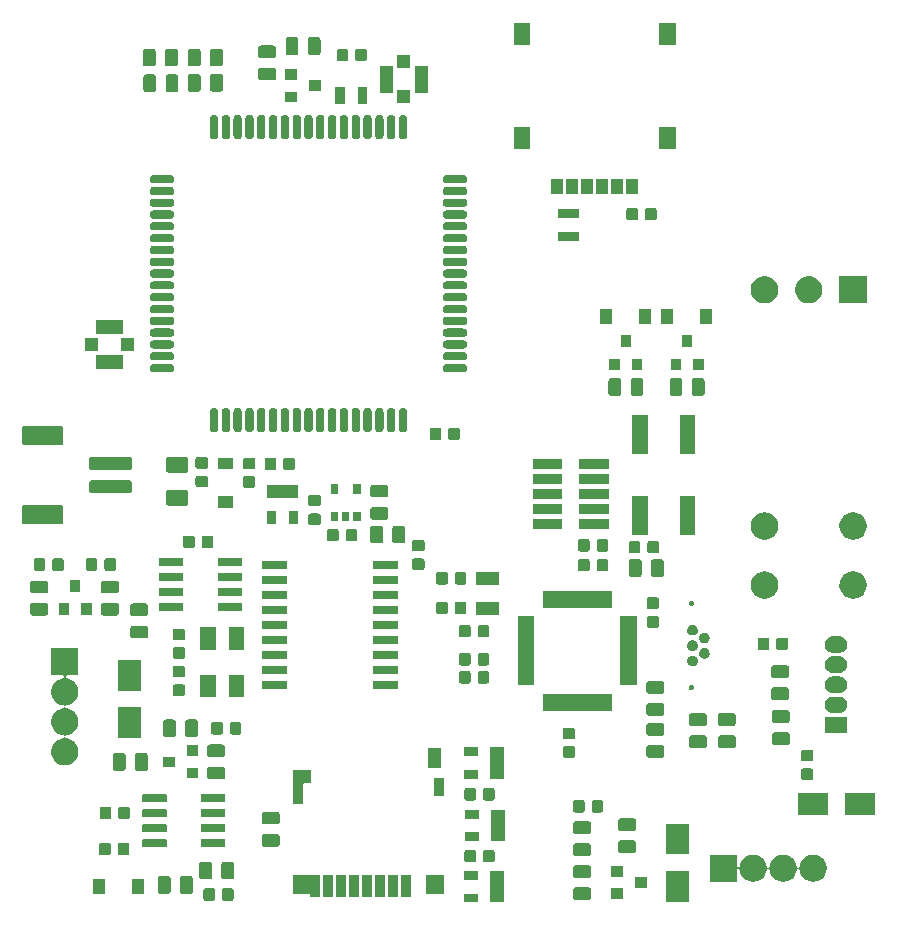
<source format=gbr>
G04 #@! TF.GenerationSoftware,KiCad,Pcbnew,(5.1.4)-1*
G04 #@! TF.CreationDate,2020-04-13T20:16:16-06:00*
G04 #@! TF.ProjectId,ECUGPS,45435547-5053-42e6-9b69-6361645f7063,rev?*
G04 #@! TF.SameCoordinates,Original*
G04 #@! TF.FileFunction,Soldermask,Top*
G04 #@! TF.FilePolarity,Negative*
%FSLAX46Y46*%
G04 Gerber Fmt 4.6, Leading zero omitted, Abs format (unit mm)*
G04 Created by KiCad (PCBNEW (5.1.4)-1) date 2020-04-13 20:16:16*
%MOMM*%
%LPD*%
G04 APERTURE LIST*
%ADD10C,0.100000*%
G04 APERTURE END LIST*
D10*
G36*
X129341400Y-126141600D02*
G01*
X128179400Y-126141600D01*
X128179400Y-123489600D01*
X129341400Y-123489600D01*
X129341400Y-126141600D01*
X129341400Y-126141600D01*
G37*
G36*
X127141400Y-126141600D02*
G01*
X125979400Y-126141600D01*
X125979400Y-125389600D01*
X127141400Y-125389600D01*
X127141400Y-126141600D01*
X127141400Y-126141600D01*
G37*
G36*
X144969000Y-126084600D02*
G01*
X143067000Y-126084600D01*
X143067000Y-123482600D01*
X144969000Y-123482600D01*
X144969000Y-126084600D01*
X144969000Y-126084600D01*
G37*
G36*
X104710591Y-124954085D02*
G01*
X104744569Y-124964393D01*
X104775890Y-124981134D01*
X104803339Y-125003661D01*
X104825866Y-125031110D01*
X104842607Y-125062431D01*
X104852915Y-125096409D01*
X104857000Y-125137890D01*
X104857000Y-125814110D01*
X104852915Y-125855591D01*
X104842607Y-125889569D01*
X104825866Y-125920890D01*
X104803339Y-125948339D01*
X104775890Y-125970866D01*
X104744569Y-125987607D01*
X104710591Y-125997915D01*
X104669110Y-126002000D01*
X104067890Y-126002000D01*
X104026409Y-125997915D01*
X103992431Y-125987607D01*
X103961110Y-125970866D01*
X103933661Y-125948339D01*
X103911134Y-125920890D01*
X103894393Y-125889569D01*
X103884085Y-125855591D01*
X103880000Y-125814110D01*
X103880000Y-125137890D01*
X103884085Y-125096409D01*
X103894393Y-125062431D01*
X103911134Y-125031110D01*
X103933661Y-125003661D01*
X103961110Y-124981134D01*
X103992431Y-124964393D01*
X104026409Y-124954085D01*
X104067890Y-124950000D01*
X104669110Y-124950000D01*
X104710591Y-124954085D01*
X104710591Y-124954085D01*
G37*
G36*
X106285591Y-124954085D02*
G01*
X106319569Y-124964393D01*
X106350890Y-124981134D01*
X106378339Y-125003661D01*
X106400866Y-125031110D01*
X106417607Y-125062431D01*
X106427915Y-125096409D01*
X106432000Y-125137890D01*
X106432000Y-125814110D01*
X106427915Y-125855591D01*
X106417607Y-125889569D01*
X106400866Y-125920890D01*
X106378339Y-125948339D01*
X106350890Y-125970866D01*
X106319569Y-125987607D01*
X106285591Y-125997915D01*
X106244110Y-126002000D01*
X105642890Y-126002000D01*
X105601409Y-125997915D01*
X105567431Y-125987607D01*
X105536110Y-125970866D01*
X105508661Y-125948339D01*
X105486134Y-125920890D01*
X105469393Y-125889569D01*
X105459085Y-125855591D01*
X105455000Y-125814110D01*
X105455000Y-125137890D01*
X105459085Y-125096409D01*
X105469393Y-125062431D01*
X105486134Y-125031110D01*
X105508661Y-125003661D01*
X105536110Y-124981134D01*
X105567431Y-124964393D01*
X105601409Y-124954085D01*
X105642890Y-124950000D01*
X106244110Y-124950000D01*
X106285591Y-124954085D01*
X106285591Y-124954085D01*
G37*
G36*
X136525268Y-124863565D02*
G01*
X136563938Y-124875296D01*
X136599577Y-124894346D01*
X136630817Y-124919983D01*
X136656454Y-124951223D01*
X136675504Y-124986862D01*
X136687235Y-125025532D01*
X136691800Y-125071888D01*
X136691800Y-125723112D01*
X136687235Y-125769468D01*
X136675504Y-125808138D01*
X136656454Y-125843777D01*
X136630817Y-125875017D01*
X136599577Y-125900654D01*
X136563938Y-125919704D01*
X136525268Y-125931435D01*
X136478912Y-125936000D01*
X135402688Y-125936000D01*
X135356332Y-125931435D01*
X135317662Y-125919704D01*
X135282023Y-125900654D01*
X135250783Y-125875017D01*
X135225146Y-125843777D01*
X135206096Y-125808138D01*
X135194365Y-125769468D01*
X135189800Y-125723112D01*
X135189800Y-125071888D01*
X135194365Y-125025532D01*
X135206096Y-124986862D01*
X135225146Y-124951223D01*
X135250783Y-124919983D01*
X135282023Y-124894346D01*
X135317662Y-124875296D01*
X135356332Y-124863565D01*
X135402688Y-124859000D01*
X136478912Y-124859000D01*
X136525268Y-124863565D01*
X136525268Y-124863565D01*
G37*
G36*
X139404200Y-125861000D02*
G01*
X138402200Y-125861000D01*
X138402200Y-124959000D01*
X139404200Y-124959000D01*
X139404200Y-125861000D01*
X139404200Y-125861000D01*
G37*
G36*
X114835800Y-125651400D02*
G01*
X114033800Y-125651400D01*
X114033800Y-123799400D01*
X114835800Y-123799400D01*
X114835800Y-125651400D01*
X114835800Y-125651400D01*
G37*
G36*
X117035800Y-125651400D02*
G01*
X116233800Y-125651400D01*
X116233800Y-123799400D01*
X117035800Y-123799400D01*
X117035800Y-125651400D01*
X117035800Y-125651400D01*
G37*
G36*
X115935800Y-125651400D02*
G01*
X115133800Y-125651400D01*
X115133800Y-123799400D01*
X115935800Y-123799400D01*
X115935800Y-125651400D01*
X115935800Y-125651400D01*
G37*
G36*
X113735800Y-125651400D02*
G01*
X112933800Y-125651400D01*
X112933800Y-125526399D01*
X112931398Y-125502013D01*
X112924285Y-125478564D01*
X112912734Y-125456953D01*
X112897189Y-125438011D01*
X112878247Y-125422466D01*
X112856636Y-125410915D01*
X112833187Y-125403802D01*
X112808801Y-125401400D01*
X111433800Y-125401400D01*
X111433800Y-123799400D01*
X113735800Y-123799400D01*
X113735800Y-125651400D01*
X113735800Y-125651400D01*
G37*
G36*
X118135800Y-125651400D02*
G01*
X117333800Y-125651400D01*
X117333800Y-123799400D01*
X118135800Y-123799400D01*
X118135800Y-125651400D01*
X118135800Y-125651400D01*
G37*
G36*
X119235800Y-125651400D02*
G01*
X118433800Y-125651400D01*
X118433800Y-123799400D01*
X119235800Y-123799400D01*
X119235800Y-125651400D01*
X119235800Y-125651400D01*
G37*
G36*
X120335800Y-125651400D02*
G01*
X119533800Y-125651400D01*
X119533800Y-123799400D01*
X120335800Y-123799400D01*
X120335800Y-125651400D01*
X120335800Y-125651400D01*
G37*
G36*
X121435800Y-125651400D02*
G01*
X120633800Y-125651400D01*
X120633800Y-123799400D01*
X121435800Y-123799400D01*
X121435800Y-125651400D01*
X121435800Y-125651400D01*
G37*
G36*
X98874200Y-125466600D02*
G01*
X97872200Y-125466600D01*
X97872200Y-124164600D01*
X98874200Y-124164600D01*
X98874200Y-125466600D01*
X98874200Y-125466600D01*
G37*
G36*
X95574200Y-125466600D02*
G01*
X94572200Y-125466600D01*
X94572200Y-124164600D01*
X95574200Y-124164600D01*
X95574200Y-125466600D01*
X95574200Y-125466600D01*
G37*
G36*
X102807868Y-123916765D02*
G01*
X102846538Y-123928496D01*
X102882177Y-123947546D01*
X102913417Y-123973183D01*
X102939054Y-124004423D01*
X102958104Y-124040062D01*
X102969835Y-124078732D01*
X102974400Y-124125088D01*
X102974400Y-125201312D01*
X102969835Y-125247668D01*
X102958104Y-125286338D01*
X102939054Y-125321977D01*
X102913417Y-125353217D01*
X102882177Y-125378854D01*
X102846538Y-125397904D01*
X102807868Y-125409635D01*
X102761512Y-125414200D01*
X102110288Y-125414200D01*
X102063932Y-125409635D01*
X102025262Y-125397904D01*
X101989623Y-125378854D01*
X101958383Y-125353217D01*
X101932746Y-125321977D01*
X101913696Y-125286338D01*
X101901965Y-125247668D01*
X101897400Y-125201312D01*
X101897400Y-124125088D01*
X101901965Y-124078732D01*
X101913696Y-124040062D01*
X101932746Y-124004423D01*
X101958383Y-123973183D01*
X101989623Y-123947546D01*
X102025262Y-123928496D01*
X102063932Y-123916765D01*
X102110288Y-123912200D01*
X102761512Y-123912200D01*
X102807868Y-123916765D01*
X102807868Y-123916765D01*
G37*
G36*
X100932868Y-123916765D02*
G01*
X100971538Y-123928496D01*
X101007177Y-123947546D01*
X101038417Y-123973183D01*
X101064054Y-124004423D01*
X101083104Y-124040062D01*
X101094835Y-124078732D01*
X101099400Y-124125088D01*
X101099400Y-125201312D01*
X101094835Y-125247668D01*
X101083104Y-125286338D01*
X101064054Y-125321977D01*
X101038417Y-125353217D01*
X101007177Y-125378854D01*
X100971538Y-125397904D01*
X100932868Y-125409635D01*
X100886512Y-125414200D01*
X100235288Y-125414200D01*
X100188932Y-125409635D01*
X100150262Y-125397904D01*
X100114623Y-125378854D01*
X100083383Y-125353217D01*
X100057746Y-125321977D01*
X100038696Y-125286338D01*
X100026965Y-125247668D01*
X100022400Y-125201312D01*
X100022400Y-124125088D01*
X100026965Y-124078732D01*
X100038696Y-124040062D01*
X100057746Y-124004423D01*
X100083383Y-123973183D01*
X100114623Y-123947546D01*
X100150262Y-123928496D01*
X100188932Y-123916765D01*
X100235288Y-123912200D01*
X100886512Y-123912200D01*
X100932868Y-123916765D01*
X100932868Y-123916765D01*
G37*
G36*
X124285800Y-125401400D02*
G01*
X122683800Y-125401400D01*
X122683800Y-123799400D01*
X124285800Y-123799400D01*
X124285800Y-125401400D01*
X124285800Y-125401400D01*
G37*
G36*
X141404200Y-124911000D02*
G01*
X140402200Y-124911000D01*
X140402200Y-124009000D01*
X141404200Y-124009000D01*
X141404200Y-124911000D01*
X141404200Y-124911000D01*
G37*
G36*
X149029800Y-123054807D02*
G01*
X149032202Y-123079193D01*
X149039315Y-123102642D01*
X149050866Y-123124253D01*
X149066411Y-123143195D01*
X149085353Y-123158740D01*
X149106964Y-123170291D01*
X149130413Y-123177404D01*
X149154799Y-123179806D01*
X149179185Y-123177404D01*
X149202634Y-123170291D01*
X149224245Y-123158740D01*
X149243187Y-123143195D01*
X149258732Y-123124253D01*
X149270283Y-123102642D01*
X149277396Y-123079193D01*
X149296331Y-122984000D01*
X149312032Y-122905066D01*
X149393123Y-122709296D01*
X149398796Y-122695599D01*
X149398797Y-122695597D01*
X149524760Y-122507080D01*
X149685080Y-122346760D01*
X149873597Y-122220797D01*
X150083066Y-122134032D01*
X150214255Y-122107937D01*
X150305435Y-122089800D01*
X150532165Y-122089800D01*
X150623345Y-122107937D01*
X150754534Y-122134032D01*
X150964003Y-122220797D01*
X151152520Y-122346760D01*
X151312840Y-122507080D01*
X151438803Y-122695597D01*
X151438804Y-122695599D01*
X151444477Y-122709296D01*
X151525568Y-122905066D01*
X151541269Y-122984000D01*
X151566203Y-123109352D01*
X151573316Y-123132801D01*
X151584867Y-123154412D01*
X151600412Y-123173354D01*
X151619354Y-123188899D01*
X151640965Y-123200450D01*
X151664414Y-123207563D01*
X151688800Y-123209965D01*
X151713186Y-123207563D01*
X151736635Y-123200450D01*
X151758246Y-123188899D01*
X151777188Y-123173354D01*
X151792733Y-123154412D01*
X151804284Y-123132801D01*
X151811397Y-123109352D01*
X151836331Y-122984000D01*
X151852032Y-122905066D01*
X151933123Y-122709296D01*
X151938796Y-122695599D01*
X151938797Y-122695597D01*
X152064760Y-122507080D01*
X152225080Y-122346760D01*
X152413597Y-122220797D01*
X152623066Y-122134032D01*
X152754255Y-122107937D01*
X152845435Y-122089800D01*
X153072165Y-122089800D01*
X153163345Y-122107937D01*
X153294534Y-122134032D01*
X153504003Y-122220797D01*
X153692520Y-122346760D01*
X153852840Y-122507080D01*
X153978803Y-122695597D01*
X153978804Y-122695599D01*
X153984477Y-122709296D01*
X154065568Y-122905066D01*
X154081269Y-122984000D01*
X154106203Y-123109352D01*
X154113316Y-123132801D01*
X154124867Y-123154412D01*
X154140412Y-123173354D01*
X154159354Y-123188899D01*
X154180965Y-123200450D01*
X154204414Y-123207563D01*
X154228800Y-123209965D01*
X154253186Y-123207563D01*
X154276635Y-123200450D01*
X154298246Y-123188899D01*
X154317188Y-123173354D01*
X154332733Y-123154412D01*
X154344284Y-123132801D01*
X154351397Y-123109352D01*
X154376331Y-122984000D01*
X154392032Y-122905066D01*
X154473123Y-122709296D01*
X154478796Y-122695599D01*
X154478797Y-122695597D01*
X154604760Y-122507080D01*
X154765080Y-122346760D01*
X154953597Y-122220797D01*
X155163066Y-122134032D01*
X155294255Y-122107937D01*
X155385435Y-122089800D01*
X155612165Y-122089800D01*
X155703345Y-122107937D01*
X155834534Y-122134032D01*
X156044003Y-122220797D01*
X156232520Y-122346760D01*
X156392840Y-122507080D01*
X156518803Y-122695597D01*
X156518804Y-122695599D01*
X156524477Y-122709296D01*
X156605568Y-122905066D01*
X156649800Y-123127436D01*
X156649800Y-123354164D01*
X156605568Y-123576534D01*
X156518803Y-123786003D01*
X156392840Y-123974520D01*
X156232520Y-124134840D01*
X156044003Y-124260803D01*
X155834534Y-124347568D01*
X155723349Y-124369684D01*
X155612165Y-124391800D01*
X155385435Y-124391800D01*
X155274251Y-124369684D01*
X155163066Y-124347568D01*
X154953597Y-124260803D01*
X154765080Y-124134840D01*
X154604760Y-123974520D01*
X154478797Y-123786003D01*
X154392032Y-123576534D01*
X154351397Y-123372248D01*
X154344284Y-123348799D01*
X154332733Y-123327188D01*
X154317188Y-123308246D01*
X154298246Y-123292701D01*
X154276635Y-123281150D01*
X154253186Y-123274037D01*
X154228800Y-123271635D01*
X154204414Y-123274037D01*
X154180965Y-123281150D01*
X154159354Y-123292701D01*
X154140412Y-123308246D01*
X154124867Y-123327188D01*
X154113316Y-123348799D01*
X154106203Y-123372248D01*
X154065568Y-123576534D01*
X153978803Y-123786003D01*
X153852840Y-123974520D01*
X153692520Y-124134840D01*
X153504003Y-124260803D01*
X153294534Y-124347568D01*
X153183349Y-124369684D01*
X153072165Y-124391800D01*
X152845435Y-124391800D01*
X152734251Y-124369684D01*
X152623066Y-124347568D01*
X152413597Y-124260803D01*
X152225080Y-124134840D01*
X152064760Y-123974520D01*
X151938797Y-123786003D01*
X151852032Y-123576534D01*
X151811397Y-123372248D01*
X151804284Y-123348799D01*
X151792733Y-123327188D01*
X151777188Y-123308246D01*
X151758246Y-123292701D01*
X151736635Y-123281150D01*
X151713186Y-123274037D01*
X151688800Y-123271635D01*
X151664414Y-123274037D01*
X151640965Y-123281150D01*
X151619354Y-123292701D01*
X151600412Y-123308246D01*
X151584867Y-123327188D01*
X151573316Y-123348799D01*
X151566203Y-123372248D01*
X151525568Y-123576534D01*
X151438803Y-123786003D01*
X151312840Y-123974520D01*
X151152520Y-124134840D01*
X150964003Y-124260803D01*
X150754534Y-124347568D01*
X150643349Y-124369684D01*
X150532165Y-124391800D01*
X150305435Y-124391800D01*
X150194251Y-124369684D01*
X150083066Y-124347568D01*
X149873597Y-124260803D01*
X149685080Y-124134840D01*
X149524760Y-123974520D01*
X149398797Y-123786003D01*
X149312032Y-123576534D01*
X149277396Y-123402407D01*
X149270283Y-123378958D01*
X149258732Y-123357347D01*
X149243187Y-123338405D01*
X149224245Y-123322860D01*
X149202634Y-123311309D01*
X149179185Y-123304196D01*
X149154799Y-123301794D01*
X149130413Y-123304196D01*
X149106964Y-123311309D01*
X149085353Y-123322860D01*
X149066411Y-123338405D01*
X149050866Y-123357347D01*
X149039315Y-123378958D01*
X149032202Y-123402407D01*
X149029800Y-123426793D01*
X149029800Y-124391800D01*
X146727800Y-124391800D01*
X146727800Y-122089800D01*
X149029800Y-122089800D01*
X149029800Y-123054807D01*
X149029800Y-123054807D01*
G37*
G36*
X127141400Y-124241600D02*
G01*
X125979400Y-124241600D01*
X125979400Y-123489600D01*
X127141400Y-123489600D01*
X127141400Y-124241600D01*
X127141400Y-124241600D01*
G37*
G36*
X104438068Y-122697565D02*
G01*
X104476738Y-122709296D01*
X104512377Y-122728346D01*
X104543617Y-122753983D01*
X104569254Y-122785223D01*
X104588304Y-122820862D01*
X104600035Y-122859532D01*
X104604600Y-122905888D01*
X104604600Y-123982112D01*
X104600035Y-124028468D01*
X104588304Y-124067138D01*
X104569254Y-124102777D01*
X104543617Y-124134017D01*
X104512377Y-124159654D01*
X104476738Y-124178704D01*
X104438068Y-124190435D01*
X104391712Y-124195000D01*
X103740488Y-124195000D01*
X103694132Y-124190435D01*
X103655462Y-124178704D01*
X103619823Y-124159654D01*
X103588583Y-124134017D01*
X103562946Y-124102777D01*
X103543896Y-124067138D01*
X103532165Y-124028468D01*
X103527600Y-123982112D01*
X103527600Y-122905888D01*
X103532165Y-122859532D01*
X103543896Y-122820862D01*
X103562946Y-122785223D01*
X103588583Y-122753983D01*
X103619823Y-122728346D01*
X103655462Y-122709296D01*
X103694132Y-122697565D01*
X103740488Y-122693000D01*
X104391712Y-122693000D01*
X104438068Y-122697565D01*
X104438068Y-122697565D01*
G37*
G36*
X106313068Y-122697565D02*
G01*
X106351738Y-122709296D01*
X106387377Y-122728346D01*
X106418617Y-122753983D01*
X106444254Y-122785223D01*
X106463304Y-122820862D01*
X106475035Y-122859532D01*
X106479600Y-122905888D01*
X106479600Y-123982112D01*
X106475035Y-124028468D01*
X106463304Y-124067138D01*
X106444254Y-124102777D01*
X106418617Y-124134017D01*
X106387377Y-124159654D01*
X106351738Y-124178704D01*
X106313068Y-124190435D01*
X106266712Y-124195000D01*
X105615488Y-124195000D01*
X105569132Y-124190435D01*
X105530462Y-124178704D01*
X105494823Y-124159654D01*
X105463583Y-124134017D01*
X105437946Y-124102777D01*
X105418896Y-124067138D01*
X105407165Y-124028468D01*
X105402600Y-123982112D01*
X105402600Y-122905888D01*
X105407165Y-122859532D01*
X105418896Y-122820862D01*
X105437946Y-122785223D01*
X105463583Y-122753983D01*
X105494823Y-122728346D01*
X105530462Y-122709296D01*
X105569132Y-122697565D01*
X105615488Y-122693000D01*
X106266712Y-122693000D01*
X106313068Y-122697565D01*
X106313068Y-122697565D01*
G37*
G36*
X136525268Y-122988565D02*
G01*
X136563938Y-123000296D01*
X136599577Y-123019346D01*
X136630817Y-123044983D01*
X136656454Y-123076223D01*
X136675504Y-123111862D01*
X136687235Y-123150532D01*
X136691800Y-123196888D01*
X136691800Y-123848112D01*
X136687235Y-123894468D01*
X136675504Y-123933138D01*
X136656454Y-123968777D01*
X136630817Y-124000017D01*
X136599577Y-124025654D01*
X136563938Y-124044704D01*
X136525268Y-124056435D01*
X136478912Y-124061000D01*
X135402688Y-124061000D01*
X135356332Y-124056435D01*
X135317662Y-124044704D01*
X135282023Y-124025654D01*
X135250783Y-124000017D01*
X135225146Y-123968777D01*
X135206096Y-123933138D01*
X135194365Y-123894468D01*
X135189800Y-123848112D01*
X135189800Y-123196888D01*
X135194365Y-123150532D01*
X135206096Y-123111862D01*
X135225146Y-123076223D01*
X135250783Y-123044983D01*
X135282023Y-123019346D01*
X135317662Y-123000296D01*
X135356332Y-122988565D01*
X135402688Y-122984000D01*
X136478912Y-122984000D01*
X136525268Y-122988565D01*
X136525268Y-122988565D01*
G37*
G36*
X139404200Y-123961000D02*
G01*
X138402200Y-123961000D01*
X138402200Y-123059000D01*
X139404200Y-123059000D01*
X139404200Y-123961000D01*
X139404200Y-123961000D01*
G37*
G36*
X128383591Y-121702885D02*
G01*
X128417569Y-121713193D01*
X128448890Y-121729934D01*
X128476339Y-121752461D01*
X128498866Y-121779910D01*
X128515607Y-121811231D01*
X128525915Y-121845209D01*
X128530000Y-121886690D01*
X128530000Y-122562910D01*
X128525915Y-122604391D01*
X128515607Y-122638369D01*
X128498866Y-122669690D01*
X128476339Y-122697139D01*
X128448890Y-122719666D01*
X128417569Y-122736407D01*
X128383591Y-122746715D01*
X128342110Y-122750800D01*
X127740890Y-122750800D01*
X127699409Y-122746715D01*
X127665431Y-122736407D01*
X127634110Y-122719666D01*
X127606661Y-122697139D01*
X127584134Y-122669690D01*
X127567393Y-122638369D01*
X127557085Y-122604391D01*
X127553000Y-122562910D01*
X127553000Y-121886690D01*
X127557085Y-121845209D01*
X127567393Y-121811231D01*
X127584134Y-121779910D01*
X127606661Y-121752461D01*
X127634110Y-121729934D01*
X127665431Y-121713193D01*
X127699409Y-121702885D01*
X127740890Y-121698800D01*
X128342110Y-121698800D01*
X128383591Y-121702885D01*
X128383591Y-121702885D01*
G37*
G36*
X126808591Y-121702885D02*
G01*
X126842569Y-121713193D01*
X126873890Y-121729934D01*
X126901339Y-121752461D01*
X126923866Y-121779910D01*
X126940607Y-121811231D01*
X126950915Y-121845209D01*
X126955000Y-121886690D01*
X126955000Y-122562910D01*
X126950915Y-122604391D01*
X126940607Y-122638369D01*
X126923866Y-122669690D01*
X126901339Y-122697139D01*
X126873890Y-122719666D01*
X126842569Y-122736407D01*
X126808591Y-122746715D01*
X126767110Y-122750800D01*
X126165890Y-122750800D01*
X126124409Y-122746715D01*
X126090431Y-122736407D01*
X126059110Y-122719666D01*
X126031661Y-122697139D01*
X126009134Y-122669690D01*
X125992393Y-122638369D01*
X125982085Y-122604391D01*
X125978000Y-122562910D01*
X125978000Y-121886690D01*
X125982085Y-121845209D01*
X125992393Y-121811231D01*
X126009134Y-121779910D01*
X126031661Y-121752461D01*
X126059110Y-121729934D01*
X126090431Y-121713193D01*
X126124409Y-121702885D01*
X126165890Y-121698800D01*
X126767110Y-121698800D01*
X126808591Y-121702885D01*
X126808591Y-121702885D01*
G37*
G36*
X136525268Y-121155165D02*
G01*
X136563938Y-121166896D01*
X136599577Y-121185946D01*
X136630817Y-121211583D01*
X136656454Y-121242823D01*
X136675504Y-121278462D01*
X136687235Y-121317132D01*
X136691800Y-121363488D01*
X136691800Y-122014712D01*
X136687235Y-122061068D01*
X136675504Y-122099738D01*
X136656454Y-122135377D01*
X136630817Y-122166617D01*
X136599577Y-122192254D01*
X136563938Y-122211304D01*
X136525268Y-122223035D01*
X136478912Y-122227600D01*
X135402688Y-122227600D01*
X135356332Y-122223035D01*
X135317662Y-122211304D01*
X135282023Y-122192254D01*
X135250783Y-122166617D01*
X135225146Y-122135377D01*
X135206096Y-122099738D01*
X135194365Y-122061068D01*
X135189800Y-122014712D01*
X135189800Y-121363488D01*
X135194365Y-121317132D01*
X135206096Y-121278462D01*
X135225146Y-121242823D01*
X135250783Y-121211583D01*
X135282023Y-121185946D01*
X135317662Y-121166896D01*
X135356332Y-121155165D01*
X135402688Y-121150600D01*
X136478912Y-121150600D01*
X136525268Y-121155165D01*
X136525268Y-121155165D01*
G37*
G36*
X97446391Y-121093285D02*
G01*
X97480369Y-121103593D01*
X97511690Y-121120334D01*
X97539139Y-121142861D01*
X97561666Y-121170310D01*
X97578407Y-121201631D01*
X97588715Y-121235609D01*
X97592800Y-121277090D01*
X97592800Y-121953310D01*
X97588715Y-121994791D01*
X97578407Y-122028769D01*
X97561666Y-122060090D01*
X97539139Y-122087539D01*
X97511690Y-122110066D01*
X97480369Y-122126807D01*
X97446391Y-122137115D01*
X97404910Y-122141200D01*
X96803690Y-122141200D01*
X96762209Y-122137115D01*
X96728231Y-122126807D01*
X96696910Y-122110066D01*
X96669461Y-122087539D01*
X96646934Y-122060090D01*
X96630193Y-122028769D01*
X96619885Y-121994791D01*
X96615800Y-121953310D01*
X96615800Y-121277090D01*
X96619885Y-121235609D01*
X96630193Y-121201631D01*
X96646934Y-121170310D01*
X96669461Y-121142861D01*
X96696910Y-121120334D01*
X96728231Y-121103593D01*
X96762209Y-121093285D01*
X96803690Y-121089200D01*
X97404910Y-121089200D01*
X97446391Y-121093285D01*
X97446391Y-121093285D01*
G37*
G36*
X95871391Y-121093285D02*
G01*
X95905369Y-121103593D01*
X95936690Y-121120334D01*
X95964139Y-121142861D01*
X95986666Y-121170310D01*
X96003407Y-121201631D01*
X96013715Y-121235609D01*
X96017800Y-121277090D01*
X96017800Y-121953310D01*
X96013715Y-121994791D01*
X96003407Y-122028769D01*
X95986666Y-122060090D01*
X95964139Y-122087539D01*
X95936690Y-122110066D01*
X95905369Y-122126807D01*
X95871391Y-122137115D01*
X95829910Y-122141200D01*
X95228690Y-122141200D01*
X95187209Y-122137115D01*
X95153231Y-122126807D01*
X95121910Y-122110066D01*
X95094461Y-122087539D01*
X95071934Y-122060090D01*
X95055193Y-122028769D01*
X95044885Y-121994791D01*
X95040800Y-121953310D01*
X95040800Y-121277090D01*
X95044885Y-121235609D01*
X95055193Y-121201631D01*
X95071934Y-121170310D01*
X95094461Y-121142861D01*
X95121910Y-121120334D01*
X95153231Y-121103593D01*
X95187209Y-121093285D01*
X95228690Y-121089200D01*
X95829910Y-121089200D01*
X95871391Y-121093285D01*
X95871391Y-121093285D01*
G37*
G36*
X144969000Y-122084600D02*
G01*
X143067000Y-122084600D01*
X143067000Y-119482600D01*
X144969000Y-119482600D01*
X144969000Y-122084600D01*
X144969000Y-122084600D01*
G37*
G36*
X140335268Y-120901165D02*
G01*
X140373938Y-120912896D01*
X140409577Y-120931946D01*
X140440817Y-120957583D01*
X140466454Y-120988823D01*
X140485504Y-121024462D01*
X140497235Y-121063132D01*
X140501800Y-121109488D01*
X140501800Y-121760712D01*
X140497235Y-121807068D01*
X140485504Y-121845738D01*
X140466454Y-121881377D01*
X140440817Y-121912617D01*
X140409577Y-121938254D01*
X140373938Y-121957304D01*
X140335268Y-121969035D01*
X140288912Y-121973600D01*
X139212688Y-121973600D01*
X139166332Y-121969035D01*
X139127662Y-121957304D01*
X139092023Y-121938254D01*
X139060783Y-121912617D01*
X139035146Y-121881377D01*
X139016096Y-121845738D01*
X139004365Y-121807068D01*
X138999800Y-121760712D01*
X138999800Y-121109488D01*
X139004365Y-121063132D01*
X139016096Y-121024462D01*
X139035146Y-120988823D01*
X139060783Y-120957583D01*
X139092023Y-120931946D01*
X139127662Y-120912896D01*
X139166332Y-120901165D01*
X139212688Y-120896600D01*
X140288912Y-120896600D01*
X140335268Y-120901165D01*
X140335268Y-120901165D01*
G37*
G36*
X105619528Y-120784364D02*
G01*
X105640609Y-120790760D01*
X105660045Y-120801148D01*
X105677076Y-120815124D01*
X105691052Y-120832155D01*
X105701440Y-120851591D01*
X105707836Y-120872672D01*
X105710600Y-120900740D01*
X105710600Y-121364460D01*
X105707836Y-121392528D01*
X105701440Y-121413609D01*
X105691052Y-121433045D01*
X105677076Y-121450076D01*
X105660045Y-121464052D01*
X105640609Y-121474440D01*
X105619528Y-121480836D01*
X105591460Y-121483600D01*
X103777740Y-121483600D01*
X103749672Y-121480836D01*
X103728591Y-121474440D01*
X103709155Y-121464052D01*
X103692124Y-121450076D01*
X103678148Y-121433045D01*
X103667760Y-121413609D01*
X103661364Y-121392528D01*
X103658600Y-121364460D01*
X103658600Y-120900740D01*
X103661364Y-120872672D01*
X103667760Y-120851591D01*
X103678148Y-120832155D01*
X103692124Y-120815124D01*
X103709155Y-120801148D01*
X103728591Y-120790760D01*
X103749672Y-120784364D01*
X103777740Y-120781600D01*
X105591460Y-120781600D01*
X105619528Y-120784364D01*
X105619528Y-120784364D01*
G37*
G36*
X100669528Y-120784364D02*
G01*
X100690609Y-120790760D01*
X100710045Y-120801148D01*
X100727076Y-120815124D01*
X100741052Y-120832155D01*
X100751440Y-120851591D01*
X100757836Y-120872672D01*
X100760600Y-120900740D01*
X100760600Y-121364460D01*
X100757836Y-121392528D01*
X100751440Y-121413609D01*
X100741052Y-121433045D01*
X100727076Y-121450076D01*
X100710045Y-121464052D01*
X100690609Y-121474440D01*
X100669528Y-121480836D01*
X100641460Y-121483600D01*
X98827740Y-121483600D01*
X98799672Y-121480836D01*
X98778591Y-121474440D01*
X98759155Y-121464052D01*
X98742124Y-121450076D01*
X98728148Y-121433045D01*
X98717760Y-121413609D01*
X98711364Y-121392528D01*
X98708600Y-121364460D01*
X98708600Y-120900740D01*
X98711364Y-120872672D01*
X98717760Y-120851591D01*
X98728148Y-120832155D01*
X98742124Y-120815124D01*
X98759155Y-120801148D01*
X98778591Y-120790760D01*
X98799672Y-120784364D01*
X98827740Y-120781600D01*
X100641460Y-120781600D01*
X100669528Y-120784364D01*
X100669528Y-120784364D01*
G37*
G36*
X110160068Y-120342365D02*
G01*
X110198738Y-120354096D01*
X110234377Y-120373146D01*
X110265617Y-120398783D01*
X110291254Y-120430023D01*
X110310304Y-120465662D01*
X110322035Y-120504332D01*
X110326600Y-120550688D01*
X110326600Y-121201912D01*
X110322035Y-121248268D01*
X110310304Y-121286938D01*
X110291254Y-121322577D01*
X110265617Y-121353817D01*
X110234377Y-121379454D01*
X110198738Y-121398504D01*
X110160068Y-121410235D01*
X110113712Y-121414800D01*
X109037488Y-121414800D01*
X108991132Y-121410235D01*
X108952462Y-121398504D01*
X108916823Y-121379454D01*
X108885583Y-121353817D01*
X108859946Y-121322577D01*
X108840896Y-121286938D01*
X108829165Y-121248268D01*
X108824600Y-121201912D01*
X108824600Y-120550688D01*
X108829165Y-120504332D01*
X108840896Y-120465662D01*
X108859946Y-120430023D01*
X108885583Y-120398783D01*
X108916823Y-120373146D01*
X108952462Y-120354096D01*
X108991132Y-120342365D01*
X109037488Y-120337800D01*
X110113712Y-120337800D01*
X110160068Y-120342365D01*
X110160068Y-120342365D01*
G37*
G36*
X129392200Y-120960000D02*
G01*
X128230200Y-120960000D01*
X128230200Y-118308000D01*
X129392200Y-118308000D01*
X129392200Y-120960000D01*
X129392200Y-120960000D01*
G37*
G36*
X127192200Y-120960000D02*
G01*
X126030200Y-120960000D01*
X126030200Y-120208000D01*
X127192200Y-120208000D01*
X127192200Y-120960000D01*
X127192200Y-120960000D01*
G37*
G36*
X136525268Y-119280165D02*
G01*
X136563938Y-119291896D01*
X136599577Y-119310946D01*
X136630817Y-119336583D01*
X136656454Y-119367823D01*
X136675504Y-119403462D01*
X136687235Y-119442132D01*
X136691800Y-119488488D01*
X136691800Y-120139712D01*
X136687235Y-120186068D01*
X136675504Y-120224738D01*
X136656454Y-120260377D01*
X136630817Y-120291617D01*
X136599577Y-120317254D01*
X136563938Y-120336304D01*
X136525268Y-120348035D01*
X136478912Y-120352600D01*
X135402688Y-120352600D01*
X135356332Y-120348035D01*
X135317662Y-120336304D01*
X135282023Y-120317254D01*
X135250783Y-120291617D01*
X135225146Y-120260377D01*
X135206096Y-120224738D01*
X135194365Y-120186068D01*
X135189800Y-120139712D01*
X135189800Y-119488488D01*
X135194365Y-119442132D01*
X135206096Y-119403462D01*
X135225146Y-119367823D01*
X135250783Y-119336583D01*
X135282023Y-119310946D01*
X135317662Y-119291896D01*
X135356332Y-119280165D01*
X135402688Y-119275600D01*
X136478912Y-119275600D01*
X136525268Y-119280165D01*
X136525268Y-119280165D01*
G37*
G36*
X105619528Y-119514364D02*
G01*
X105640609Y-119520760D01*
X105660045Y-119531148D01*
X105677076Y-119545124D01*
X105691052Y-119562155D01*
X105701440Y-119581591D01*
X105707836Y-119602672D01*
X105710600Y-119630740D01*
X105710600Y-120094460D01*
X105707836Y-120122528D01*
X105701440Y-120143609D01*
X105691052Y-120163045D01*
X105677076Y-120180076D01*
X105660045Y-120194052D01*
X105640609Y-120204440D01*
X105619528Y-120210836D01*
X105591460Y-120213600D01*
X103777740Y-120213600D01*
X103749672Y-120210836D01*
X103728591Y-120204440D01*
X103709155Y-120194052D01*
X103692124Y-120180076D01*
X103678148Y-120163045D01*
X103667760Y-120143609D01*
X103661364Y-120122528D01*
X103658600Y-120094460D01*
X103658600Y-119630740D01*
X103661364Y-119602672D01*
X103667760Y-119581591D01*
X103678148Y-119562155D01*
X103692124Y-119545124D01*
X103709155Y-119531148D01*
X103728591Y-119520760D01*
X103749672Y-119514364D01*
X103777740Y-119511600D01*
X105591460Y-119511600D01*
X105619528Y-119514364D01*
X105619528Y-119514364D01*
G37*
G36*
X100669528Y-119514364D02*
G01*
X100690609Y-119520760D01*
X100710045Y-119531148D01*
X100727076Y-119545124D01*
X100741052Y-119562155D01*
X100751440Y-119581591D01*
X100757836Y-119602672D01*
X100760600Y-119630740D01*
X100760600Y-120094460D01*
X100757836Y-120122528D01*
X100751440Y-120143609D01*
X100741052Y-120163045D01*
X100727076Y-120180076D01*
X100710045Y-120194052D01*
X100690609Y-120204440D01*
X100669528Y-120210836D01*
X100641460Y-120213600D01*
X98827740Y-120213600D01*
X98799672Y-120210836D01*
X98778591Y-120204440D01*
X98759155Y-120194052D01*
X98742124Y-120180076D01*
X98728148Y-120163045D01*
X98717760Y-120143609D01*
X98711364Y-120122528D01*
X98708600Y-120094460D01*
X98708600Y-119630740D01*
X98711364Y-119602672D01*
X98717760Y-119581591D01*
X98728148Y-119562155D01*
X98742124Y-119545124D01*
X98759155Y-119531148D01*
X98778591Y-119520760D01*
X98799672Y-119514364D01*
X98827740Y-119511600D01*
X100641460Y-119511600D01*
X100669528Y-119514364D01*
X100669528Y-119514364D01*
G37*
G36*
X140335268Y-119026165D02*
G01*
X140373938Y-119037896D01*
X140409577Y-119056946D01*
X140440817Y-119082583D01*
X140466454Y-119113823D01*
X140485504Y-119149462D01*
X140497235Y-119188132D01*
X140501800Y-119234488D01*
X140501800Y-119885712D01*
X140497235Y-119932068D01*
X140485504Y-119970738D01*
X140466454Y-120006377D01*
X140440817Y-120037617D01*
X140409577Y-120063254D01*
X140373938Y-120082304D01*
X140335268Y-120094035D01*
X140288912Y-120098600D01*
X139212688Y-120098600D01*
X139166332Y-120094035D01*
X139127662Y-120082304D01*
X139092023Y-120063254D01*
X139060783Y-120037617D01*
X139035146Y-120006377D01*
X139016096Y-119970738D01*
X139004365Y-119932068D01*
X138999800Y-119885712D01*
X138999800Y-119234488D01*
X139004365Y-119188132D01*
X139016096Y-119149462D01*
X139035146Y-119113823D01*
X139060783Y-119082583D01*
X139092023Y-119056946D01*
X139127662Y-119037896D01*
X139166332Y-119026165D01*
X139212688Y-119021600D01*
X140288912Y-119021600D01*
X140335268Y-119026165D01*
X140335268Y-119026165D01*
G37*
G36*
X110160068Y-118467365D02*
G01*
X110198738Y-118479096D01*
X110234377Y-118498146D01*
X110265617Y-118523783D01*
X110291254Y-118555023D01*
X110310304Y-118590662D01*
X110322035Y-118629332D01*
X110326600Y-118675688D01*
X110326600Y-119326912D01*
X110322035Y-119373268D01*
X110310304Y-119411938D01*
X110291254Y-119447577D01*
X110265617Y-119478817D01*
X110234377Y-119504454D01*
X110198738Y-119523504D01*
X110160068Y-119535235D01*
X110113712Y-119539800D01*
X109037488Y-119539800D01*
X108991132Y-119535235D01*
X108952462Y-119523504D01*
X108916823Y-119504454D01*
X108885583Y-119478817D01*
X108859946Y-119447577D01*
X108840896Y-119411938D01*
X108829165Y-119373268D01*
X108824600Y-119326912D01*
X108824600Y-118675688D01*
X108829165Y-118629332D01*
X108840896Y-118590662D01*
X108859946Y-118555023D01*
X108885583Y-118523783D01*
X108916823Y-118498146D01*
X108952462Y-118479096D01*
X108991132Y-118467365D01*
X109037488Y-118462800D01*
X110113712Y-118462800D01*
X110160068Y-118467365D01*
X110160068Y-118467365D01*
G37*
G36*
X95922191Y-118045285D02*
G01*
X95956169Y-118055593D01*
X95987490Y-118072334D01*
X96014939Y-118094861D01*
X96037466Y-118122310D01*
X96054207Y-118153631D01*
X96064515Y-118187609D01*
X96068600Y-118229090D01*
X96068600Y-118905310D01*
X96064515Y-118946791D01*
X96054207Y-118980769D01*
X96037466Y-119012090D01*
X96014939Y-119039539D01*
X95987490Y-119062066D01*
X95956169Y-119078807D01*
X95922191Y-119089115D01*
X95880710Y-119093200D01*
X95279490Y-119093200D01*
X95238009Y-119089115D01*
X95204031Y-119078807D01*
X95172710Y-119062066D01*
X95145261Y-119039539D01*
X95122734Y-119012090D01*
X95105993Y-118980769D01*
X95095685Y-118946791D01*
X95091600Y-118905310D01*
X95091600Y-118229090D01*
X95095685Y-118187609D01*
X95105993Y-118153631D01*
X95122734Y-118122310D01*
X95145261Y-118094861D01*
X95172710Y-118072334D01*
X95204031Y-118055593D01*
X95238009Y-118045285D01*
X95279490Y-118041200D01*
X95880710Y-118041200D01*
X95922191Y-118045285D01*
X95922191Y-118045285D01*
G37*
G36*
X97497191Y-118045285D02*
G01*
X97531169Y-118055593D01*
X97562490Y-118072334D01*
X97589939Y-118094861D01*
X97612466Y-118122310D01*
X97629207Y-118153631D01*
X97639515Y-118187609D01*
X97643600Y-118229090D01*
X97643600Y-118905310D01*
X97639515Y-118946791D01*
X97629207Y-118980769D01*
X97612466Y-119012090D01*
X97589939Y-119039539D01*
X97562490Y-119062066D01*
X97531169Y-119078807D01*
X97497191Y-119089115D01*
X97455710Y-119093200D01*
X96854490Y-119093200D01*
X96813009Y-119089115D01*
X96779031Y-119078807D01*
X96747710Y-119062066D01*
X96720261Y-119039539D01*
X96697734Y-119012090D01*
X96680993Y-118980769D01*
X96670685Y-118946791D01*
X96666600Y-118905310D01*
X96666600Y-118229090D01*
X96670685Y-118187609D01*
X96680993Y-118153631D01*
X96697734Y-118122310D01*
X96720261Y-118094861D01*
X96747710Y-118072334D01*
X96779031Y-118055593D01*
X96813009Y-118045285D01*
X96854490Y-118041200D01*
X97455710Y-118041200D01*
X97497191Y-118045285D01*
X97497191Y-118045285D01*
G37*
G36*
X127192200Y-119060000D02*
G01*
X126030200Y-119060000D01*
X126030200Y-118308000D01*
X127192200Y-118308000D01*
X127192200Y-119060000D01*
X127192200Y-119060000D01*
G37*
G36*
X100669528Y-118244364D02*
G01*
X100690609Y-118250760D01*
X100710045Y-118261148D01*
X100727076Y-118275124D01*
X100741052Y-118292155D01*
X100751440Y-118311591D01*
X100757836Y-118332672D01*
X100760600Y-118360740D01*
X100760600Y-118824460D01*
X100757836Y-118852528D01*
X100751440Y-118873609D01*
X100741052Y-118893045D01*
X100727076Y-118910076D01*
X100710045Y-118924052D01*
X100690609Y-118934440D01*
X100669528Y-118940836D01*
X100641460Y-118943600D01*
X98827740Y-118943600D01*
X98799672Y-118940836D01*
X98778591Y-118934440D01*
X98759155Y-118924052D01*
X98742124Y-118910076D01*
X98728148Y-118893045D01*
X98717760Y-118873609D01*
X98711364Y-118852528D01*
X98708600Y-118824460D01*
X98708600Y-118360740D01*
X98711364Y-118332672D01*
X98717760Y-118311591D01*
X98728148Y-118292155D01*
X98742124Y-118275124D01*
X98759155Y-118261148D01*
X98778591Y-118250760D01*
X98799672Y-118244364D01*
X98827740Y-118241600D01*
X100641460Y-118241600D01*
X100669528Y-118244364D01*
X100669528Y-118244364D01*
G37*
G36*
X105619528Y-118244364D02*
G01*
X105640609Y-118250760D01*
X105660045Y-118261148D01*
X105677076Y-118275124D01*
X105691052Y-118292155D01*
X105701440Y-118311591D01*
X105707836Y-118332672D01*
X105710600Y-118360740D01*
X105710600Y-118824460D01*
X105707836Y-118852528D01*
X105701440Y-118873609D01*
X105691052Y-118893045D01*
X105677076Y-118910076D01*
X105660045Y-118924052D01*
X105640609Y-118934440D01*
X105619528Y-118940836D01*
X105591460Y-118943600D01*
X103777740Y-118943600D01*
X103749672Y-118940836D01*
X103728591Y-118934440D01*
X103709155Y-118924052D01*
X103692124Y-118910076D01*
X103678148Y-118893045D01*
X103667760Y-118873609D01*
X103661364Y-118852528D01*
X103658600Y-118824460D01*
X103658600Y-118360740D01*
X103661364Y-118332672D01*
X103667760Y-118311591D01*
X103678148Y-118292155D01*
X103692124Y-118275124D01*
X103709155Y-118261148D01*
X103728591Y-118250760D01*
X103749672Y-118244364D01*
X103777740Y-118241600D01*
X105591460Y-118241600D01*
X105619528Y-118244364D01*
X105619528Y-118244364D01*
G37*
G36*
X156781000Y-118756200D02*
G01*
X154179000Y-118756200D01*
X154179000Y-116854200D01*
X156781000Y-116854200D01*
X156781000Y-118756200D01*
X156781000Y-118756200D01*
G37*
G36*
X160781000Y-118756200D02*
G01*
X158179000Y-118756200D01*
X158179000Y-116854200D01*
X160781000Y-116854200D01*
X160781000Y-118756200D01*
X160781000Y-118756200D01*
G37*
G36*
X137578391Y-117486485D02*
G01*
X137612369Y-117496793D01*
X137643690Y-117513534D01*
X137671139Y-117536061D01*
X137693666Y-117563510D01*
X137710407Y-117594831D01*
X137720715Y-117628809D01*
X137724800Y-117670290D01*
X137724800Y-118346510D01*
X137720715Y-118387991D01*
X137710407Y-118421969D01*
X137693666Y-118453290D01*
X137671139Y-118480739D01*
X137643690Y-118503266D01*
X137612369Y-118520007D01*
X137578391Y-118530315D01*
X137536910Y-118534400D01*
X136935690Y-118534400D01*
X136894209Y-118530315D01*
X136860231Y-118520007D01*
X136828910Y-118503266D01*
X136801461Y-118480739D01*
X136778934Y-118453290D01*
X136762193Y-118421969D01*
X136751885Y-118387991D01*
X136747800Y-118346510D01*
X136747800Y-117670290D01*
X136751885Y-117628809D01*
X136762193Y-117594831D01*
X136778934Y-117563510D01*
X136801461Y-117536061D01*
X136828910Y-117513534D01*
X136860231Y-117496793D01*
X136894209Y-117486485D01*
X136935690Y-117482400D01*
X137536910Y-117482400D01*
X137578391Y-117486485D01*
X137578391Y-117486485D01*
G37*
G36*
X136003391Y-117486485D02*
G01*
X136037369Y-117496793D01*
X136068690Y-117513534D01*
X136096139Y-117536061D01*
X136118666Y-117563510D01*
X136135407Y-117594831D01*
X136145715Y-117628809D01*
X136149800Y-117670290D01*
X136149800Y-118346510D01*
X136145715Y-118387991D01*
X136135407Y-118421969D01*
X136118666Y-118453290D01*
X136096139Y-118480739D01*
X136068690Y-118503266D01*
X136037369Y-118520007D01*
X136003391Y-118530315D01*
X135961910Y-118534400D01*
X135360690Y-118534400D01*
X135319209Y-118530315D01*
X135285231Y-118520007D01*
X135253910Y-118503266D01*
X135226461Y-118480739D01*
X135203934Y-118453290D01*
X135187193Y-118421969D01*
X135176885Y-118387991D01*
X135172800Y-118346510D01*
X135172800Y-117670290D01*
X135176885Y-117628809D01*
X135187193Y-117594831D01*
X135203934Y-117563510D01*
X135226461Y-117536061D01*
X135253910Y-117513534D01*
X135285231Y-117496793D01*
X135319209Y-117486485D01*
X135360690Y-117482400D01*
X135961910Y-117482400D01*
X136003391Y-117486485D01*
X136003391Y-117486485D01*
G37*
G36*
X112985800Y-116051400D02*
G01*
X112460799Y-116051400D01*
X112436413Y-116053802D01*
X112412964Y-116060915D01*
X112391353Y-116072466D01*
X112372411Y-116088011D01*
X112356866Y-116106953D01*
X112345315Y-116128564D01*
X112338202Y-116152013D01*
X112335800Y-116176399D01*
X112335800Y-117801400D01*
X111433800Y-117801400D01*
X111433800Y-114949400D01*
X112985800Y-114949400D01*
X112985800Y-116051400D01*
X112985800Y-116051400D01*
G37*
G36*
X105619528Y-116974364D02*
G01*
X105640609Y-116980760D01*
X105660045Y-116991148D01*
X105677076Y-117005124D01*
X105691052Y-117022155D01*
X105701440Y-117041591D01*
X105707836Y-117062672D01*
X105710600Y-117090740D01*
X105710600Y-117554460D01*
X105707836Y-117582528D01*
X105701440Y-117603609D01*
X105691052Y-117623045D01*
X105677076Y-117640076D01*
X105660045Y-117654052D01*
X105640609Y-117664440D01*
X105619528Y-117670836D01*
X105591460Y-117673600D01*
X103777740Y-117673600D01*
X103749672Y-117670836D01*
X103728591Y-117664440D01*
X103709155Y-117654052D01*
X103692124Y-117640076D01*
X103678148Y-117623045D01*
X103667760Y-117603609D01*
X103661364Y-117582528D01*
X103658600Y-117554460D01*
X103658600Y-117090740D01*
X103661364Y-117062672D01*
X103667760Y-117041591D01*
X103678148Y-117022155D01*
X103692124Y-117005124D01*
X103709155Y-116991148D01*
X103728591Y-116980760D01*
X103749672Y-116974364D01*
X103777740Y-116971600D01*
X105591460Y-116971600D01*
X105619528Y-116974364D01*
X105619528Y-116974364D01*
G37*
G36*
X100669528Y-116974364D02*
G01*
X100690609Y-116980760D01*
X100710045Y-116991148D01*
X100727076Y-117005124D01*
X100741052Y-117022155D01*
X100751440Y-117041591D01*
X100757836Y-117062672D01*
X100760600Y-117090740D01*
X100760600Y-117554460D01*
X100757836Y-117582528D01*
X100751440Y-117603609D01*
X100741052Y-117623045D01*
X100727076Y-117640076D01*
X100710045Y-117654052D01*
X100690609Y-117664440D01*
X100669528Y-117670836D01*
X100641460Y-117673600D01*
X98827740Y-117673600D01*
X98799672Y-117670836D01*
X98778591Y-117664440D01*
X98759155Y-117654052D01*
X98742124Y-117640076D01*
X98728148Y-117623045D01*
X98717760Y-117603609D01*
X98711364Y-117582528D01*
X98708600Y-117554460D01*
X98708600Y-117090740D01*
X98711364Y-117062672D01*
X98717760Y-117041591D01*
X98728148Y-117022155D01*
X98742124Y-117005124D01*
X98759155Y-116991148D01*
X98778591Y-116980760D01*
X98799672Y-116974364D01*
X98827740Y-116971600D01*
X100641460Y-116971600D01*
X100669528Y-116974364D01*
X100669528Y-116974364D01*
G37*
G36*
X126808591Y-116470485D02*
G01*
X126842569Y-116480793D01*
X126873890Y-116497534D01*
X126901339Y-116520061D01*
X126923866Y-116547510D01*
X126940607Y-116578831D01*
X126950915Y-116612809D01*
X126955000Y-116654290D01*
X126955000Y-117330510D01*
X126950915Y-117371991D01*
X126940607Y-117405969D01*
X126923866Y-117437290D01*
X126901339Y-117464739D01*
X126873890Y-117487266D01*
X126842569Y-117504007D01*
X126808591Y-117514315D01*
X126767110Y-117518400D01*
X126165890Y-117518400D01*
X126124409Y-117514315D01*
X126090431Y-117504007D01*
X126059110Y-117487266D01*
X126031661Y-117464739D01*
X126009134Y-117437290D01*
X125992393Y-117405969D01*
X125982085Y-117371991D01*
X125978000Y-117330510D01*
X125978000Y-116654290D01*
X125982085Y-116612809D01*
X125992393Y-116578831D01*
X126009134Y-116547510D01*
X126031661Y-116520061D01*
X126059110Y-116497534D01*
X126090431Y-116480793D01*
X126124409Y-116470485D01*
X126165890Y-116466400D01*
X126767110Y-116466400D01*
X126808591Y-116470485D01*
X126808591Y-116470485D01*
G37*
G36*
X128383591Y-116470485D02*
G01*
X128417569Y-116480793D01*
X128448890Y-116497534D01*
X128476339Y-116520061D01*
X128498866Y-116547510D01*
X128515607Y-116578831D01*
X128525915Y-116612809D01*
X128530000Y-116654290D01*
X128530000Y-117330510D01*
X128525915Y-117371991D01*
X128515607Y-117405969D01*
X128498866Y-117437290D01*
X128476339Y-117464739D01*
X128448890Y-117487266D01*
X128417569Y-117504007D01*
X128383591Y-117514315D01*
X128342110Y-117518400D01*
X127740890Y-117518400D01*
X127699409Y-117514315D01*
X127665431Y-117504007D01*
X127634110Y-117487266D01*
X127606661Y-117464739D01*
X127584134Y-117437290D01*
X127567393Y-117405969D01*
X127557085Y-117371991D01*
X127553000Y-117330510D01*
X127553000Y-116654290D01*
X127557085Y-116612809D01*
X127567393Y-116578831D01*
X127584134Y-116547510D01*
X127606661Y-116520061D01*
X127634110Y-116497534D01*
X127665431Y-116480793D01*
X127699409Y-116470485D01*
X127740890Y-116466400D01*
X128342110Y-116466400D01*
X128383591Y-116470485D01*
X128383591Y-116470485D01*
G37*
G36*
X124285800Y-117101400D02*
G01*
X123383800Y-117101400D01*
X123383800Y-115599400D01*
X124285800Y-115599400D01*
X124285800Y-117101400D01*
X124285800Y-117101400D01*
G37*
G36*
X155370391Y-114806285D02*
G01*
X155404369Y-114816593D01*
X155435690Y-114833334D01*
X155463139Y-114855861D01*
X155485666Y-114883310D01*
X155502407Y-114914631D01*
X155512715Y-114948609D01*
X155516800Y-114990090D01*
X155516800Y-115591310D01*
X155512715Y-115632791D01*
X155502407Y-115666769D01*
X155485666Y-115698090D01*
X155463139Y-115725539D01*
X155435690Y-115748066D01*
X155404369Y-115764807D01*
X155370391Y-115775115D01*
X155328910Y-115779200D01*
X154652690Y-115779200D01*
X154611209Y-115775115D01*
X154577231Y-115764807D01*
X154545910Y-115748066D01*
X154518461Y-115725539D01*
X154495934Y-115698090D01*
X154479193Y-115666769D01*
X154468885Y-115632791D01*
X154464800Y-115591310D01*
X154464800Y-114990090D01*
X154468885Y-114948609D01*
X154479193Y-114914631D01*
X154495934Y-114883310D01*
X154518461Y-114855861D01*
X154545910Y-114833334D01*
X154577231Y-114816593D01*
X154611209Y-114806285D01*
X154652690Y-114802200D01*
X155328910Y-114802200D01*
X155370391Y-114806285D01*
X155370391Y-114806285D01*
G37*
G36*
X105537268Y-114652765D02*
G01*
X105575938Y-114664496D01*
X105611577Y-114683546D01*
X105642817Y-114709183D01*
X105668454Y-114740423D01*
X105687504Y-114776062D01*
X105699235Y-114814732D01*
X105703800Y-114861088D01*
X105703800Y-115512312D01*
X105699235Y-115558668D01*
X105687504Y-115597338D01*
X105668454Y-115632977D01*
X105642817Y-115664217D01*
X105611577Y-115689854D01*
X105575938Y-115708904D01*
X105537268Y-115720635D01*
X105490912Y-115725200D01*
X104414688Y-115725200D01*
X104368332Y-115720635D01*
X104329662Y-115708904D01*
X104294023Y-115689854D01*
X104262783Y-115664217D01*
X104237146Y-115632977D01*
X104218096Y-115597338D01*
X104206365Y-115558668D01*
X104201800Y-115512312D01*
X104201800Y-114861088D01*
X104206365Y-114814732D01*
X104218096Y-114776062D01*
X104237146Y-114740423D01*
X104262783Y-114709183D01*
X104294023Y-114683546D01*
X104329662Y-114664496D01*
X104368332Y-114652765D01*
X104414688Y-114648200D01*
X105490912Y-114648200D01*
X105537268Y-114652765D01*
X105537268Y-114652765D01*
G37*
G36*
X129341400Y-115676800D02*
G01*
X128179400Y-115676800D01*
X128179400Y-113024800D01*
X129341400Y-113024800D01*
X129341400Y-115676800D01*
X129341400Y-115676800D01*
G37*
G36*
X127141400Y-115676800D02*
G01*
X125979400Y-115676800D01*
X125979400Y-114924800D01*
X127141400Y-114924800D01*
X127141400Y-115676800D01*
X127141400Y-115676800D01*
G37*
G36*
X103456600Y-115650200D02*
G01*
X102454600Y-115650200D01*
X102454600Y-114748200D01*
X103456600Y-114748200D01*
X103456600Y-115650200D01*
X103456600Y-115650200D01*
G37*
G36*
X97122868Y-113502765D02*
G01*
X97161538Y-113514496D01*
X97197177Y-113533546D01*
X97228417Y-113559183D01*
X97254054Y-113590423D01*
X97273104Y-113626062D01*
X97284835Y-113664732D01*
X97289400Y-113711088D01*
X97289400Y-114787312D01*
X97284835Y-114833668D01*
X97273104Y-114872338D01*
X97254054Y-114907977D01*
X97228417Y-114939217D01*
X97197177Y-114964854D01*
X97161538Y-114983904D01*
X97122868Y-114995635D01*
X97076512Y-115000200D01*
X96425288Y-115000200D01*
X96378932Y-114995635D01*
X96340262Y-114983904D01*
X96304623Y-114964854D01*
X96273383Y-114939217D01*
X96247746Y-114907977D01*
X96228696Y-114872338D01*
X96216965Y-114833668D01*
X96212400Y-114787312D01*
X96212400Y-113711088D01*
X96216965Y-113664732D01*
X96228696Y-113626062D01*
X96247746Y-113590423D01*
X96273383Y-113559183D01*
X96304623Y-113533546D01*
X96340262Y-113514496D01*
X96378932Y-113502765D01*
X96425288Y-113498200D01*
X97076512Y-113498200D01*
X97122868Y-113502765D01*
X97122868Y-113502765D01*
G37*
G36*
X98997868Y-113502765D02*
G01*
X99036538Y-113514496D01*
X99072177Y-113533546D01*
X99103417Y-113559183D01*
X99129054Y-113590423D01*
X99148104Y-113626062D01*
X99159835Y-113664732D01*
X99164400Y-113711088D01*
X99164400Y-114787312D01*
X99159835Y-114833668D01*
X99148104Y-114872338D01*
X99129054Y-114907977D01*
X99103417Y-114939217D01*
X99072177Y-114964854D01*
X99036538Y-114983904D01*
X98997868Y-114995635D01*
X98951512Y-115000200D01*
X98300288Y-115000200D01*
X98253932Y-114995635D01*
X98215262Y-114983904D01*
X98179623Y-114964854D01*
X98148383Y-114939217D01*
X98122746Y-114907977D01*
X98103696Y-114872338D01*
X98091965Y-114833668D01*
X98087400Y-114787312D01*
X98087400Y-113711088D01*
X98091965Y-113664732D01*
X98103696Y-113626062D01*
X98122746Y-113590423D01*
X98148383Y-113559183D01*
X98179623Y-113533546D01*
X98215262Y-113514496D01*
X98253932Y-113502765D01*
X98300288Y-113498200D01*
X98951512Y-113498200D01*
X98997868Y-113502765D01*
X98997868Y-113502765D01*
G37*
G36*
X123985800Y-114751400D02*
G01*
X122883800Y-114751400D01*
X122883800Y-113099400D01*
X123985800Y-113099400D01*
X123985800Y-114751400D01*
X123985800Y-114751400D01*
G37*
G36*
X101456600Y-114700200D02*
G01*
X100454600Y-114700200D01*
X100454600Y-113798200D01*
X101456600Y-113798200D01*
X101456600Y-114700200D01*
X101456600Y-114700200D01*
G37*
G36*
X93302200Y-106916600D02*
G01*
X92337193Y-106916600D01*
X92312807Y-106919002D01*
X92289358Y-106926115D01*
X92267747Y-106937666D01*
X92248805Y-106953211D01*
X92233260Y-106972153D01*
X92221709Y-106993764D01*
X92214596Y-107017213D01*
X92212194Y-107041599D01*
X92214596Y-107065985D01*
X92221709Y-107089434D01*
X92233260Y-107111045D01*
X92248805Y-107129987D01*
X92267747Y-107145532D01*
X92289358Y-107157083D01*
X92312808Y-107164196D01*
X92486934Y-107198832D01*
X92696403Y-107285597D01*
X92884920Y-107411560D01*
X93045240Y-107571880D01*
X93171203Y-107760397D01*
X93257968Y-107969866D01*
X93264675Y-108003583D01*
X93302200Y-108192235D01*
X93302200Y-108418965D01*
X93286041Y-108500200D01*
X93257968Y-108641334D01*
X93212812Y-108750350D01*
X93182155Y-108824364D01*
X93171203Y-108850803D01*
X93045240Y-109039320D01*
X92884920Y-109199640D01*
X92696403Y-109325603D01*
X92486934Y-109412368D01*
X92359361Y-109437744D01*
X92282648Y-109453003D01*
X92259199Y-109460116D01*
X92237588Y-109471667D01*
X92218646Y-109487212D01*
X92203101Y-109506154D01*
X92191550Y-109527765D01*
X92184437Y-109551214D01*
X92182035Y-109575600D01*
X92184437Y-109599986D01*
X92191550Y-109623435D01*
X92203101Y-109645046D01*
X92218646Y-109663988D01*
X92237588Y-109679533D01*
X92259199Y-109691084D01*
X92282648Y-109698197D01*
X92359361Y-109713456D01*
X92486934Y-109738832D01*
X92696403Y-109825597D01*
X92884920Y-109951560D01*
X93045240Y-110111880D01*
X93171203Y-110300397D01*
X93171204Y-110300399D01*
X93257968Y-110509867D01*
X93302200Y-110732235D01*
X93302200Y-110958965D01*
X93292967Y-111005383D01*
X93257968Y-111181334D01*
X93171203Y-111390803D01*
X93045240Y-111579320D01*
X92884920Y-111739640D01*
X92696403Y-111865603D01*
X92696402Y-111865604D01*
X92696401Y-111865604D01*
X92660530Y-111880462D01*
X92486934Y-111952368D01*
X92420975Y-111965488D01*
X92282648Y-111993003D01*
X92259199Y-112000116D01*
X92237588Y-112011667D01*
X92218646Y-112027212D01*
X92203101Y-112046154D01*
X92191550Y-112067765D01*
X92184437Y-112091214D01*
X92182035Y-112115600D01*
X92184437Y-112139986D01*
X92191550Y-112163435D01*
X92203101Y-112185046D01*
X92218646Y-112203988D01*
X92237588Y-112219533D01*
X92259199Y-112231084D01*
X92282648Y-112238197D01*
X92357374Y-112253061D01*
X92486934Y-112278832D01*
X92696403Y-112365597D01*
X92884920Y-112491560D01*
X93045240Y-112651880D01*
X93171203Y-112840397D01*
X93171204Y-112840399D01*
X93177147Y-112854746D01*
X93257968Y-113049866D01*
X93302200Y-113272236D01*
X93302200Y-113498964D01*
X93257968Y-113721334D01*
X93171203Y-113930803D01*
X93045240Y-114119320D01*
X92884920Y-114279640D01*
X92696403Y-114405603D01*
X92486934Y-114492368D01*
X92375749Y-114514484D01*
X92264565Y-114536600D01*
X92037835Y-114536600D01*
X91926651Y-114514484D01*
X91815466Y-114492368D01*
X91605997Y-114405603D01*
X91417480Y-114279640D01*
X91257160Y-114119320D01*
X91131197Y-113930803D01*
X91044432Y-113721334D01*
X91000200Y-113498964D01*
X91000200Y-113272236D01*
X91044432Y-113049866D01*
X91125253Y-112854746D01*
X91131196Y-112840399D01*
X91131197Y-112840397D01*
X91257160Y-112651880D01*
X91417480Y-112491560D01*
X91605997Y-112365597D01*
X91815466Y-112278832D01*
X91945026Y-112253061D01*
X92019752Y-112238197D01*
X92043201Y-112231084D01*
X92064812Y-112219533D01*
X92083754Y-112203988D01*
X92099299Y-112185046D01*
X92110850Y-112163435D01*
X92117963Y-112139986D01*
X92120365Y-112115600D01*
X92117963Y-112091214D01*
X92110850Y-112067765D01*
X92099299Y-112046154D01*
X92083754Y-112027212D01*
X92064812Y-112011667D01*
X92043201Y-112000116D01*
X92019752Y-111993003D01*
X91881425Y-111965488D01*
X91815466Y-111952368D01*
X91641870Y-111880462D01*
X91605999Y-111865604D01*
X91605998Y-111865604D01*
X91605997Y-111865603D01*
X91417480Y-111739640D01*
X91257160Y-111579320D01*
X91131197Y-111390803D01*
X91044432Y-111181334D01*
X91009433Y-111005383D01*
X91000200Y-110958965D01*
X91000200Y-110732235D01*
X91044432Y-110509867D01*
X91131196Y-110300399D01*
X91131197Y-110300397D01*
X91257160Y-110111880D01*
X91417480Y-109951560D01*
X91605997Y-109825597D01*
X91815466Y-109738832D01*
X91943039Y-109713456D01*
X92019752Y-109698197D01*
X92043201Y-109691084D01*
X92064812Y-109679533D01*
X92083754Y-109663988D01*
X92099299Y-109645046D01*
X92110850Y-109623435D01*
X92117963Y-109599986D01*
X92120365Y-109575600D01*
X92117963Y-109551214D01*
X92110850Y-109527765D01*
X92099299Y-109506154D01*
X92083754Y-109487212D01*
X92064812Y-109471667D01*
X92043201Y-109460116D01*
X92019752Y-109453003D01*
X91943039Y-109437744D01*
X91815466Y-109412368D01*
X91605997Y-109325603D01*
X91417480Y-109199640D01*
X91257160Y-109039320D01*
X91131197Y-108850803D01*
X91120246Y-108824364D01*
X91089588Y-108750350D01*
X91044432Y-108641334D01*
X91016359Y-108500200D01*
X91000200Y-108418965D01*
X91000200Y-108192235D01*
X91037725Y-108003583D01*
X91044432Y-107969866D01*
X91131197Y-107760397D01*
X91257160Y-107571880D01*
X91417480Y-107411560D01*
X91605997Y-107285597D01*
X91815466Y-107198832D01*
X91989592Y-107164196D01*
X92013042Y-107157083D01*
X92034653Y-107145532D01*
X92053595Y-107129987D01*
X92069140Y-107111045D01*
X92080691Y-107089434D01*
X92087804Y-107065985D01*
X92090206Y-107041599D01*
X92087804Y-107017213D01*
X92080691Y-106993764D01*
X92069140Y-106972153D01*
X92053595Y-106953211D01*
X92034653Y-106937666D01*
X92013042Y-106926115D01*
X91989593Y-106919002D01*
X91965207Y-106916600D01*
X91000200Y-106916600D01*
X91000200Y-104614600D01*
X93302200Y-104614600D01*
X93302200Y-106916600D01*
X93302200Y-106916600D01*
G37*
G36*
X155370391Y-113231285D02*
G01*
X155404369Y-113241593D01*
X155435690Y-113258334D01*
X155463139Y-113280861D01*
X155485666Y-113308310D01*
X155502407Y-113339631D01*
X155512715Y-113373609D01*
X155516800Y-113415090D01*
X155516800Y-114016310D01*
X155512715Y-114057791D01*
X155502407Y-114091769D01*
X155485666Y-114123090D01*
X155463139Y-114150539D01*
X155435690Y-114173066D01*
X155404369Y-114189807D01*
X155370391Y-114200115D01*
X155328910Y-114204200D01*
X154652690Y-114204200D01*
X154611209Y-114200115D01*
X154577231Y-114189807D01*
X154545910Y-114173066D01*
X154518461Y-114150539D01*
X154495934Y-114123090D01*
X154479193Y-114091769D01*
X154468885Y-114057791D01*
X154464800Y-114016310D01*
X154464800Y-113415090D01*
X154468885Y-113373609D01*
X154479193Y-113339631D01*
X154495934Y-113308310D01*
X154518461Y-113280861D01*
X154545910Y-113258334D01*
X154577231Y-113241593D01*
X154611209Y-113231285D01*
X154652690Y-113227200D01*
X155328910Y-113227200D01*
X155370391Y-113231285D01*
X155370391Y-113231285D01*
G37*
G36*
X135202791Y-112926685D02*
G01*
X135236769Y-112936993D01*
X135268090Y-112953734D01*
X135295539Y-112976261D01*
X135318066Y-113003710D01*
X135334807Y-113035031D01*
X135345115Y-113069009D01*
X135349200Y-113110490D01*
X135349200Y-113711710D01*
X135345115Y-113753191D01*
X135334807Y-113787169D01*
X135318066Y-113818490D01*
X135295539Y-113845939D01*
X135268090Y-113868466D01*
X135236769Y-113885207D01*
X135202791Y-113895515D01*
X135161310Y-113899600D01*
X134485090Y-113899600D01*
X134443609Y-113895515D01*
X134409631Y-113885207D01*
X134378310Y-113868466D01*
X134350861Y-113845939D01*
X134328334Y-113818490D01*
X134311593Y-113787169D01*
X134301285Y-113753191D01*
X134297200Y-113711710D01*
X134297200Y-113110490D01*
X134301285Y-113069009D01*
X134311593Y-113035031D01*
X134328334Y-113003710D01*
X134350861Y-112976261D01*
X134378310Y-112953734D01*
X134409631Y-112936993D01*
X134443609Y-112926685D01*
X134485090Y-112922600D01*
X135161310Y-112922600D01*
X135202791Y-112926685D01*
X135202791Y-112926685D01*
G37*
G36*
X142722868Y-112823965D02*
G01*
X142761538Y-112835696D01*
X142797177Y-112854746D01*
X142828417Y-112880383D01*
X142854054Y-112911623D01*
X142873104Y-112947262D01*
X142884835Y-112985932D01*
X142889400Y-113032288D01*
X142889400Y-113683512D01*
X142884835Y-113729868D01*
X142873104Y-113768538D01*
X142854054Y-113804177D01*
X142828417Y-113835417D01*
X142797177Y-113861054D01*
X142761538Y-113880104D01*
X142722868Y-113891835D01*
X142676512Y-113896400D01*
X141600288Y-113896400D01*
X141553932Y-113891835D01*
X141515262Y-113880104D01*
X141479623Y-113861054D01*
X141448383Y-113835417D01*
X141422746Y-113804177D01*
X141403696Y-113768538D01*
X141391965Y-113729868D01*
X141387400Y-113683512D01*
X141387400Y-113032288D01*
X141391965Y-112985932D01*
X141403696Y-112947262D01*
X141422746Y-112911623D01*
X141448383Y-112880383D01*
X141479623Y-112854746D01*
X141515262Y-112835696D01*
X141553932Y-112823965D01*
X141600288Y-112819400D01*
X142676512Y-112819400D01*
X142722868Y-112823965D01*
X142722868Y-112823965D01*
G37*
G36*
X105537268Y-112777765D02*
G01*
X105575938Y-112789496D01*
X105611577Y-112808546D01*
X105642817Y-112834183D01*
X105668454Y-112865423D01*
X105687504Y-112901062D01*
X105699235Y-112939732D01*
X105703800Y-112986088D01*
X105703800Y-113637312D01*
X105699235Y-113683668D01*
X105687504Y-113722338D01*
X105668454Y-113757977D01*
X105642817Y-113789217D01*
X105611577Y-113814854D01*
X105575938Y-113833904D01*
X105537268Y-113845635D01*
X105490912Y-113850200D01*
X104414688Y-113850200D01*
X104368332Y-113845635D01*
X104329662Y-113833904D01*
X104294023Y-113814854D01*
X104262783Y-113789217D01*
X104237146Y-113757977D01*
X104218096Y-113722338D01*
X104206365Y-113683668D01*
X104201800Y-113637312D01*
X104201800Y-112986088D01*
X104206365Y-112939732D01*
X104218096Y-112901062D01*
X104237146Y-112865423D01*
X104262783Y-112834183D01*
X104294023Y-112808546D01*
X104329662Y-112789496D01*
X104368332Y-112777765D01*
X104414688Y-112773200D01*
X105490912Y-112773200D01*
X105537268Y-112777765D01*
X105537268Y-112777765D01*
G37*
G36*
X127141400Y-113776800D02*
G01*
X125979400Y-113776800D01*
X125979400Y-113024800D01*
X127141400Y-113024800D01*
X127141400Y-113776800D01*
X127141400Y-113776800D01*
G37*
G36*
X103456600Y-113750200D02*
G01*
X102454600Y-113750200D01*
X102454600Y-112848200D01*
X103456600Y-112848200D01*
X103456600Y-113750200D01*
X103456600Y-113750200D01*
G37*
G36*
X148768068Y-112011165D02*
G01*
X148806738Y-112022896D01*
X148842377Y-112041946D01*
X148873617Y-112067583D01*
X148899254Y-112098823D01*
X148918304Y-112134462D01*
X148930035Y-112173132D01*
X148934600Y-112219488D01*
X148934600Y-112870712D01*
X148930035Y-112917068D01*
X148918304Y-112955738D01*
X148899254Y-112991377D01*
X148873617Y-113022617D01*
X148842377Y-113048254D01*
X148806738Y-113067304D01*
X148768068Y-113079035D01*
X148721712Y-113083600D01*
X147645488Y-113083600D01*
X147599132Y-113079035D01*
X147560462Y-113067304D01*
X147524823Y-113048254D01*
X147493583Y-113022617D01*
X147467946Y-112991377D01*
X147448896Y-112955738D01*
X147437165Y-112917068D01*
X147432600Y-112870712D01*
X147432600Y-112219488D01*
X147437165Y-112173132D01*
X147448896Y-112134462D01*
X147467946Y-112098823D01*
X147493583Y-112067583D01*
X147524823Y-112041946D01*
X147560462Y-112022896D01*
X147599132Y-112011165D01*
X147645488Y-112006600D01*
X148721712Y-112006600D01*
X148768068Y-112011165D01*
X148768068Y-112011165D01*
G37*
G36*
X146329668Y-112011165D02*
G01*
X146368338Y-112022896D01*
X146403977Y-112041946D01*
X146435217Y-112067583D01*
X146460854Y-112098823D01*
X146479904Y-112134462D01*
X146491635Y-112173132D01*
X146496200Y-112219488D01*
X146496200Y-112870712D01*
X146491635Y-112917068D01*
X146479904Y-112955738D01*
X146460854Y-112991377D01*
X146435217Y-113022617D01*
X146403977Y-113048254D01*
X146368338Y-113067304D01*
X146329668Y-113079035D01*
X146283312Y-113083600D01*
X145207088Y-113083600D01*
X145160732Y-113079035D01*
X145122062Y-113067304D01*
X145086423Y-113048254D01*
X145055183Y-113022617D01*
X145029546Y-112991377D01*
X145010496Y-112955738D01*
X144998765Y-112917068D01*
X144994200Y-112870712D01*
X144994200Y-112219488D01*
X144998765Y-112173132D01*
X145010496Y-112134462D01*
X145029546Y-112098823D01*
X145055183Y-112067583D01*
X145086423Y-112041946D01*
X145122062Y-112022896D01*
X145160732Y-112011165D01*
X145207088Y-112006600D01*
X146283312Y-112006600D01*
X146329668Y-112011165D01*
X146329668Y-112011165D01*
G37*
G36*
X153340068Y-111757165D02*
G01*
X153378738Y-111768896D01*
X153414377Y-111787946D01*
X153445617Y-111813583D01*
X153471254Y-111844823D01*
X153490304Y-111880462D01*
X153502035Y-111919132D01*
X153506600Y-111965488D01*
X153506600Y-112616712D01*
X153502035Y-112663068D01*
X153490304Y-112701738D01*
X153471254Y-112737377D01*
X153445617Y-112768617D01*
X153414377Y-112794254D01*
X153378738Y-112813304D01*
X153340068Y-112825035D01*
X153293712Y-112829600D01*
X152217488Y-112829600D01*
X152171132Y-112825035D01*
X152132462Y-112813304D01*
X152096823Y-112794254D01*
X152065583Y-112768617D01*
X152039946Y-112737377D01*
X152020896Y-112701738D01*
X152009165Y-112663068D01*
X152004600Y-112616712D01*
X152004600Y-111965488D01*
X152009165Y-111919132D01*
X152020896Y-111880462D01*
X152039946Y-111844823D01*
X152065583Y-111813583D01*
X152096823Y-111787946D01*
X152132462Y-111768896D01*
X152171132Y-111757165D01*
X152217488Y-111752600D01*
X153293712Y-111752600D01*
X153340068Y-111757165D01*
X153340068Y-111757165D01*
G37*
G36*
X135202791Y-111351685D02*
G01*
X135236769Y-111361993D01*
X135268090Y-111378734D01*
X135295539Y-111401261D01*
X135318066Y-111428710D01*
X135334807Y-111460031D01*
X135345115Y-111494009D01*
X135349200Y-111535490D01*
X135349200Y-112136710D01*
X135345115Y-112178191D01*
X135334807Y-112212169D01*
X135318066Y-112243490D01*
X135295539Y-112270939D01*
X135268090Y-112293466D01*
X135236769Y-112310207D01*
X135202791Y-112320515D01*
X135161310Y-112324600D01*
X134485090Y-112324600D01*
X134443609Y-112320515D01*
X134409631Y-112310207D01*
X134378310Y-112293466D01*
X134350861Y-112270939D01*
X134328334Y-112243490D01*
X134311593Y-112212169D01*
X134301285Y-112178191D01*
X134297200Y-112136710D01*
X134297200Y-111535490D01*
X134301285Y-111494009D01*
X134311593Y-111460031D01*
X134328334Y-111428710D01*
X134350861Y-111401261D01*
X134378310Y-111378734D01*
X134409631Y-111361993D01*
X134443609Y-111351685D01*
X134485090Y-111347600D01*
X135161310Y-111347600D01*
X135202791Y-111351685D01*
X135202791Y-111351685D01*
G37*
G36*
X98588600Y-112216200D02*
G01*
X96686600Y-112216200D01*
X96686600Y-109614200D01*
X98588600Y-109614200D01*
X98588600Y-112216200D01*
X98588600Y-112216200D01*
G37*
G36*
X101390068Y-110657965D02*
G01*
X101428738Y-110669696D01*
X101464377Y-110688746D01*
X101495617Y-110714383D01*
X101521254Y-110745623D01*
X101540304Y-110781262D01*
X101552035Y-110819932D01*
X101556600Y-110866288D01*
X101556600Y-111942512D01*
X101552035Y-111988868D01*
X101540304Y-112027538D01*
X101521254Y-112063177D01*
X101495617Y-112094417D01*
X101464377Y-112120054D01*
X101428738Y-112139104D01*
X101390068Y-112150835D01*
X101343712Y-112155400D01*
X100692488Y-112155400D01*
X100646132Y-112150835D01*
X100607462Y-112139104D01*
X100571823Y-112120054D01*
X100540583Y-112094417D01*
X100514946Y-112063177D01*
X100495896Y-112027538D01*
X100484165Y-111988868D01*
X100479600Y-111942512D01*
X100479600Y-110866288D01*
X100484165Y-110819932D01*
X100495896Y-110781262D01*
X100514946Y-110745623D01*
X100540583Y-110714383D01*
X100571823Y-110688746D01*
X100607462Y-110669696D01*
X100646132Y-110657965D01*
X100692488Y-110653400D01*
X101343712Y-110653400D01*
X101390068Y-110657965D01*
X101390068Y-110657965D01*
G37*
G36*
X103265068Y-110657965D02*
G01*
X103303738Y-110669696D01*
X103339377Y-110688746D01*
X103370617Y-110714383D01*
X103396254Y-110745623D01*
X103415304Y-110781262D01*
X103427035Y-110819932D01*
X103431600Y-110866288D01*
X103431600Y-111942512D01*
X103427035Y-111988868D01*
X103415304Y-112027538D01*
X103396254Y-112063177D01*
X103370617Y-112094417D01*
X103339377Y-112120054D01*
X103303738Y-112139104D01*
X103265068Y-112150835D01*
X103218712Y-112155400D01*
X102567488Y-112155400D01*
X102521132Y-112150835D01*
X102482462Y-112139104D01*
X102446823Y-112120054D01*
X102415583Y-112094417D01*
X102389946Y-112063177D01*
X102370896Y-112027538D01*
X102359165Y-111988868D01*
X102354600Y-111942512D01*
X102354600Y-110866288D01*
X102359165Y-110819932D01*
X102370896Y-110781262D01*
X102389946Y-110745623D01*
X102415583Y-110714383D01*
X102446823Y-110688746D01*
X102482462Y-110669696D01*
X102521132Y-110657965D01*
X102567488Y-110653400D01*
X103218712Y-110653400D01*
X103265068Y-110657965D01*
X103265068Y-110657965D01*
G37*
G36*
X142722868Y-110948965D02*
G01*
X142761538Y-110960696D01*
X142797177Y-110979746D01*
X142828417Y-111005383D01*
X142854054Y-111036623D01*
X142873104Y-111072262D01*
X142884835Y-111110932D01*
X142889400Y-111157288D01*
X142889400Y-111808512D01*
X142884835Y-111854868D01*
X142873104Y-111893538D01*
X142854054Y-111929177D01*
X142828417Y-111960417D01*
X142797177Y-111986054D01*
X142761538Y-112005104D01*
X142722868Y-112016835D01*
X142676512Y-112021400D01*
X141600288Y-112021400D01*
X141553932Y-112016835D01*
X141515262Y-112005104D01*
X141479623Y-111986054D01*
X141448383Y-111960417D01*
X141422746Y-111929177D01*
X141403696Y-111893538D01*
X141391965Y-111854868D01*
X141387400Y-111808512D01*
X141387400Y-111157288D01*
X141391965Y-111110932D01*
X141403696Y-111072262D01*
X141422746Y-111036623D01*
X141448383Y-111005383D01*
X141479623Y-110979746D01*
X141515262Y-110960696D01*
X141553932Y-110948965D01*
X141600288Y-110944400D01*
X142676512Y-110944400D01*
X142722868Y-110948965D01*
X142722868Y-110948965D01*
G37*
G36*
X105370991Y-110882485D02*
G01*
X105404969Y-110892793D01*
X105436290Y-110909534D01*
X105463739Y-110932061D01*
X105486266Y-110959510D01*
X105503007Y-110990831D01*
X105513315Y-111024809D01*
X105517400Y-111066290D01*
X105517400Y-111742510D01*
X105513315Y-111783991D01*
X105503007Y-111817969D01*
X105486266Y-111849290D01*
X105463739Y-111876739D01*
X105436290Y-111899266D01*
X105404969Y-111916007D01*
X105370991Y-111926315D01*
X105329510Y-111930400D01*
X104728290Y-111930400D01*
X104686809Y-111926315D01*
X104652831Y-111916007D01*
X104621510Y-111899266D01*
X104594061Y-111876739D01*
X104571534Y-111849290D01*
X104554793Y-111817969D01*
X104544485Y-111783991D01*
X104540400Y-111742510D01*
X104540400Y-111066290D01*
X104544485Y-111024809D01*
X104554793Y-110990831D01*
X104571534Y-110959510D01*
X104594061Y-110932061D01*
X104621510Y-110909534D01*
X104652831Y-110892793D01*
X104686809Y-110882485D01*
X104728290Y-110878400D01*
X105329510Y-110878400D01*
X105370991Y-110882485D01*
X105370991Y-110882485D01*
G37*
G36*
X106945991Y-110882485D02*
G01*
X106979969Y-110892793D01*
X107011290Y-110909534D01*
X107038739Y-110932061D01*
X107061266Y-110959510D01*
X107078007Y-110990831D01*
X107088315Y-111024809D01*
X107092400Y-111066290D01*
X107092400Y-111742510D01*
X107088315Y-111783991D01*
X107078007Y-111817969D01*
X107061266Y-111849290D01*
X107038739Y-111876739D01*
X107011290Y-111899266D01*
X106979969Y-111916007D01*
X106945991Y-111926315D01*
X106904510Y-111930400D01*
X106303290Y-111930400D01*
X106261809Y-111926315D01*
X106227831Y-111916007D01*
X106196510Y-111899266D01*
X106169061Y-111876739D01*
X106146534Y-111849290D01*
X106129793Y-111817969D01*
X106119485Y-111783991D01*
X106115400Y-111742510D01*
X106115400Y-111066290D01*
X106119485Y-111024809D01*
X106129793Y-110990831D01*
X106146534Y-110959510D01*
X106169061Y-110932061D01*
X106196510Y-110909534D01*
X106227831Y-110892793D01*
X106261809Y-110882485D01*
X106303290Y-110878400D01*
X106904510Y-110878400D01*
X106945991Y-110882485D01*
X106945991Y-110882485D01*
G37*
G36*
X158380200Y-111788100D02*
G01*
X156478200Y-111788100D01*
X156478200Y-110411100D01*
X158380200Y-110411100D01*
X158380200Y-111788100D01*
X158380200Y-111788100D01*
G37*
G36*
X148768068Y-110136165D02*
G01*
X148806738Y-110147896D01*
X148842377Y-110166946D01*
X148873617Y-110192583D01*
X148899254Y-110223823D01*
X148918304Y-110259462D01*
X148930035Y-110298132D01*
X148934600Y-110344488D01*
X148934600Y-110995712D01*
X148930035Y-111042068D01*
X148918304Y-111080738D01*
X148899254Y-111116377D01*
X148873617Y-111147617D01*
X148842377Y-111173254D01*
X148806738Y-111192304D01*
X148768068Y-111204035D01*
X148721712Y-111208600D01*
X147645488Y-111208600D01*
X147599132Y-111204035D01*
X147560462Y-111192304D01*
X147524823Y-111173254D01*
X147493583Y-111147617D01*
X147467946Y-111116377D01*
X147448896Y-111080738D01*
X147437165Y-111042068D01*
X147432600Y-110995712D01*
X147432600Y-110344488D01*
X147437165Y-110298132D01*
X147448896Y-110259462D01*
X147467946Y-110223823D01*
X147493583Y-110192583D01*
X147524823Y-110166946D01*
X147560462Y-110147896D01*
X147599132Y-110136165D01*
X147645488Y-110131600D01*
X148721712Y-110131600D01*
X148768068Y-110136165D01*
X148768068Y-110136165D01*
G37*
G36*
X146329668Y-110136165D02*
G01*
X146368338Y-110147896D01*
X146403977Y-110166946D01*
X146435217Y-110192583D01*
X146460854Y-110223823D01*
X146479904Y-110259462D01*
X146491635Y-110298132D01*
X146496200Y-110344488D01*
X146496200Y-110995712D01*
X146491635Y-111042068D01*
X146479904Y-111080738D01*
X146460854Y-111116377D01*
X146435217Y-111147617D01*
X146403977Y-111173254D01*
X146368338Y-111192304D01*
X146329668Y-111204035D01*
X146283312Y-111208600D01*
X145207088Y-111208600D01*
X145160732Y-111204035D01*
X145122062Y-111192304D01*
X145086423Y-111173254D01*
X145055183Y-111147617D01*
X145029546Y-111116377D01*
X145010496Y-111080738D01*
X144998765Y-111042068D01*
X144994200Y-110995712D01*
X144994200Y-110344488D01*
X144998765Y-110298132D01*
X145010496Y-110259462D01*
X145029546Y-110223823D01*
X145055183Y-110192583D01*
X145086423Y-110166946D01*
X145122062Y-110147896D01*
X145160732Y-110136165D01*
X145207088Y-110131600D01*
X146283312Y-110131600D01*
X146329668Y-110136165D01*
X146329668Y-110136165D01*
G37*
G36*
X153340068Y-109882165D02*
G01*
X153378738Y-109893896D01*
X153414377Y-109912946D01*
X153445617Y-109938583D01*
X153471254Y-109969823D01*
X153490304Y-110005462D01*
X153502035Y-110044132D01*
X153506600Y-110090488D01*
X153506600Y-110741712D01*
X153502035Y-110788068D01*
X153490304Y-110826738D01*
X153471254Y-110862377D01*
X153445617Y-110893617D01*
X153414377Y-110919254D01*
X153378738Y-110938304D01*
X153340068Y-110950035D01*
X153293712Y-110954600D01*
X152217488Y-110954600D01*
X152171132Y-110950035D01*
X152132462Y-110938304D01*
X152096823Y-110919254D01*
X152065583Y-110893617D01*
X152039946Y-110862377D01*
X152020896Y-110826738D01*
X152009165Y-110788068D01*
X152004600Y-110741712D01*
X152004600Y-110090488D01*
X152009165Y-110044132D01*
X152020896Y-110005462D01*
X152039946Y-109969823D01*
X152065583Y-109938583D01*
X152096823Y-109912946D01*
X152132462Y-109893896D01*
X152171132Y-109882165D01*
X152217488Y-109877600D01*
X153293712Y-109877600D01*
X153340068Y-109882165D01*
X153340068Y-109882165D01*
G37*
G36*
X142722868Y-109267965D02*
G01*
X142761538Y-109279696D01*
X142797177Y-109298746D01*
X142828417Y-109324383D01*
X142854054Y-109355623D01*
X142873104Y-109391262D01*
X142884835Y-109429932D01*
X142889400Y-109476288D01*
X142889400Y-110127512D01*
X142884835Y-110173868D01*
X142873104Y-110212538D01*
X142854054Y-110248177D01*
X142828417Y-110279417D01*
X142797177Y-110305054D01*
X142761538Y-110324104D01*
X142722868Y-110335835D01*
X142676512Y-110340400D01*
X141600288Y-110340400D01*
X141553932Y-110335835D01*
X141515262Y-110324104D01*
X141479623Y-110305054D01*
X141448383Y-110279417D01*
X141422746Y-110248177D01*
X141403696Y-110212538D01*
X141391965Y-110173868D01*
X141387400Y-110127512D01*
X141387400Y-109476288D01*
X141391965Y-109429932D01*
X141403696Y-109391262D01*
X141422746Y-109355623D01*
X141448383Y-109324383D01*
X141479623Y-109298746D01*
X141515262Y-109279696D01*
X141553932Y-109267965D01*
X141600288Y-109263400D01*
X142676512Y-109263400D01*
X142722868Y-109267965D01*
X142722868Y-109267965D01*
G37*
G36*
X157745751Y-108713092D02*
G01*
X157826670Y-108721062D01*
X157956452Y-108760431D01*
X158005845Y-108786833D01*
X158076060Y-108824363D01*
X158180899Y-108910401D01*
X158266269Y-109014426D01*
X158266936Y-109015239D01*
X158330869Y-109134848D01*
X158370238Y-109264630D01*
X158383531Y-109399600D01*
X158370238Y-109534570D01*
X158330869Y-109664352D01*
X158316580Y-109691084D01*
X158266937Y-109783960D01*
X158180899Y-109888799D01*
X158076060Y-109974837D01*
X158005845Y-110012367D01*
X157956452Y-110038769D01*
X157826670Y-110078138D01*
X157745751Y-110086108D01*
X157725522Y-110088100D01*
X157132878Y-110088100D01*
X157112649Y-110086108D01*
X157031730Y-110078138D01*
X156901948Y-110038769D01*
X156852555Y-110012367D01*
X156782340Y-109974837D01*
X156677501Y-109888799D01*
X156591463Y-109783960D01*
X156541820Y-109691084D01*
X156527531Y-109664352D01*
X156488162Y-109534570D01*
X156474869Y-109399600D01*
X156488162Y-109264630D01*
X156527531Y-109134848D01*
X156591464Y-109015239D01*
X156592131Y-109014426D01*
X156677501Y-108910401D01*
X156782340Y-108824363D01*
X156852555Y-108786833D01*
X156901948Y-108760431D01*
X157031730Y-108721062D01*
X157112649Y-108713092D01*
X157132878Y-108711100D01*
X157725522Y-108711100D01*
X157745751Y-108713092D01*
X157745751Y-108713092D01*
G37*
G36*
X138460400Y-109902200D02*
G01*
X132608400Y-109902200D01*
X132608400Y-108500200D01*
X138460400Y-108500200D01*
X138460400Y-109902200D01*
X138460400Y-109902200D01*
G37*
G36*
X153289268Y-107947165D02*
G01*
X153327938Y-107958896D01*
X153363577Y-107977946D01*
X153394817Y-108003583D01*
X153420454Y-108034823D01*
X153439504Y-108070462D01*
X153451235Y-108109132D01*
X153455800Y-108155488D01*
X153455800Y-108806712D01*
X153451235Y-108853068D01*
X153439504Y-108891738D01*
X153420454Y-108927377D01*
X153394817Y-108958617D01*
X153363577Y-108984254D01*
X153327938Y-109003304D01*
X153289268Y-109015035D01*
X153242912Y-109019600D01*
X152166688Y-109019600D01*
X152120332Y-109015035D01*
X152081662Y-109003304D01*
X152046023Y-108984254D01*
X152014783Y-108958617D01*
X151989146Y-108927377D01*
X151970096Y-108891738D01*
X151958365Y-108853068D01*
X151953800Y-108806712D01*
X151953800Y-108155488D01*
X151958365Y-108109132D01*
X151970096Y-108070462D01*
X151989146Y-108034823D01*
X152014783Y-108003583D01*
X152046023Y-107977946D01*
X152081662Y-107958896D01*
X152120332Y-107947165D01*
X152166688Y-107942600D01*
X153242912Y-107942600D01*
X153289268Y-107947165D01*
X153289268Y-107947165D01*
G37*
G36*
X104911800Y-108767400D02*
G01*
X103609800Y-108767400D01*
X103609800Y-106865400D01*
X104911800Y-106865400D01*
X104911800Y-108767400D01*
X104911800Y-108767400D01*
G37*
G36*
X107311800Y-108767400D02*
G01*
X106009800Y-108767400D01*
X106009800Y-106865400D01*
X107311800Y-106865400D01*
X107311800Y-108767400D01*
X107311800Y-108767400D01*
G37*
G36*
X102182791Y-107694285D02*
G01*
X102216769Y-107704593D01*
X102248090Y-107721334D01*
X102275539Y-107743861D01*
X102298066Y-107771310D01*
X102314807Y-107802631D01*
X102325115Y-107836609D01*
X102329200Y-107878090D01*
X102329200Y-108479310D01*
X102325115Y-108520791D01*
X102314807Y-108554769D01*
X102298066Y-108586090D01*
X102275539Y-108613539D01*
X102248090Y-108636066D01*
X102216769Y-108652807D01*
X102182791Y-108663115D01*
X102141310Y-108667200D01*
X101465090Y-108667200D01*
X101423609Y-108663115D01*
X101389631Y-108652807D01*
X101358310Y-108636066D01*
X101330861Y-108613539D01*
X101308334Y-108586090D01*
X101291593Y-108554769D01*
X101281285Y-108520791D01*
X101277200Y-108479310D01*
X101277200Y-107878090D01*
X101281285Y-107836609D01*
X101291593Y-107802631D01*
X101308334Y-107771310D01*
X101330861Y-107743861D01*
X101358310Y-107721334D01*
X101389631Y-107704593D01*
X101423609Y-107694285D01*
X101465090Y-107690200D01*
X102141310Y-107690200D01*
X102182791Y-107694285D01*
X102182791Y-107694285D01*
G37*
G36*
X142722868Y-107392965D02*
G01*
X142761538Y-107404696D01*
X142797177Y-107423746D01*
X142828417Y-107449383D01*
X142854054Y-107480623D01*
X142873104Y-107516262D01*
X142884835Y-107554932D01*
X142889400Y-107601288D01*
X142889400Y-108252512D01*
X142884835Y-108298868D01*
X142873104Y-108337538D01*
X142854054Y-108373177D01*
X142828417Y-108404417D01*
X142797177Y-108430054D01*
X142761538Y-108449104D01*
X142722868Y-108460835D01*
X142676512Y-108465400D01*
X141600288Y-108465400D01*
X141553932Y-108460835D01*
X141515262Y-108449104D01*
X141479623Y-108430054D01*
X141448383Y-108404417D01*
X141422746Y-108373177D01*
X141403696Y-108337538D01*
X141391965Y-108298868D01*
X141387400Y-108252512D01*
X141387400Y-107601288D01*
X141391965Y-107554932D01*
X141403696Y-107516262D01*
X141422746Y-107480623D01*
X141448383Y-107449383D01*
X141479623Y-107423746D01*
X141515262Y-107404696D01*
X141553932Y-107392965D01*
X141600288Y-107388400D01*
X142676512Y-107388400D01*
X142722868Y-107392965D01*
X142722868Y-107392965D01*
G37*
G36*
X157745751Y-107013092D02*
G01*
X157826670Y-107021062D01*
X157956452Y-107060431D01*
X158005845Y-107086833D01*
X158076060Y-107124363D01*
X158180899Y-107210401D01*
X158266936Y-107315239D01*
X158330869Y-107434848D01*
X158370238Y-107564630D01*
X158383531Y-107699600D01*
X158370238Y-107834570D01*
X158330869Y-107964352D01*
X158327921Y-107969867D01*
X158266937Y-108083960D01*
X158180899Y-108188799D01*
X158076060Y-108274837D01*
X158031101Y-108298868D01*
X157956452Y-108338769D01*
X157826670Y-108378138D01*
X157745751Y-108386108D01*
X157725522Y-108388100D01*
X157132878Y-108388100D01*
X157112649Y-108386108D01*
X157031730Y-108378138D01*
X156901948Y-108338769D01*
X156827299Y-108298868D01*
X156782340Y-108274837D01*
X156677501Y-108188799D01*
X156591463Y-108083960D01*
X156530479Y-107969867D01*
X156527531Y-107964352D01*
X156488162Y-107834570D01*
X156474869Y-107699600D01*
X156488162Y-107564630D01*
X156527531Y-107434848D01*
X156591464Y-107315239D01*
X156677501Y-107210401D01*
X156782340Y-107124363D01*
X156852555Y-107086833D01*
X156901948Y-107060431D01*
X157031730Y-107021062D01*
X157112649Y-107013092D01*
X157132878Y-107011100D01*
X157725522Y-107011100D01*
X157745751Y-107013092D01*
X157745751Y-107013092D01*
G37*
G36*
X98588600Y-108216200D02*
G01*
X96686600Y-108216200D01*
X96686600Y-105614200D01*
X98588600Y-105614200D01*
X98588600Y-108216200D01*
X98588600Y-108216200D01*
G37*
G36*
X145208588Y-107743861D02*
G01*
X145247922Y-107751685D01*
X145289051Y-107768721D01*
X145326067Y-107793454D01*
X145357546Y-107824933D01*
X145382279Y-107861949D01*
X145399315Y-107903078D01*
X145408000Y-107946741D01*
X145408000Y-107991259D01*
X145399315Y-108034922D01*
X145382279Y-108076051D01*
X145357546Y-108113067D01*
X145326067Y-108144546D01*
X145289051Y-108169279D01*
X145247922Y-108186315D01*
X145235439Y-108188798D01*
X145204260Y-108195000D01*
X145159740Y-108195000D01*
X145128561Y-108188798D01*
X145116078Y-108186315D01*
X145074949Y-108169279D01*
X145037933Y-108144546D01*
X145006454Y-108113067D01*
X144981721Y-108076051D01*
X144964685Y-108034922D01*
X144956000Y-107991259D01*
X144956000Y-107946741D01*
X144964685Y-107903078D01*
X144981721Y-107861949D01*
X145006454Y-107824933D01*
X145037933Y-107793454D01*
X145074949Y-107768721D01*
X145116078Y-107751685D01*
X145155412Y-107743861D01*
X145159740Y-107743000D01*
X145204260Y-107743000D01*
X145208588Y-107743861D01*
X145208588Y-107743861D01*
G37*
G36*
X120355800Y-108097800D02*
G01*
X118253800Y-108097800D01*
X118253800Y-107395800D01*
X120355800Y-107395800D01*
X120355800Y-108097800D01*
X120355800Y-108097800D01*
G37*
G36*
X110955800Y-108097800D02*
G01*
X108853800Y-108097800D01*
X108853800Y-107395800D01*
X110955800Y-107395800D01*
X110955800Y-108097800D01*
X110955800Y-108097800D01*
G37*
G36*
X140585400Y-107777200D02*
G01*
X139183400Y-107777200D01*
X139183400Y-101925200D01*
X140585400Y-101925200D01*
X140585400Y-107777200D01*
X140585400Y-107777200D01*
G37*
G36*
X131885400Y-107777200D02*
G01*
X130483400Y-107777200D01*
X130483400Y-101925200D01*
X131885400Y-101925200D01*
X131885400Y-107777200D01*
X131885400Y-107777200D01*
G37*
G36*
X126351391Y-106564485D02*
G01*
X126385369Y-106574793D01*
X126416690Y-106591534D01*
X126444139Y-106614061D01*
X126466666Y-106641510D01*
X126483407Y-106672831D01*
X126493715Y-106706809D01*
X126497800Y-106748290D01*
X126497800Y-107424510D01*
X126493715Y-107465991D01*
X126483407Y-107499969D01*
X126466666Y-107531290D01*
X126444139Y-107558739D01*
X126416690Y-107581266D01*
X126385369Y-107598007D01*
X126351391Y-107608315D01*
X126309910Y-107612400D01*
X125708690Y-107612400D01*
X125667209Y-107608315D01*
X125633231Y-107598007D01*
X125601910Y-107581266D01*
X125574461Y-107558739D01*
X125551934Y-107531290D01*
X125535193Y-107499969D01*
X125524885Y-107465991D01*
X125520800Y-107424510D01*
X125520800Y-106748290D01*
X125524885Y-106706809D01*
X125535193Y-106672831D01*
X125551934Y-106641510D01*
X125574461Y-106614061D01*
X125601910Y-106591534D01*
X125633231Y-106574793D01*
X125667209Y-106564485D01*
X125708690Y-106560400D01*
X126309910Y-106560400D01*
X126351391Y-106564485D01*
X126351391Y-106564485D01*
G37*
G36*
X127926391Y-106564485D02*
G01*
X127960369Y-106574793D01*
X127991690Y-106591534D01*
X128019139Y-106614061D01*
X128041666Y-106641510D01*
X128058407Y-106672831D01*
X128068715Y-106706809D01*
X128072800Y-106748290D01*
X128072800Y-107424510D01*
X128068715Y-107465991D01*
X128058407Y-107499969D01*
X128041666Y-107531290D01*
X128019139Y-107558739D01*
X127991690Y-107581266D01*
X127960369Y-107598007D01*
X127926391Y-107608315D01*
X127884910Y-107612400D01*
X127283690Y-107612400D01*
X127242209Y-107608315D01*
X127208231Y-107598007D01*
X127176910Y-107581266D01*
X127149461Y-107558739D01*
X127126934Y-107531290D01*
X127110193Y-107499969D01*
X127099885Y-107465991D01*
X127095800Y-107424510D01*
X127095800Y-106748290D01*
X127099885Y-106706809D01*
X127110193Y-106672831D01*
X127126934Y-106641510D01*
X127149461Y-106614061D01*
X127176910Y-106591534D01*
X127208231Y-106574793D01*
X127242209Y-106564485D01*
X127283690Y-106560400D01*
X127884910Y-106560400D01*
X127926391Y-106564485D01*
X127926391Y-106564485D01*
G37*
G36*
X153289268Y-106072165D02*
G01*
X153327938Y-106083896D01*
X153363577Y-106102946D01*
X153394817Y-106128583D01*
X153420454Y-106159823D01*
X153439504Y-106195462D01*
X153451235Y-106234132D01*
X153455800Y-106280488D01*
X153455800Y-106931712D01*
X153451235Y-106978068D01*
X153439504Y-107016738D01*
X153420454Y-107052377D01*
X153394817Y-107083617D01*
X153363577Y-107109254D01*
X153327938Y-107128304D01*
X153289268Y-107140035D01*
X153242912Y-107144600D01*
X152166688Y-107144600D01*
X152120332Y-107140035D01*
X152081662Y-107128304D01*
X152046023Y-107109254D01*
X152014783Y-107083617D01*
X151989146Y-107052377D01*
X151970096Y-107016738D01*
X151958365Y-106978068D01*
X151953800Y-106931712D01*
X151953800Y-106280488D01*
X151958365Y-106234132D01*
X151970096Y-106195462D01*
X151989146Y-106159823D01*
X152014783Y-106128583D01*
X152046023Y-106102946D01*
X152081662Y-106083896D01*
X152120332Y-106072165D01*
X152166688Y-106067600D01*
X153242912Y-106067600D01*
X153289268Y-106072165D01*
X153289268Y-106072165D01*
G37*
G36*
X102182791Y-106119285D02*
G01*
X102216769Y-106129593D01*
X102248090Y-106146334D01*
X102275539Y-106168861D01*
X102298066Y-106196310D01*
X102314807Y-106227631D01*
X102325115Y-106261609D01*
X102329200Y-106303090D01*
X102329200Y-106904310D01*
X102325115Y-106945791D01*
X102314807Y-106979769D01*
X102298066Y-107011090D01*
X102275539Y-107038539D01*
X102248090Y-107061066D01*
X102216769Y-107077807D01*
X102182791Y-107088115D01*
X102141310Y-107092200D01*
X101465090Y-107092200D01*
X101423609Y-107088115D01*
X101389631Y-107077807D01*
X101358310Y-107061066D01*
X101330861Y-107038539D01*
X101308334Y-107011090D01*
X101291593Y-106979769D01*
X101281285Y-106945791D01*
X101277200Y-106904310D01*
X101277200Y-106303090D01*
X101281285Y-106261609D01*
X101291593Y-106227631D01*
X101308334Y-106196310D01*
X101330861Y-106168861D01*
X101358310Y-106146334D01*
X101389631Y-106129593D01*
X101423609Y-106119285D01*
X101465090Y-106115200D01*
X102141310Y-106115200D01*
X102182791Y-106119285D01*
X102182791Y-106119285D01*
G37*
G36*
X110955800Y-106827800D02*
G01*
X108853800Y-106827800D01*
X108853800Y-106125800D01*
X110955800Y-106125800D01*
X110955800Y-106827800D01*
X110955800Y-106827800D01*
G37*
G36*
X120355800Y-106827800D02*
G01*
X118253800Y-106827800D01*
X118253800Y-106125800D01*
X120355800Y-106125800D01*
X120355800Y-106827800D01*
X120355800Y-106827800D01*
G37*
G36*
X157745751Y-105313092D02*
G01*
X157826670Y-105321062D01*
X157956452Y-105360431D01*
X157976582Y-105371191D01*
X158076060Y-105424363D01*
X158180899Y-105510401D01*
X158266937Y-105615240D01*
X158285292Y-105649580D01*
X158330869Y-105734848D01*
X158370238Y-105864630D01*
X158383531Y-105999600D01*
X158370238Y-106134570D01*
X158330869Y-106264352D01*
X158322244Y-106280488D01*
X158266937Y-106383960D01*
X158180899Y-106488799D01*
X158076060Y-106574837D01*
X158044822Y-106591534D01*
X157956452Y-106638769D01*
X157826670Y-106678138D01*
X157745751Y-106686108D01*
X157725522Y-106688100D01*
X157132878Y-106688100D01*
X157112649Y-106686108D01*
X157031730Y-106678138D01*
X156901948Y-106638769D01*
X156813578Y-106591534D01*
X156782340Y-106574837D01*
X156677501Y-106488799D01*
X156591463Y-106383960D01*
X156536156Y-106280488D01*
X156527531Y-106264352D01*
X156488162Y-106134570D01*
X156474869Y-105999600D01*
X156488162Y-105864630D01*
X156527531Y-105734848D01*
X156573108Y-105649580D01*
X156591463Y-105615240D01*
X156677501Y-105510401D01*
X156782340Y-105424363D01*
X156881818Y-105371191D01*
X156901948Y-105360431D01*
X157031730Y-105321062D01*
X157112649Y-105313092D01*
X157132878Y-105311100D01*
X157725522Y-105311100D01*
X157745751Y-105313092D01*
X157745751Y-105313092D01*
G37*
G36*
X145423552Y-105260331D02*
G01*
X145505627Y-105294328D01*
X145505629Y-105294329D01*
X145530728Y-105311100D01*
X145579495Y-105343685D01*
X145642315Y-105406505D01*
X145662350Y-105436490D01*
X145689866Y-105477669D01*
X145691672Y-105480373D01*
X145725669Y-105562448D01*
X145743000Y-105649579D01*
X145743000Y-105738421D01*
X145725669Y-105825552D01*
X145691672Y-105907627D01*
X145642315Y-105981495D01*
X145579495Y-106044315D01*
X145542813Y-106068825D01*
X145505629Y-106093671D01*
X145505628Y-106093672D01*
X145505627Y-106093672D01*
X145423552Y-106127669D01*
X145336421Y-106145000D01*
X145247579Y-106145000D01*
X145160448Y-106127669D01*
X145078373Y-106093672D01*
X145078372Y-106093672D01*
X145078371Y-106093671D01*
X145041187Y-106068825D01*
X145004505Y-106044315D01*
X144941685Y-105981495D01*
X144892328Y-105907627D01*
X144858331Y-105825552D01*
X144841000Y-105738421D01*
X144841000Y-105649579D01*
X144858331Y-105562448D01*
X144892328Y-105480373D01*
X144894135Y-105477669D01*
X144921650Y-105436490D01*
X144941685Y-105406505D01*
X145004505Y-105343685D01*
X145053272Y-105311100D01*
X145078371Y-105294329D01*
X145078373Y-105294328D01*
X145160448Y-105260331D01*
X145247579Y-105243000D01*
X145336421Y-105243000D01*
X145423552Y-105260331D01*
X145423552Y-105260331D01*
G37*
G36*
X126351391Y-105040485D02*
G01*
X126385369Y-105050793D01*
X126416690Y-105067534D01*
X126444139Y-105090061D01*
X126466666Y-105117510D01*
X126483407Y-105148831D01*
X126493715Y-105182809D01*
X126497800Y-105224290D01*
X126497800Y-105900510D01*
X126493715Y-105941991D01*
X126483407Y-105975969D01*
X126466666Y-106007290D01*
X126444139Y-106034739D01*
X126416690Y-106057266D01*
X126385369Y-106074007D01*
X126351391Y-106084315D01*
X126309910Y-106088400D01*
X125708690Y-106088400D01*
X125667209Y-106084315D01*
X125633231Y-106074007D01*
X125601910Y-106057266D01*
X125574461Y-106034739D01*
X125551934Y-106007290D01*
X125535193Y-105975969D01*
X125524885Y-105941991D01*
X125520800Y-105900510D01*
X125520800Y-105224290D01*
X125524885Y-105182809D01*
X125535193Y-105148831D01*
X125551934Y-105117510D01*
X125574461Y-105090061D01*
X125601910Y-105067534D01*
X125633231Y-105050793D01*
X125667209Y-105040485D01*
X125708690Y-105036400D01*
X126309910Y-105036400D01*
X126351391Y-105040485D01*
X126351391Y-105040485D01*
G37*
G36*
X127926391Y-105040485D02*
G01*
X127960369Y-105050793D01*
X127991690Y-105067534D01*
X128019139Y-105090061D01*
X128041666Y-105117510D01*
X128058407Y-105148831D01*
X128068715Y-105182809D01*
X128072800Y-105224290D01*
X128072800Y-105900510D01*
X128068715Y-105941991D01*
X128058407Y-105975969D01*
X128041666Y-106007290D01*
X128019139Y-106034739D01*
X127991690Y-106057266D01*
X127960369Y-106074007D01*
X127926391Y-106084315D01*
X127884910Y-106088400D01*
X127283690Y-106088400D01*
X127242209Y-106084315D01*
X127208231Y-106074007D01*
X127176910Y-106057266D01*
X127149461Y-106034739D01*
X127126934Y-106007290D01*
X127110193Y-105975969D01*
X127099885Y-105941991D01*
X127095800Y-105900510D01*
X127095800Y-105224290D01*
X127099885Y-105182809D01*
X127110193Y-105148831D01*
X127126934Y-105117510D01*
X127149461Y-105090061D01*
X127176910Y-105067534D01*
X127208231Y-105050793D01*
X127242209Y-105040485D01*
X127283690Y-105036400D01*
X127884910Y-105036400D01*
X127926391Y-105040485D01*
X127926391Y-105040485D01*
G37*
G36*
X110955800Y-105557800D02*
G01*
X108853800Y-105557800D01*
X108853800Y-104855800D01*
X110955800Y-104855800D01*
X110955800Y-105557800D01*
X110955800Y-105557800D01*
G37*
G36*
X120355800Y-105557800D02*
G01*
X118253800Y-105557800D01*
X118253800Y-104855800D01*
X120355800Y-104855800D01*
X120355800Y-105557800D01*
X120355800Y-105557800D01*
G37*
G36*
X102182791Y-104544685D02*
G01*
X102216769Y-104554993D01*
X102248090Y-104571734D01*
X102275539Y-104594261D01*
X102298066Y-104621710D01*
X102314807Y-104653031D01*
X102325115Y-104687009D01*
X102329200Y-104728490D01*
X102329200Y-105329710D01*
X102325115Y-105371191D01*
X102314807Y-105405169D01*
X102298066Y-105436490D01*
X102275539Y-105463939D01*
X102248090Y-105486466D01*
X102216769Y-105503207D01*
X102182791Y-105513515D01*
X102141310Y-105517600D01*
X101465090Y-105517600D01*
X101423609Y-105513515D01*
X101389631Y-105503207D01*
X101358310Y-105486466D01*
X101330861Y-105463939D01*
X101308334Y-105436490D01*
X101291593Y-105405169D01*
X101281285Y-105371191D01*
X101277200Y-105329710D01*
X101277200Y-104728490D01*
X101281285Y-104687009D01*
X101291593Y-104653031D01*
X101308334Y-104621710D01*
X101330861Y-104594261D01*
X101358310Y-104571734D01*
X101389631Y-104554993D01*
X101423609Y-104544685D01*
X101465090Y-104540600D01*
X102141310Y-104540600D01*
X102182791Y-104544685D01*
X102182791Y-104544685D01*
G37*
G36*
X146423552Y-104610331D02*
G01*
X146505627Y-104644328D01*
X146505629Y-104644329D01*
X146512847Y-104649152D01*
X146579495Y-104693685D01*
X146642315Y-104756505D01*
X146663892Y-104788798D01*
X146689866Y-104827669D01*
X146691672Y-104830373D01*
X146725669Y-104912448D01*
X146743000Y-104999579D01*
X146743000Y-105088421D01*
X146725669Y-105175552D01*
X146691672Y-105257627D01*
X146691671Y-105257629D01*
X146689865Y-105260332D01*
X146643508Y-105329710D01*
X146642314Y-105331496D01*
X146579496Y-105394314D01*
X146505629Y-105443671D01*
X146505628Y-105443672D01*
X146505627Y-105443672D01*
X146423552Y-105477669D01*
X146336421Y-105495000D01*
X146247579Y-105495000D01*
X146160448Y-105477669D01*
X146078373Y-105443672D01*
X146078372Y-105443672D01*
X146078371Y-105443671D01*
X146004504Y-105394314D01*
X145941686Y-105331496D01*
X145940493Y-105329710D01*
X145894135Y-105260332D01*
X145892329Y-105257629D01*
X145892328Y-105257627D01*
X145858331Y-105175552D01*
X145841000Y-105088421D01*
X145841000Y-104999579D01*
X145858331Y-104912448D01*
X145892328Y-104830373D01*
X145894135Y-104827669D01*
X145920108Y-104788798D01*
X145941685Y-104756505D01*
X146004505Y-104693685D01*
X146071153Y-104649152D01*
X146078371Y-104644329D01*
X146078373Y-104644328D01*
X146160448Y-104610331D01*
X146247579Y-104593000D01*
X146336421Y-104593000D01*
X146423552Y-104610331D01*
X146423552Y-104610331D01*
G37*
G36*
X157739208Y-103612448D02*
G01*
X157826670Y-103621062D01*
X157956452Y-103660431D01*
X157969746Y-103667537D01*
X158076060Y-103724363D01*
X158180899Y-103810401D01*
X158266937Y-103915240D01*
X158291039Y-103960332D01*
X158330869Y-104034848D01*
X158370238Y-104164630D01*
X158383531Y-104299600D01*
X158370238Y-104434570D01*
X158330869Y-104564352D01*
X158330866Y-104564357D01*
X158266937Y-104683960D01*
X158180899Y-104788799D01*
X158076060Y-104874837D01*
X158005845Y-104912367D01*
X157956452Y-104938769D01*
X157826670Y-104978138D01*
X157745751Y-104986108D01*
X157725522Y-104988100D01*
X157132878Y-104988100D01*
X157112649Y-104986108D01*
X157031730Y-104978138D01*
X156901948Y-104938769D01*
X156852555Y-104912367D01*
X156782340Y-104874837D01*
X156677501Y-104788799D01*
X156591463Y-104683960D01*
X156527534Y-104564357D01*
X156527531Y-104564352D01*
X156488162Y-104434570D01*
X156474869Y-104299600D01*
X156488162Y-104164630D01*
X156527531Y-104034848D01*
X156567361Y-103960332D01*
X156591463Y-103915240D01*
X156677501Y-103810401D01*
X156782340Y-103724363D01*
X156888654Y-103667537D01*
X156901948Y-103660431D01*
X157031730Y-103621062D01*
X157119192Y-103612448D01*
X157132878Y-103611100D01*
X157725522Y-103611100D01*
X157739208Y-103612448D01*
X157739208Y-103612448D01*
G37*
G36*
X145423552Y-103960331D02*
G01*
X145505627Y-103994328D01*
X145505629Y-103994329D01*
X145579496Y-104043686D01*
X145642314Y-104106504D01*
X145689866Y-104177669D01*
X145691672Y-104180373D01*
X145725669Y-104262448D01*
X145743000Y-104349579D01*
X145743000Y-104438421D01*
X145725669Y-104525552D01*
X145697208Y-104594261D01*
X145691671Y-104607629D01*
X145682609Y-104621191D01*
X145642315Y-104681495D01*
X145579495Y-104744315D01*
X145542813Y-104768825D01*
X145505629Y-104793671D01*
X145505628Y-104793672D01*
X145505627Y-104793672D01*
X145423552Y-104827669D01*
X145336421Y-104845000D01*
X145247579Y-104845000D01*
X145160448Y-104827669D01*
X145078373Y-104793672D01*
X145078372Y-104793672D01*
X145078371Y-104793671D01*
X145041187Y-104768825D01*
X145004505Y-104744315D01*
X144941685Y-104681495D01*
X144901391Y-104621191D01*
X144892329Y-104607629D01*
X144886792Y-104594261D01*
X144858331Y-104525552D01*
X144841000Y-104438421D01*
X144841000Y-104349579D01*
X144858331Y-104262448D01*
X144892328Y-104180373D01*
X144894135Y-104177669D01*
X144941686Y-104106504D01*
X145004504Y-104043686D01*
X145078371Y-103994329D01*
X145078373Y-103994328D01*
X145160448Y-103960331D01*
X145247579Y-103943000D01*
X145336421Y-103943000D01*
X145423552Y-103960331D01*
X145423552Y-103960331D01*
G37*
G36*
X153224791Y-103719685D02*
G01*
X153258769Y-103729993D01*
X153290090Y-103746734D01*
X153317539Y-103769261D01*
X153340066Y-103796710D01*
X153356807Y-103828031D01*
X153367115Y-103862009D01*
X153371200Y-103903490D01*
X153371200Y-104579710D01*
X153367115Y-104621191D01*
X153356807Y-104655169D01*
X153340066Y-104686490D01*
X153317539Y-104713939D01*
X153290090Y-104736466D01*
X153258769Y-104753207D01*
X153224791Y-104763515D01*
X153183310Y-104767600D01*
X152582090Y-104767600D01*
X152540609Y-104763515D01*
X152506631Y-104753207D01*
X152475310Y-104736466D01*
X152447861Y-104713939D01*
X152425334Y-104686490D01*
X152408593Y-104655169D01*
X152398285Y-104621191D01*
X152394200Y-104579710D01*
X152394200Y-103903490D01*
X152398285Y-103862009D01*
X152408593Y-103828031D01*
X152425334Y-103796710D01*
X152447861Y-103769261D01*
X152475310Y-103746734D01*
X152506631Y-103729993D01*
X152540609Y-103719685D01*
X152582090Y-103715600D01*
X153183310Y-103715600D01*
X153224791Y-103719685D01*
X153224791Y-103719685D01*
G37*
G36*
X151649791Y-103719685D02*
G01*
X151683769Y-103729993D01*
X151715090Y-103746734D01*
X151742539Y-103769261D01*
X151765066Y-103796710D01*
X151781807Y-103828031D01*
X151792115Y-103862009D01*
X151796200Y-103903490D01*
X151796200Y-104579710D01*
X151792115Y-104621191D01*
X151781807Y-104655169D01*
X151765066Y-104686490D01*
X151742539Y-104713939D01*
X151715090Y-104736466D01*
X151683769Y-104753207D01*
X151649791Y-104763515D01*
X151608310Y-104767600D01*
X151007090Y-104767600D01*
X150965609Y-104763515D01*
X150931631Y-104753207D01*
X150900310Y-104736466D01*
X150872861Y-104713939D01*
X150850334Y-104686490D01*
X150833593Y-104655169D01*
X150823285Y-104621191D01*
X150819200Y-104579710D01*
X150819200Y-103903490D01*
X150823285Y-103862009D01*
X150833593Y-103828031D01*
X150850334Y-103796710D01*
X150872861Y-103769261D01*
X150900310Y-103746734D01*
X150931631Y-103729993D01*
X150965609Y-103719685D01*
X151007090Y-103715600D01*
X151608310Y-103715600D01*
X151649791Y-103719685D01*
X151649791Y-103719685D01*
G37*
G36*
X104911800Y-104767400D02*
G01*
X103609800Y-104767400D01*
X103609800Y-102865400D01*
X104911800Y-102865400D01*
X104911800Y-104767400D01*
X104911800Y-104767400D01*
G37*
G36*
X107311800Y-104767400D02*
G01*
X106009800Y-104767400D01*
X106009800Y-102865400D01*
X107311800Y-102865400D01*
X107311800Y-104767400D01*
X107311800Y-104767400D01*
G37*
G36*
X110955800Y-104287800D02*
G01*
X108853800Y-104287800D01*
X108853800Y-103585800D01*
X110955800Y-103585800D01*
X110955800Y-104287800D01*
X110955800Y-104287800D01*
G37*
G36*
X120355800Y-104287800D02*
G01*
X118253800Y-104287800D01*
X118253800Y-103585800D01*
X120355800Y-103585800D01*
X120355800Y-104287800D01*
X120355800Y-104287800D01*
G37*
G36*
X146423552Y-103310331D02*
G01*
X146505627Y-103344328D01*
X146505629Y-103344329D01*
X146579496Y-103393686D01*
X146642314Y-103456504D01*
X146689866Y-103527669D01*
X146691672Y-103530373D01*
X146725669Y-103612448D01*
X146743000Y-103699579D01*
X146743000Y-103788421D01*
X146725669Y-103875552D01*
X146691672Y-103957627D01*
X146691671Y-103957629D01*
X146642314Y-104031496D01*
X146579496Y-104094314D01*
X146505629Y-104143671D01*
X146505628Y-104143672D01*
X146505627Y-104143672D01*
X146423552Y-104177669D01*
X146336421Y-104195000D01*
X146247579Y-104195000D01*
X146160448Y-104177669D01*
X146078373Y-104143672D01*
X146078372Y-104143672D01*
X146078371Y-104143671D01*
X146004504Y-104094314D01*
X145941686Y-104031496D01*
X145892329Y-103957629D01*
X145892328Y-103957627D01*
X145858331Y-103875552D01*
X145841000Y-103788421D01*
X145841000Y-103699579D01*
X145858331Y-103612448D01*
X145892328Y-103530373D01*
X145894135Y-103527669D01*
X145941686Y-103456504D01*
X146004504Y-103393686D01*
X146078371Y-103344329D01*
X146078373Y-103344328D01*
X146160448Y-103310331D01*
X146247579Y-103293000D01*
X146336421Y-103293000D01*
X146423552Y-103310331D01*
X146423552Y-103310331D01*
G37*
G36*
X102182791Y-102969685D02*
G01*
X102216769Y-102979993D01*
X102248090Y-102996734D01*
X102275539Y-103019261D01*
X102298066Y-103046710D01*
X102314807Y-103078031D01*
X102325115Y-103112009D01*
X102329200Y-103153490D01*
X102329200Y-103754710D01*
X102325115Y-103796191D01*
X102314807Y-103830169D01*
X102298066Y-103861490D01*
X102275539Y-103888939D01*
X102248090Y-103911466D01*
X102216769Y-103928207D01*
X102182791Y-103938515D01*
X102141310Y-103942600D01*
X101465090Y-103942600D01*
X101423609Y-103938515D01*
X101389631Y-103928207D01*
X101358310Y-103911466D01*
X101330861Y-103888939D01*
X101308334Y-103861490D01*
X101291593Y-103830169D01*
X101281285Y-103796191D01*
X101277200Y-103754710D01*
X101277200Y-103153490D01*
X101281285Y-103112009D01*
X101291593Y-103078031D01*
X101308334Y-103046710D01*
X101330861Y-103019261D01*
X101358310Y-102996734D01*
X101389631Y-102979993D01*
X101423609Y-102969685D01*
X101465090Y-102965600D01*
X102141310Y-102965600D01*
X102182791Y-102969685D01*
X102182791Y-102969685D01*
G37*
G36*
X99034868Y-102714765D02*
G01*
X99073538Y-102726496D01*
X99109177Y-102745546D01*
X99140417Y-102771183D01*
X99166054Y-102802423D01*
X99185104Y-102838062D01*
X99196835Y-102876732D01*
X99201400Y-102923088D01*
X99201400Y-103574312D01*
X99196835Y-103620668D01*
X99185104Y-103659338D01*
X99166054Y-103694977D01*
X99140417Y-103726217D01*
X99109177Y-103751854D01*
X99073538Y-103770904D01*
X99034868Y-103782635D01*
X98988512Y-103787200D01*
X97912288Y-103787200D01*
X97865932Y-103782635D01*
X97827262Y-103770904D01*
X97791623Y-103751854D01*
X97760383Y-103726217D01*
X97734746Y-103694977D01*
X97715696Y-103659338D01*
X97703965Y-103620668D01*
X97699400Y-103574312D01*
X97699400Y-102923088D01*
X97703965Y-102876732D01*
X97715696Y-102838062D01*
X97734746Y-102802423D01*
X97760383Y-102771183D01*
X97791623Y-102745546D01*
X97827262Y-102726496D01*
X97865932Y-102714765D01*
X97912288Y-102710200D01*
X98988512Y-102710200D01*
X99034868Y-102714765D01*
X99034868Y-102714765D01*
G37*
G36*
X127926391Y-102652885D02*
G01*
X127960369Y-102663193D01*
X127991690Y-102679934D01*
X128019139Y-102702461D01*
X128041666Y-102729910D01*
X128058407Y-102761231D01*
X128068715Y-102795209D01*
X128072800Y-102836690D01*
X128072800Y-103512910D01*
X128068715Y-103554391D01*
X128058407Y-103588369D01*
X128041666Y-103619690D01*
X128019139Y-103647139D01*
X127991690Y-103669666D01*
X127960369Y-103686407D01*
X127926391Y-103696715D01*
X127884910Y-103700800D01*
X127283690Y-103700800D01*
X127242209Y-103696715D01*
X127208231Y-103686407D01*
X127176910Y-103669666D01*
X127149461Y-103647139D01*
X127126934Y-103619690D01*
X127110193Y-103588369D01*
X127099885Y-103554391D01*
X127095800Y-103512910D01*
X127095800Y-102836690D01*
X127099885Y-102795209D01*
X127110193Y-102761231D01*
X127126934Y-102729910D01*
X127149461Y-102702461D01*
X127176910Y-102679934D01*
X127208231Y-102663193D01*
X127242209Y-102652885D01*
X127283690Y-102648800D01*
X127884910Y-102648800D01*
X127926391Y-102652885D01*
X127926391Y-102652885D01*
G37*
G36*
X126351391Y-102652885D02*
G01*
X126385369Y-102663193D01*
X126416690Y-102679934D01*
X126444139Y-102702461D01*
X126466666Y-102729910D01*
X126483407Y-102761231D01*
X126493715Y-102795209D01*
X126497800Y-102836690D01*
X126497800Y-103512910D01*
X126493715Y-103554391D01*
X126483407Y-103588369D01*
X126466666Y-103619690D01*
X126444139Y-103647139D01*
X126416690Y-103669666D01*
X126385369Y-103686407D01*
X126351391Y-103696715D01*
X126309910Y-103700800D01*
X125708690Y-103700800D01*
X125667209Y-103696715D01*
X125633231Y-103686407D01*
X125601910Y-103669666D01*
X125574461Y-103647139D01*
X125551934Y-103619690D01*
X125535193Y-103588369D01*
X125524885Y-103554391D01*
X125520800Y-103512910D01*
X125520800Y-102836690D01*
X125524885Y-102795209D01*
X125535193Y-102761231D01*
X125551934Y-102729910D01*
X125574461Y-102702461D01*
X125601910Y-102679934D01*
X125633231Y-102663193D01*
X125667209Y-102652885D01*
X125708690Y-102648800D01*
X126309910Y-102648800D01*
X126351391Y-102652885D01*
X126351391Y-102652885D01*
G37*
G36*
X145423552Y-102660331D02*
G01*
X145505627Y-102694328D01*
X145505629Y-102694329D01*
X145579496Y-102743686D01*
X145642314Y-102806504D01*
X145689026Y-102876412D01*
X145691672Y-102880373D01*
X145725669Y-102962448D01*
X145743000Y-103049579D01*
X145743000Y-103138421D01*
X145725669Y-103225552D01*
X145691672Y-103307627D01*
X145691671Y-103307629D01*
X145642314Y-103381496D01*
X145579496Y-103444314D01*
X145505629Y-103493671D01*
X145505628Y-103493672D01*
X145505627Y-103493672D01*
X145423552Y-103527669D01*
X145336421Y-103545000D01*
X145247579Y-103545000D01*
X145160448Y-103527669D01*
X145078373Y-103493672D01*
X145078372Y-103493672D01*
X145078371Y-103493671D01*
X145004504Y-103444314D01*
X144941686Y-103381496D01*
X144892329Y-103307629D01*
X144892328Y-103307627D01*
X144858331Y-103225552D01*
X144841000Y-103138421D01*
X144841000Y-103049579D01*
X144858331Y-102962448D01*
X144892328Y-102880373D01*
X144894975Y-102876412D01*
X144941686Y-102806504D01*
X145004504Y-102743686D01*
X145078371Y-102694329D01*
X145078373Y-102694328D01*
X145160448Y-102660331D01*
X145247579Y-102643000D01*
X145336421Y-102643000D01*
X145423552Y-102660331D01*
X145423552Y-102660331D01*
G37*
G36*
X120355800Y-103017800D02*
G01*
X118253800Y-103017800D01*
X118253800Y-102315800D01*
X120355800Y-102315800D01*
X120355800Y-103017800D01*
X120355800Y-103017800D01*
G37*
G36*
X110955800Y-103017800D02*
G01*
X108853800Y-103017800D01*
X108853800Y-102315800D01*
X110955800Y-102315800D01*
X110955800Y-103017800D01*
X110955800Y-103017800D01*
G37*
G36*
X142314791Y-101903085D02*
G01*
X142348769Y-101913393D01*
X142380090Y-101930134D01*
X142407539Y-101952661D01*
X142430066Y-101980110D01*
X142446807Y-102011431D01*
X142457115Y-102045409D01*
X142461200Y-102086890D01*
X142461200Y-102688110D01*
X142457115Y-102729591D01*
X142446807Y-102763569D01*
X142430066Y-102794890D01*
X142407539Y-102822339D01*
X142380090Y-102844866D01*
X142348769Y-102861607D01*
X142314791Y-102871915D01*
X142273310Y-102876000D01*
X141597090Y-102876000D01*
X141555609Y-102871915D01*
X141521631Y-102861607D01*
X141490310Y-102844866D01*
X141462861Y-102822339D01*
X141440334Y-102794890D01*
X141423593Y-102763569D01*
X141413285Y-102729591D01*
X141409200Y-102688110D01*
X141409200Y-102086890D01*
X141413285Y-102045409D01*
X141423593Y-102011431D01*
X141440334Y-101980110D01*
X141462861Y-101952661D01*
X141490310Y-101930134D01*
X141521631Y-101913393D01*
X141555609Y-101903085D01*
X141597090Y-101899000D01*
X142273310Y-101899000D01*
X142314791Y-101903085D01*
X142314791Y-101903085D01*
G37*
G36*
X99034868Y-100839765D02*
G01*
X99073538Y-100851496D01*
X99109177Y-100870546D01*
X99140417Y-100896183D01*
X99166054Y-100927423D01*
X99185104Y-100963062D01*
X99196835Y-101001732D01*
X99201400Y-101048088D01*
X99201400Y-101699312D01*
X99196835Y-101745668D01*
X99185104Y-101784338D01*
X99166054Y-101819977D01*
X99140417Y-101851217D01*
X99109177Y-101876854D01*
X99073538Y-101895904D01*
X99034868Y-101907635D01*
X98988512Y-101912200D01*
X97912288Y-101912200D01*
X97865932Y-101907635D01*
X97827262Y-101895904D01*
X97791623Y-101876854D01*
X97760383Y-101851217D01*
X97734746Y-101819977D01*
X97715696Y-101784338D01*
X97703965Y-101745668D01*
X97699400Y-101699312D01*
X97699400Y-101048088D01*
X97703965Y-101001732D01*
X97715696Y-100963062D01*
X97734746Y-100927423D01*
X97760383Y-100896183D01*
X97791623Y-100870546D01*
X97827262Y-100851496D01*
X97865932Y-100839765D01*
X97912288Y-100835200D01*
X98988512Y-100835200D01*
X99034868Y-100839765D01*
X99034868Y-100839765D01*
G37*
G36*
X90551268Y-100784365D02*
G01*
X90589938Y-100796096D01*
X90625577Y-100815146D01*
X90656817Y-100840783D01*
X90682454Y-100872023D01*
X90701504Y-100907662D01*
X90713235Y-100946332D01*
X90717800Y-100992688D01*
X90717800Y-101643912D01*
X90713235Y-101690268D01*
X90701504Y-101728938D01*
X90682454Y-101764577D01*
X90656817Y-101795817D01*
X90625577Y-101821454D01*
X90589938Y-101840504D01*
X90551268Y-101852235D01*
X90504912Y-101856800D01*
X89428688Y-101856800D01*
X89382332Y-101852235D01*
X89343662Y-101840504D01*
X89308023Y-101821454D01*
X89276783Y-101795817D01*
X89251146Y-101764577D01*
X89232096Y-101728938D01*
X89220365Y-101690268D01*
X89215800Y-101643912D01*
X89215800Y-100992688D01*
X89220365Y-100946332D01*
X89232096Y-100907662D01*
X89251146Y-100872023D01*
X89276783Y-100840783D01*
X89308023Y-100815146D01*
X89343662Y-100796096D01*
X89382332Y-100784365D01*
X89428688Y-100779800D01*
X90504912Y-100779800D01*
X90551268Y-100784365D01*
X90551268Y-100784365D01*
G37*
G36*
X96545668Y-100784365D02*
G01*
X96584338Y-100796096D01*
X96619977Y-100815146D01*
X96651217Y-100840783D01*
X96676854Y-100872023D01*
X96695904Y-100907662D01*
X96707635Y-100946332D01*
X96712200Y-100992688D01*
X96712200Y-101643912D01*
X96707635Y-101690268D01*
X96695904Y-101728938D01*
X96676854Y-101764577D01*
X96651217Y-101795817D01*
X96619977Y-101821454D01*
X96584338Y-101840504D01*
X96545668Y-101852235D01*
X96499312Y-101856800D01*
X95423088Y-101856800D01*
X95376732Y-101852235D01*
X95338062Y-101840504D01*
X95302423Y-101821454D01*
X95271183Y-101795817D01*
X95245546Y-101764577D01*
X95226496Y-101728938D01*
X95214765Y-101690268D01*
X95210200Y-101643912D01*
X95210200Y-100992688D01*
X95214765Y-100946332D01*
X95226496Y-100907662D01*
X95245546Y-100872023D01*
X95271183Y-100840783D01*
X95302423Y-100815146D01*
X95338062Y-100796096D01*
X95376732Y-100784365D01*
X95423088Y-100779800D01*
X96499312Y-100779800D01*
X96545668Y-100784365D01*
X96545668Y-100784365D01*
G37*
G36*
X92515800Y-101831000D02*
G01*
X91613800Y-101831000D01*
X91613800Y-100829000D01*
X92515800Y-100829000D01*
X92515800Y-101831000D01*
X92515800Y-101831000D01*
G37*
G36*
X94415800Y-101831000D02*
G01*
X93513800Y-101831000D01*
X93513800Y-100829000D01*
X94415800Y-100829000D01*
X94415800Y-101831000D01*
X94415800Y-101831000D01*
G37*
G36*
X128890800Y-101775400D02*
G01*
X126988800Y-101775400D01*
X126988800Y-100673400D01*
X128890800Y-100673400D01*
X128890800Y-101775400D01*
X128890800Y-101775400D01*
G37*
G36*
X110955800Y-101747800D02*
G01*
X108853800Y-101747800D01*
X108853800Y-101045800D01*
X110955800Y-101045800D01*
X110955800Y-101747800D01*
X110955800Y-101747800D01*
G37*
G36*
X120355800Y-101747800D02*
G01*
X118253800Y-101747800D01*
X118253800Y-101045800D01*
X120355800Y-101045800D01*
X120355800Y-101747800D01*
X120355800Y-101747800D01*
G37*
G36*
X125995991Y-100671685D02*
G01*
X126029969Y-100681993D01*
X126061290Y-100698734D01*
X126088739Y-100721261D01*
X126111266Y-100748710D01*
X126128007Y-100780031D01*
X126138315Y-100814009D01*
X126142400Y-100855490D01*
X126142400Y-101531710D01*
X126138315Y-101573191D01*
X126128007Y-101607169D01*
X126111266Y-101638490D01*
X126088739Y-101665939D01*
X126061290Y-101688466D01*
X126029969Y-101705207D01*
X125995991Y-101715515D01*
X125954510Y-101719600D01*
X125353290Y-101719600D01*
X125311809Y-101715515D01*
X125277831Y-101705207D01*
X125246510Y-101688466D01*
X125219061Y-101665939D01*
X125196534Y-101638490D01*
X125179793Y-101607169D01*
X125169485Y-101573191D01*
X125165400Y-101531710D01*
X125165400Y-100855490D01*
X125169485Y-100814009D01*
X125179793Y-100780031D01*
X125196534Y-100748710D01*
X125219061Y-100721261D01*
X125246510Y-100698734D01*
X125277831Y-100681993D01*
X125311809Y-100671685D01*
X125353290Y-100667600D01*
X125954510Y-100667600D01*
X125995991Y-100671685D01*
X125995991Y-100671685D01*
G37*
G36*
X124420991Y-100671685D02*
G01*
X124454969Y-100681993D01*
X124486290Y-100698734D01*
X124513739Y-100721261D01*
X124536266Y-100748710D01*
X124553007Y-100780031D01*
X124563315Y-100814009D01*
X124567400Y-100855490D01*
X124567400Y-101531710D01*
X124563315Y-101573191D01*
X124553007Y-101607169D01*
X124536266Y-101638490D01*
X124513739Y-101665939D01*
X124486290Y-101688466D01*
X124454969Y-101705207D01*
X124420991Y-101715515D01*
X124379510Y-101719600D01*
X123778290Y-101719600D01*
X123736809Y-101715515D01*
X123702831Y-101705207D01*
X123671510Y-101688466D01*
X123644061Y-101665939D01*
X123621534Y-101638490D01*
X123604793Y-101607169D01*
X123594485Y-101573191D01*
X123590400Y-101531710D01*
X123590400Y-100855490D01*
X123594485Y-100814009D01*
X123604793Y-100780031D01*
X123621534Y-100748710D01*
X123644061Y-100721261D01*
X123671510Y-100698734D01*
X123702831Y-100681993D01*
X123736809Y-100671685D01*
X123778290Y-100667600D01*
X124379510Y-100667600D01*
X124420991Y-100671685D01*
X124420991Y-100671685D01*
G37*
G36*
X102091928Y-100769164D02*
G01*
X102113009Y-100775560D01*
X102132445Y-100785948D01*
X102149476Y-100799924D01*
X102163452Y-100816955D01*
X102173840Y-100836391D01*
X102180236Y-100857472D01*
X102183000Y-100885540D01*
X102183000Y-101349260D01*
X102180236Y-101377328D01*
X102173840Y-101398409D01*
X102163452Y-101417845D01*
X102149476Y-101434876D01*
X102132445Y-101448852D01*
X102113009Y-101459240D01*
X102091928Y-101465636D01*
X102063860Y-101468400D01*
X100250140Y-101468400D01*
X100222072Y-101465636D01*
X100200991Y-101459240D01*
X100181555Y-101448852D01*
X100164524Y-101434876D01*
X100150548Y-101417845D01*
X100140160Y-101398409D01*
X100133764Y-101377328D01*
X100131000Y-101349260D01*
X100131000Y-100885540D01*
X100133764Y-100857472D01*
X100140160Y-100836391D01*
X100150548Y-100816955D01*
X100164524Y-100799924D01*
X100181555Y-100785948D01*
X100200991Y-100775560D01*
X100222072Y-100769164D01*
X100250140Y-100766400D01*
X102063860Y-100766400D01*
X102091928Y-100769164D01*
X102091928Y-100769164D01*
G37*
G36*
X107041928Y-100769164D02*
G01*
X107063009Y-100775560D01*
X107082445Y-100785948D01*
X107099476Y-100799924D01*
X107113452Y-100816955D01*
X107123840Y-100836391D01*
X107130236Y-100857472D01*
X107133000Y-100885540D01*
X107133000Y-101349260D01*
X107130236Y-101377328D01*
X107123840Y-101398409D01*
X107113452Y-101417845D01*
X107099476Y-101434876D01*
X107082445Y-101448852D01*
X107063009Y-101459240D01*
X107041928Y-101465636D01*
X107013860Y-101468400D01*
X105200140Y-101468400D01*
X105172072Y-101465636D01*
X105150991Y-101459240D01*
X105131555Y-101448852D01*
X105114524Y-101434876D01*
X105100548Y-101417845D01*
X105090160Y-101398409D01*
X105083764Y-101377328D01*
X105081000Y-101349260D01*
X105081000Y-100885540D01*
X105083764Y-100857472D01*
X105090160Y-100836391D01*
X105100548Y-100816955D01*
X105114524Y-100799924D01*
X105131555Y-100785948D01*
X105150991Y-100775560D01*
X105172072Y-100769164D01*
X105200140Y-100766400D01*
X107013860Y-100766400D01*
X107041928Y-100769164D01*
X107041928Y-100769164D01*
G37*
G36*
X142314791Y-100328085D02*
G01*
X142348769Y-100338393D01*
X142380090Y-100355134D01*
X142407539Y-100377661D01*
X142430066Y-100405110D01*
X142446807Y-100436431D01*
X142457115Y-100470409D01*
X142461200Y-100511890D01*
X142461200Y-101113110D01*
X142457115Y-101154591D01*
X142446807Y-101188569D01*
X142430066Y-101219890D01*
X142407539Y-101247339D01*
X142380090Y-101269866D01*
X142348769Y-101286607D01*
X142314791Y-101296915D01*
X142273310Y-101301000D01*
X141597090Y-101301000D01*
X141555609Y-101296915D01*
X141521631Y-101286607D01*
X141490310Y-101269866D01*
X141462861Y-101247339D01*
X141440334Y-101219890D01*
X141423593Y-101188569D01*
X141413285Y-101154591D01*
X141409200Y-101113110D01*
X141409200Y-100511890D01*
X141413285Y-100470409D01*
X141423593Y-100436431D01*
X141440334Y-100405110D01*
X141462861Y-100377661D01*
X141490310Y-100355134D01*
X141521631Y-100338393D01*
X141555609Y-100328085D01*
X141597090Y-100324000D01*
X142273310Y-100324000D01*
X142314791Y-100328085D01*
X142314791Y-100328085D01*
G37*
G36*
X138460400Y-101202200D02*
G01*
X132608400Y-101202200D01*
X132608400Y-99800200D01*
X138460400Y-99800200D01*
X138460400Y-101202200D01*
X138460400Y-101202200D01*
G37*
G36*
X145226090Y-100597342D02*
G01*
X145247922Y-100601685D01*
X145289051Y-100618721D01*
X145326067Y-100643454D01*
X145357546Y-100674933D01*
X145382279Y-100711949D01*
X145399315Y-100753078D01*
X145399315Y-100753079D01*
X145405660Y-100784974D01*
X145408000Y-100796741D01*
X145408000Y-100841259D01*
X145399315Y-100884922D01*
X145382279Y-100926051D01*
X145357546Y-100963067D01*
X145326067Y-100994546D01*
X145289051Y-101019279D01*
X145247922Y-101036315D01*
X145226091Y-101040657D01*
X145204260Y-101045000D01*
X145159740Y-101045000D01*
X145137909Y-101040657D01*
X145116078Y-101036315D01*
X145074949Y-101019279D01*
X145037933Y-100994546D01*
X145006454Y-100963067D01*
X144981721Y-100926051D01*
X144964685Y-100884922D01*
X144956000Y-100841259D01*
X144956000Y-100796741D01*
X144958341Y-100784974D01*
X144964685Y-100753079D01*
X144964685Y-100753078D01*
X144981721Y-100711949D01*
X145006454Y-100674933D01*
X145037933Y-100643454D01*
X145074949Y-100618721D01*
X145116078Y-100601685D01*
X145137910Y-100597342D01*
X145159740Y-100593000D01*
X145204260Y-100593000D01*
X145226090Y-100597342D01*
X145226090Y-100597342D01*
G37*
G36*
X120355800Y-100477800D02*
G01*
X118253800Y-100477800D01*
X118253800Y-99775800D01*
X120355800Y-99775800D01*
X120355800Y-100477800D01*
X120355800Y-100477800D01*
G37*
G36*
X110955800Y-100477800D02*
G01*
X108853800Y-100477800D01*
X108853800Y-99775800D01*
X110955800Y-99775800D01*
X110955800Y-100477800D01*
X110955800Y-100477800D01*
G37*
G36*
X159108549Y-98140716D02*
G01*
X159219734Y-98162832D01*
X159245247Y-98173400D01*
X159386868Y-98232061D01*
X159429203Y-98249597D01*
X159617720Y-98375560D01*
X159778040Y-98535880D01*
X159904003Y-98724397D01*
X159987218Y-98925295D01*
X159990768Y-98933867D01*
X160033619Y-99149290D01*
X160035000Y-99156236D01*
X160035000Y-99382964D01*
X159990768Y-99605334D01*
X159904003Y-99814803D01*
X159778040Y-100003320D01*
X159617720Y-100163640D01*
X159429203Y-100289603D01*
X159219734Y-100376368D01*
X159108549Y-100398484D01*
X158997365Y-100420600D01*
X158770635Y-100420600D01*
X158659451Y-100398484D01*
X158548266Y-100376368D01*
X158338797Y-100289603D01*
X158150280Y-100163640D01*
X157989960Y-100003320D01*
X157863997Y-99814803D01*
X157777232Y-99605334D01*
X157733000Y-99382964D01*
X157733000Y-99156236D01*
X157734382Y-99149290D01*
X157777232Y-98933867D01*
X157780783Y-98925295D01*
X157863997Y-98724397D01*
X157989960Y-98535880D01*
X158150280Y-98375560D01*
X158338797Y-98249597D01*
X158381133Y-98232061D01*
X158522753Y-98173400D01*
X158548266Y-98162832D01*
X158659451Y-98140716D01*
X158770635Y-98118600D01*
X158997365Y-98118600D01*
X159108549Y-98140716D01*
X159108549Y-98140716D01*
G37*
G36*
X151608549Y-98140716D02*
G01*
X151719734Y-98162832D01*
X151745247Y-98173400D01*
X151886868Y-98232061D01*
X151929203Y-98249597D01*
X152117720Y-98375560D01*
X152278040Y-98535880D01*
X152404003Y-98724397D01*
X152487218Y-98925295D01*
X152490768Y-98933867D01*
X152533619Y-99149290D01*
X152535000Y-99156236D01*
X152535000Y-99382964D01*
X152490768Y-99605334D01*
X152404003Y-99814803D01*
X152278040Y-100003320D01*
X152117720Y-100163640D01*
X151929203Y-100289603D01*
X151719734Y-100376368D01*
X151608549Y-100398484D01*
X151497365Y-100420600D01*
X151270635Y-100420600D01*
X151159451Y-100398484D01*
X151048266Y-100376368D01*
X150838797Y-100289603D01*
X150650280Y-100163640D01*
X150489960Y-100003320D01*
X150363997Y-99814803D01*
X150277232Y-99605334D01*
X150233000Y-99382964D01*
X150233000Y-99156236D01*
X150234382Y-99149290D01*
X150277232Y-98933867D01*
X150280783Y-98925295D01*
X150363997Y-98724397D01*
X150489960Y-98535880D01*
X150650280Y-98375560D01*
X150838797Y-98249597D01*
X150881133Y-98232061D01*
X151022753Y-98173400D01*
X151048266Y-98162832D01*
X151159451Y-98140716D01*
X151270635Y-98118600D01*
X151497365Y-98118600D01*
X151608549Y-98140716D01*
X151608549Y-98140716D01*
G37*
G36*
X102091928Y-99499164D02*
G01*
X102113009Y-99505560D01*
X102132445Y-99515948D01*
X102149476Y-99529924D01*
X102163452Y-99546955D01*
X102173840Y-99566391D01*
X102180236Y-99587472D01*
X102183000Y-99615540D01*
X102183000Y-100079260D01*
X102180236Y-100107328D01*
X102173840Y-100128409D01*
X102163452Y-100147845D01*
X102149476Y-100164876D01*
X102132445Y-100178852D01*
X102113009Y-100189240D01*
X102091928Y-100195636D01*
X102063860Y-100198400D01*
X100250140Y-100198400D01*
X100222072Y-100195636D01*
X100200991Y-100189240D01*
X100181555Y-100178852D01*
X100164524Y-100164876D01*
X100150548Y-100147845D01*
X100140160Y-100128409D01*
X100133764Y-100107328D01*
X100131000Y-100079260D01*
X100131000Y-99615540D01*
X100133764Y-99587472D01*
X100140160Y-99566391D01*
X100150548Y-99546955D01*
X100164524Y-99529924D01*
X100181555Y-99515948D01*
X100200991Y-99505560D01*
X100222072Y-99499164D01*
X100250140Y-99496400D01*
X102063860Y-99496400D01*
X102091928Y-99499164D01*
X102091928Y-99499164D01*
G37*
G36*
X107041928Y-99499164D02*
G01*
X107063009Y-99505560D01*
X107082445Y-99515948D01*
X107099476Y-99529924D01*
X107113452Y-99546955D01*
X107123840Y-99566391D01*
X107130236Y-99587472D01*
X107133000Y-99615540D01*
X107133000Y-100079260D01*
X107130236Y-100107328D01*
X107123840Y-100128409D01*
X107113452Y-100147845D01*
X107099476Y-100164876D01*
X107082445Y-100178852D01*
X107063009Y-100189240D01*
X107041928Y-100195636D01*
X107013860Y-100198400D01*
X105200140Y-100198400D01*
X105172072Y-100195636D01*
X105150991Y-100189240D01*
X105131555Y-100178852D01*
X105114524Y-100164876D01*
X105100548Y-100147845D01*
X105090160Y-100128409D01*
X105083764Y-100107328D01*
X105081000Y-100079260D01*
X105081000Y-99615540D01*
X105083764Y-99587472D01*
X105090160Y-99566391D01*
X105100548Y-99546955D01*
X105114524Y-99529924D01*
X105131555Y-99515948D01*
X105150991Y-99505560D01*
X105172072Y-99499164D01*
X105200140Y-99496400D01*
X107013860Y-99496400D01*
X107041928Y-99499164D01*
X107041928Y-99499164D01*
G37*
G36*
X90551268Y-98909365D02*
G01*
X90589938Y-98921096D01*
X90625577Y-98940146D01*
X90656817Y-98965783D01*
X90682454Y-98997023D01*
X90701504Y-99032662D01*
X90713235Y-99071332D01*
X90717800Y-99117688D01*
X90717800Y-99768912D01*
X90713235Y-99815268D01*
X90701504Y-99853938D01*
X90682454Y-99889577D01*
X90656817Y-99920817D01*
X90625577Y-99946454D01*
X90589938Y-99965504D01*
X90551268Y-99977235D01*
X90504912Y-99981800D01*
X89428688Y-99981800D01*
X89382332Y-99977235D01*
X89343662Y-99965504D01*
X89308023Y-99946454D01*
X89276783Y-99920817D01*
X89251146Y-99889577D01*
X89232096Y-99853938D01*
X89220365Y-99815268D01*
X89215800Y-99768912D01*
X89215800Y-99117688D01*
X89220365Y-99071332D01*
X89232096Y-99032662D01*
X89251146Y-98997023D01*
X89276783Y-98965783D01*
X89308023Y-98940146D01*
X89343662Y-98921096D01*
X89382332Y-98909365D01*
X89428688Y-98904800D01*
X90504912Y-98904800D01*
X90551268Y-98909365D01*
X90551268Y-98909365D01*
G37*
G36*
X96545668Y-98909365D02*
G01*
X96584338Y-98921096D01*
X96619977Y-98940146D01*
X96651217Y-98965783D01*
X96676854Y-98997023D01*
X96695904Y-99032662D01*
X96707635Y-99071332D01*
X96712200Y-99117688D01*
X96712200Y-99768912D01*
X96707635Y-99815268D01*
X96695904Y-99853938D01*
X96676854Y-99889577D01*
X96651217Y-99920817D01*
X96619977Y-99946454D01*
X96584338Y-99965504D01*
X96545668Y-99977235D01*
X96499312Y-99981800D01*
X95423088Y-99981800D01*
X95376732Y-99977235D01*
X95338062Y-99965504D01*
X95302423Y-99946454D01*
X95271183Y-99920817D01*
X95245546Y-99889577D01*
X95226496Y-99853938D01*
X95214765Y-99815268D01*
X95210200Y-99768912D01*
X95210200Y-99117688D01*
X95214765Y-99071332D01*
X95226496Y-99032662D01*
X95245546Y-98997023D01*
X95271183Y-98965783D01*
X95302423Y-98940146D01*
X95338062Y-98921096D01*
X95376732Y-98909365D01*
X95423088Y-98904800D01*
X96499312Y-98904800D01*
X96545668Y-98909365D01*
X96545668Y-98909365D01*
G37*
G36*
X93465800Y-99831000D02*
G01*
X92563800Y-99831000D01*
X92563800Y-98829000D01*
X93465800Y-98829000D01*
X93465800Y-99831000D01*
X93465800Y-99831000D01*
G37*
G36*
X128890800Y-99275400D02*
G01*
X126988800Y-99275400D01*
X126988800Y-98173400D01*
X128890800Y-98173400D01*
X128890800Y-99275400D01*
X128890800Y-99275400D01*
G37*
G36*
X125995991Y-98182485D02*
G01*
X126029969Y-98192793D01*
X126061290Y-98209534D01*
X126088739Y-98232061D01*
X126111266Y-98259510D01*
X126128007Y-98290831D01*
X126138315Y-98324809D01*
X126142400Y-98366290D01*
X126142400Y-99042510D01*
X126138315Y-99083991D01*
X126128007Y-99117969D01*
X126111266Y-99149290D01*
X126088739Y-99176739D01*
X126061290Y-99199266D01*
X126029969Y-99216007D01*
X125995991Y-99226315D01*
X125954510Y-99230400D01*
X125353290Y-99230400D01*
X125311809Y-99226315D01*
X125277831Y-99216007D01*
X125246510Y-99199266D01*
X125219061Y-99176739D01*
X125196534Y-99149290D01*
X125179793Y-99117969D01*
X125169485Y-99083991D01*
X125165400Y-99042510D01*
X125165400Y-98366290D01*
X125169485Y-98324809D01*
X125179793Y-98290831D01*
X125196534Y-98259510D01*
X125219061Y-98232061D01*
X125246510Y-98209534D01*
X125277831Y-98192793D01*
X125311809Y-98182485D01*
X125353290Y-98178400D01*
X125954510Y-98178400D01*
X125995991Y-98182485D01*
X125995991Y-98182485D01*
G37*
G36*
X124420991Y-98182485D02*
G01*
X124454969Y-98192793D01*
X124486290Y-98209534D01*
X124513739Y-98232061D01*
X124536266Y-98259510D01*
X124553007Y-98290831D01*
X124563315Y-98324809D01*
X124567400Y-98366290D01*
X124567400Y-99042510D01*
X124563315Y-99083991D01*
X124553007Y-99117969D01*
X124536266Y-99149290D01*
X124513739Y-99176739D01*
X124486290Y-99199266D01*
X124454969Y-99216007D01*
X124420991Y-99226315D01*
X124379510Y-99230400D01*
X123778290Y-99230400D01*
X123736809Y-99226315D01*
X123702831Y-99216007D01*
X123671510Y-99199266D01*
X123644061Y-99176739D01*
X123621534Y-99149290D01*
X123604793Y-99117969D01*
X123594485Y-99083991D01*
X123590400Y-99042510D01*
X123590400Y-98366290D01*
X123594485Y-98324809D01*
X123604793Y-98290831D01*
X123621534Y-98259510D01*
X123644061Y-98232061D01*
X123671510Y-98209534D01*
X123702831Y-98192793D01*
X123736809Y-98182485D01*
X123778290Y-98178400D01*
X124379510Y-98178400D01*
X124420991Y-98182485D01*
X124420991Y-98182485D01*
G37*
G36*
X110955800Y-99207800D02*
G01*
X108853800Y-99207800D01*
X108853800Y-98505800D01*
X110955800Y-98505800D01*
X110955800Y-99207800D01*
X110955800Y-99207800D01*
G37*
G36*
X120355800Y-99207800D02*
G01*
X118253800Y-99207800D01*
X118253800Y-98505800D01*
X120355800Y-98505800D01*
X120355800Y-99207800D01*
X120355800Y-99207800D01*
G37*
G36*
X107041928Y-98229164D02*
G01*
X107063009Y-98235560D01*
X107082445Y-98245948D01*
X107099476Y-98259924D01*
X107113452Y-98276955D01*
X107123840Y-98296391D01*
X107130236Y-98317472D01*
X107133000Y-98345540D01*
X107133000Y-98809260D01*
X107130236Y-98837328D01*
X107123840Y-98858409D01*
X107113452Y-98877845D01*
X107099476Y-98894876D01*
X107082445Y-98908852D01*
X107063009Y-98919240D01*
X107041928Y-98925636D01*
X107013860Y-98928400D01*
X105200140Y-98928400D01*
X105172072Y-98925636D01*
X105150991Y-98919240D01*
X105131555Y-98908852D01*
X105114524Y-98894876D01*
X105100548Y-98877845D01*
X105090160Y-98858409D01*
X105083764Y-98837328D01*
X105081000Y-98809260D01*
X105081000Y-98345540D01*
X105083764Y-98317472D01*
X105090160Y-98296391D01*
X105100548Y-98276955D01*
X105114524Y-98259924D01*
X105131555Y-98245948D01*
X105150991Y-98235560D01*
X105172072Y-98229164D01*
X105200140Y-98226400D01*
X107013860Y-98226400D01*
X107041928Y-98229164D01*
X107041928Y-98229164D01*
G37*
G36*
X102091928Y-98229164D02*
G01*
X102113009Y-98235560D01*
X102132445Y-98245948D01*
X102149476Y-98259924D01*
X102163452Y-98276955D01*
X102173840Y-98296391D01*
X102180236Y-98317472D01*
X102183000Y-98345540D01*
X102183000Y-98809260D01*
X102180236Y-98837328D01*
X102173840Y-98858409D01*
X102163452Y-98877845D01*
X102149476Y-98894876D01*
X102132445Y-98908852D01*
X102113009Y-98919240D01*
X102091928Y-98925636D01*
X102063860Y-98928400D01*
X100250140Y-98928400D01*
X100222072Y-98925636D01*
X100200991Y-98919240D01*
X100181555Y-98908852D01*
X100164524Y-98894876D01*
X100150548Y-98877845D01*
X100140160Y-98858409D01*
X100133764Y-98837328D01*
X100131000Y-98809260D01*
X100131000Y-98345540D01*
X100133764Y-98317472D01*
X100140160Y-98296391D01*
X100150548Y-98276955D01*
X100164524Y-98259924D01*
X100181555Y-98245948D01*
X100200991Y-98235560D01*
X100222072Y-98229164D01*
X100250140Y-98226400D01*
X102063860Y-98226400D01*
X102091928Y-98229164D01*
X102091928Y-98229164D01*
G37*
G36*
X140810868Y-97094365D02*
G01*
X140849538Y-97106096D01*
X140885177Y-97125146D01*
X140916417Y-97150783D01*
X140942054Y-97182023D01*
X140961104Y-97217662D01*
X140972835Y-97256332D01*
X140977400Y-97302688D01*
X140977400Y-98378912D01*
X140972835Y-98425268D01*
X140961104Y-98463938D01*
X140942054Y-98499577D01*
X140916417Y-98530817D01*
X140885177Y-98556454D01*
X140849538Y-98575504D01*
X140810868Y-98587235D01*
X140764512Y-98591800D01*
X140113288Y-98591800D01*
X140066932Y-98587235D01*
X140028262Y-98575504D01*
X139992623Y-98556454D01*
X139961383Y-98530817D01*
X139935746Y-98499577D01*
X139916696Y-98463938D01*
X139904965Y-98425268D01*
X139900400Y-98378912D01*
X139900400Y-97302688D01*
X139904965Y-97256332D01*
X139916696Y-97217662D01*
X139935746Y-97182023D01*
X139961383Y-97150783D01*
X139992623Y-97125146D01*
X140028262Y-97106096D01*
X140066932Y-97094365D01*
X140113288Y-97089800D01*
X140764512Y-97089800D01*
X140810868Y-97094365D01*
X140810868Y-97094365D01*
G37*
G36*
X142685868Y-97094365D02*
G01*
X142724538Y-97106096D01*
X142760177Y-97125146D01*
X142791417Y-97150783D01*
X142817054Y-97182023D01*
X142836104Y-97217662D01*
X142847835Y-97256332D01*
X142852400Y-97302688D01*
X142852400Y-98378912D01*
X142847835Y-98425268D01*
X142836104Y-98463938D01*
X142817054Y-98499577D01*
X142791417Y-98530817D01*
X142760177Y-98556454D01*
X142724538Y-98575504D01*
X142685868Y-98587235D01*
X142639512Y-98591800D01*
X141988288Y-98591800D01*
X141941932Y-98587235D01*
X141903262Y-98575504D01*
X141867623Y-98556454D01*
X141836383Y-98530817D01*
X141810746Y-98499577D01*
X141791696Y-98463938D01*
X141779965Y-98425268D01*
X141775400Y-98378912D01*
X141775400Y-97302688D01*
X141779965Y-97256332D01*
X141791696Y-97217662D01*
X141810746Y-97182023D01*
X141836383Y-97150783D01*
X141867623Y-97125146D01*
X141903262Y-97106096D01*
X141941932Y-97094365D01*
X141988288Y-97089800D01*
X142639512Y-97089800D01*
X142685868Y-97094365D01*
X142685868Y-97094365D01*
G37*
G36*
X138010191Y-97064885D02*
G01*
X138044169Y-97075193D01*
X138075490Y-97091934D01*
X138102939Y-97114461D01*
X138125466Y-97141910D01*
X138142207Y-97173231D01*
X138152515Y-97207209D01*
X138156600Y-97248690D01*
X138156600Y-97924910D01*
X138152515Y-97966391D01*
X138142207Y-98000369D01*
X138125466Y-98031690D01*
X138102939Y-98059139D01*
X138075490Y-98081666D01*
X138044169Y-98098407D01*
X138010191Y-98108715D01*
X137968710Y-98112800D01*
X137367490Y-98112800D01*
X137326009Y-98108715D01*
X137292031Y-98098407D01*
X137260710Y-98081666D01*
X137233261Y-98059139D01*
X137210734Y-98031690D01*
X137193993Y-98000369D01*
X137183685Y-97966391D01*
X137179600Y-97924910D01*
X137179600Y-97248690D01*
X137183685Y-97207209D01*
X137193993Y-97173231D01*
X137210734Y-97141910D01*
X137233261Y-97114461D01*
X137260710Y-97091934D01*
X137292031Y-97075193D01*
X137326009Y-97064885D01*
X137367490Y-97060800D01*
X137968710Y-97060800D01*
X138010191Y-97064885D01*
X138010191Y-97064885D01*
G37*
G36*
X136435191Y-97064885D02*
G01*
X136469169Y-97075193D01*
X136500490Y-97091934D01*
X136527939Y-97114461D01*
X136550466Y-97141910D01*
X136567207Y-97173231D01*
X136577515Y-97207209D01*
X136581600Y-97248690D01*
X136581600Y-97924910D01*
X136577515Y-97966391D01*
X136567207Y-98000369D01*
X136550466Y-98031690D01*
X136527939Y-98059139D01*
X136500490Y-98081666D01*
X136469169Y-98098407D01*
X136435191Y-98108715D01*
X136393710Y-98112800D01*
X135792490Y-98112800D01*
X135751009Y-98108715D01*
X135717031Y-98098407D01*
X135685710Y-98081666D01*
X135658261Y-98059139D01*
X135635734Y-98031690D01*
X135618993Y-98000369D01*
X135608685Y-97966391D01*
X135604600Y-97924910D01*
X135604600Y-97248690D01*
X135608685Y-97207209D01*
X135618993Y-97173231D01*
X135635734Y-97141910D01*
X135658261Y-97114461D01*
X135685710Y-97091934D01*
X135717031Y-97075193D01*
X135751009Y-97064885D01*
X135792490Y-97060800D01*
X136393710Y-97060800D01*
X136435191Y-97064885D01*
X136435191Y-97064885D01*
G37*
G36*
X94753791Y-97014085D02*
G01*
X94787769Y-97024393D01*
X94819090Y-97041134D01*
X94846539Y-97063661D01*
X94869066Y-97091110D01*
X94885807Y-97122431D01*
X94896115Y-97156409D01*
X94900200Y-97197890D01*
X94900200Y-97874110D01*
X94896115Y-97915591D01*
X94885807Y-97949569D01*
X94869066Y-97980890D01*
X94846539Y-98008339D01*
X94819090Y-98030866D01*
X94787769Y-98047607D01*
X94753791Y-98057915D01*
X94712310Y-98062000D01*
X94111090Y-98062000D01*
X94069609Y-98057915D01*
X94035631Y-98047607D01*
X94004310Y-98030866D01*
X93976861Y-98008339D01*
X93954334Y-97980890D01*
X93937593Y-97949569D01*
X93927285Y-97915591D01*
X93923200Y-97874110D01*
X93923200Y-97197890D01*
X93927285Y-97156409D01*
X93937593Y-97122431D01*
X93954334Y-97091110D01*
X93976861Y-97063661D01*
X94004310Y-97041134D01*
X94035631Y-97024393D01*
X94069609Y-97014085D01*
X94111090Y-97010000D01*
X94712310Y-97010000D01*
X94753791Y-97014085D01*
X94753791Y-97014085D01*
G37*
G36*
X91909191Y-97014085D02*
G01*
X91943169Y-97024393D01*
X91974490Y-97041134D01*
X92001939Y-97063661D01*
X92024466Y-97091110D01*
X92041207Y-97122431D01*
X92051515Y-97156409D01*
X92055600Y-97197890D01*
X92055600Y-97874110D01*
X92051515Y-97915591D01*
X92041207Y-97949569D01*
X92024466Y-97980890D01*
X92001939Y-98008339D01*
X91974490Y-98030866D01*
X91943169Y-98047607D01*
X91909191Y-98057915D01*
X91867710Y-98062000D01*
X91266490Y-98062000D01*
X91225009Y-98057915D01*
X91191031Y-98047607D01*
X91159710Y-98030866D01*
X91132261Y-98008339D01*
X91109734Y-97980890D01*
X91092993Y-97949569D01*
X91082685Y-97915591D01*
X91078600Y-97874110D01*
X91078600Y-97197890D01*
X91082685Y-97156409D01*
X91092993Y-97122431D01*
X91109734Y-97091110D01*
X91132261Y-97063661D01*
X91159710Y-97041134D01*
X91191031Y-97024393D01*
X91225009Y-97014085D01*
X91266490Y-97010000D01*
X91867710Y-97010000D01*
X91909191Y-97014085D01*
X91909191Y-97014085D01*
G37*
G36*
X96328791Y-97014085D02*
G01*
X96362769Y-97024393D01*
X96394090Y-97041134D01*
X96421539Y-97063661D01*
X96444066Y-97091110D01*
X96460807Y-97122431D01*
X96471115Y-97156409D01*
X96475200Y-97197890D01*
X96475200Y-97874110D01*
X96471115Y-97915591D01*
X96460807Y-97949569D01*
X96444066Y-97980890D01*
X96421539Y-98008339D01*
X96394090Y-98030866D01*
X96362769Y-98047607D01*
X96328791Y-98057915D01*
X96287310Y-98062000D01*
X95686090Y-98062000D01*
X95644609Y-98057915D01*
X95610631Y-98047607D01*
X95579310Y-98030866D01*
X95551861Y-98008339D01*
X95529334Y-97980890D01*
X95512593Y-97949569D01*
X95502285Y-97915591D01*
X95498200Y-97874110D01*
X95498200Y-97197890D01*
X95502285Y-97156409D01*
X95512593Y-97122431D01*
X95529334Y-97091110D01*
X95551861Y-97063661D01*
X95579310Y-97041134D01*
X95610631Y-97024393D01*
X95644609Y-97014085D01*
X95686090Y-97010000D01*
X96287310Y-97010000D01*
X96328791Y-97014085D01*
X96328791Y-97014085D01*
G37*
G36*
X90334191Y-97014085D02*
G01*
X90368169Y-97024393D01*
X90399490Y-97041134D01*
X90426939Y-97063661D01*
X90449466Y-97091110D01*
X90466207Y-97122431D01*
X90476515Y-97156409D01*
X90480600Y-97197890D01*
X90480600Y-97874110D01*
X90476515Y-97915591D01*
X90466207Y-97949569D01*
X90449466Y-97980890D01*
X90426939Y-98008339D01*
X90399490Y-98030866D01*
X90368169Y-98047607D01*
X90334191Y-98057915D01*
X90292710Y-98062000D01*
X89691490Y-98062000D01*
X89650009Y-98057915D01*
X89616031Y-98047607D01*
X89584710Y-98030866D01*
X89557261Y-98008339D01*
X89534734Y-97980890D01*
X89517993Y-97949569D01*
X89507685Y-97915591D01*
X89503600Y-97874110D01*
X89503600Y-97197890D01*
X89507685Y-97156409D01*
X89517993Y-97122431D01*
X89534734Y-97091110D01*
X89557261Y-97063661D01*
X89584710Y-97041134D01*
X89616031Y-97024393D01*
X89650009Y-97014085D01*
X89691490Y-97010000D01*
X90292710Y-97010000D01*
X90334191Y-97014085D01*
X90334191Y-97014085D01*
G37*
G36*
X122451991Y-97026285D02*
G01*
X122485969Y-97036593D01*
X122517290Y-97053334D01*
X122544739Y-97075861D01*
X122567266Y-97103310D01*
X122584007Y-97134631D01*
X122594315Y-97168609D01*
X122598400Y-97210090D01*
X122598400Y-97811310D01*
X122594315Y-97852791D01*
X122584007Y-97886769D01*
X122567266Y-97918090D01*
X122544739Y-97945539D01*
X122517290Y-97968066D01*
X122485969Y-97984807D01*
X122451991Y-97995115D01*
X122410510Y-97999200D01*
X121734290Y-97999200D01*
X121692809Y-97995115D01*
X121658831Y-97984807D01*
X121627510Y-97968066D01*
X121600061Y-97945539D01*
X121577534Y-97918090D01*
X121560793Y-97886769D01*
X121550485Y-97852791D01*
X121546400Y-97811310D01*
X121546400Y-97210090D01*
X121550485Y-97168609D01*
X121560793Y-97134631D01*
X121577534Y-97103310D01*
X121600061Y-97075861D01*
X121627510Y-97053334D01*
X121658831Y-97036593D01*
X121692809Y-97026285D01*
X121734290Y-97022200D01*
X122410510Y-97022200D01*
X122451991Y-97026285D01*
X122451991Y-97026285D01*
G37*
G36*
X120355800Y-97937800D02*
G01*
X118253800Y-97937800D01*
X118253800Y-97235800D01*
X120355800Y-97235800D01*
X120355800Y-97937800D01*
X120355800Y-97937800D01*
G37*
G36*
X110955800Y-97937800D02*
G01*
X108853800Y-97937800D01*
X108853800Y-97235800D01*
X110955800Y-97235800D01*
X110955800Y-97937800D01*
X110955800Y-97937800D01*
G37*
G36*
X107041928Y-96959164D02*
G01*
X107063009Y-96965560D01*
X107082445Y-96975948D01*
X107099476Y-96989924D01*
X107113452Y-97006955D01*
X107123840Y-97026391D01*
X107130236Y-97047472D01*
X107133000Y-97075540D01*
X107133000Y-97539260D01*
X107130236Y-97567328D01*
X107123840Y-97588409D01*
X107113452Y-97607845D01*
X107099476Y-97624876D01*
X107082445Y-97638852D01*
X107063009Y-97649240D01*
X107041928Y-97655636D01*
X107013860Y-97658400D01*
X105200140Y-97658400D01*
X105172072Y-97655636D01*
X105150991Y-97649240D01*
X105131555Y-97638852D01*
X105114524Y-97624876D01*
X105100548Y-97607845D01*
X105090160Y-97588409D01*
X105083764Y-97567328D01*
X105081000Y-97539260D01*
X105081000Y-97075540D01*
X105083764Y-97047472D01*
X105090160Y-97026391D01*
X105100548Y-97006955D01*
X105114524Y-96989924D01*
X105131555Y-96975948D01*
X105150991Y-96965560D01*
X105172072Y-96959164D01*
X105200140Y-96956400D01*
X107013860Y-96956400D01*
X107041928Y-96959164D01*
X107041928Y-96959164D01*
G37*
G36*
X102091928Y-96959164D02*
G01*
X102113009Y-96965560D01*
X102132445Y-96975948D01*
X102149476Y-96989924D01*
X102163452Y-97006955D01*
X102173840Y-97026391D01*
X102180236Y-97047472D01*
X102183000Y-97075540D01*
X102183000Y-97539260D01*
X102180236Y-97567328D01*
X102173840Y-97588409D01*
X102163452Y-97607845D01*
X102149476Y-97624876D01*
X102132445Y-97638852D01*
X102113009Y-97649240D01*
X102091928Y-97655636D01*
X102063860Y-97658400D01*
X100250140Y-97658400D01*
X100222072Y-97655636D01*
X100200991Y-97649240D01*
X100181555Y-97638852D01*
X100164524Y-97624876D01*
X100150548Y-97607845D01*
X100140160Y-97588409D01*
X100133764Y-97567328D01*
X100131000Y-97539260D01*
X100131000Y-97075540D01*
X100133764Y-97047472D01*
X100140160Y-97026391D01*
X100150548Y-97006955D01*
X100164524Y-96989924D01*
X100181555Y-96975948D01*
X100200991Y-96965560D01*
X100222072Y-96959164D01*
X100250140Y-96956400D01*
X102063860Y-96956400D01*
X102091928Y-96959164D01*
X102091928Y-96959164D01*
G37*
G36*
X140727791Y-95540885D02*
G01*
X140761769Y-95551193D01*
X140793090Y-95567934D01*
X140820539Y-95590461D01*
X140843066Y-95617910D01*
X140859807Y-95649231D01*
X140870115Y-95683209D01*
X140874200Y-95724690D01*
X140874200Y-96400910D01*
X140870115Y-96442391D01*
X140859807Y-96476369D01*
X140843066Y-96507690D01*
X140820539Y-96535139D01*
X140793090Y-96557666D01*
X140761769Y-96574407D01*
X140727791Y-96584715D01*
X140686310Y-96588800D01*
X140085090Y-96588800D01*
X140043609Y-96584715D01*
X140009631Y-96574407D01*
X139978310Y-96557666D01*
X139950861Y-96535139D01*
X139928334Y-96507690D01*
X139911593Y-96476369D01*
X139901285Y-96442391D01*
X139897200Y-96400910D01*
X139897200Y-95724690D01*
X139901285Y-95683209D01*
X139911593Y-95649231D01*
X139928334Y-95617910D01*
X139950861Y-95590461D01*
X139978310Y-95567934D01*
X140009631Y-95551193D01*
X140043609Y-95540885D01*
X140085090Y-95536800D01*
X140686310Y-95536800D01*
X140727791Y-95540885D01*
X140727791Y-95540885D01*
G37*
G36*
X142302791Y-95540885D02*
G01*
X142336769Y-95551193D01*
X142368090Y-95567934D01*
X142395539Y-95590461D01*
X142418066Y-95617910D01*
X142434807Y-95649231D01*
X142445115Y-95683209D01*
X142449200Y-95724690D01*
X142449200Y-96400910D01*
X142445115Y-96442391D01*
X142434807Y-96476369D01*
X142418066Y-96507690D01*
X142395539Y-96535139D01*
X142368090Y-96557666D01*
X142336769Y-96574407D01*
X142302791Y-96584715D01*
X142261310Y-96588800D01*
X141660090Y-96588800D01*
X141618609Y-96584715D01*
X141584631Y-96574407D01*
X141553310Y-96557666D01*
X141525861Y-96535139D01*
X141503334Y-96507690D01*
X141486593Y-96476369D01*
X141476285Y-96442391D01*
X141472200Y-96400910D01*
X141472200Y-95724690D01*
X141476285Y-95683209D01*
X141486593Y-95649231D01*
X141503334Y-95617910D01*
X141525861Y-95590461D01*
X141553310Y-95567934D01*
X141584631Y-95551193D01*
X141618609Y-95540885D01*
X141660090Y-95536800D01*
X142261310Y-95536800D01*
X142302791Y-95540885D01*
X142302791Y-95540885D01*
G37*
G36*
X138010191Y-95388485D02*
G01*
X138044169Y-95398793D01*
X138075490Y-95415534D01*
X138102939Y-95438061D01*
X138125466Y-95465510D01*
X138142207Y-95496831D01*
X138152515Y-95530809D01*
X138156600Y-95572289D01*
X138156600Y-96248510D01*
X138152515Y-96289991D01*
X138142207Y-96323969D01*
X138125466Y-96355290D01*
X138102939Y-96382739D01*
X138075490Y-96405266D01*
X138044169Y-96422007D01*
X138010191Y-96432315D01*
X137968710Y-96436400D01*
X137367490Y-96436400D01*
X137326009Y-96432315D01*
X137292031Y-96422007D01*
X137260710Y-96405266D01*
X137233261Y-96382739D01*
X137210734Y-96355290D01*
X137193993Y-96323969D01*
X137183685Y-96289991D01*
X137179600Y-96248510D01*
X137179600Y-95572289D01*
X137183685Y-95530809D01*
X137193993Y-95496831D01*
X137210734Y-95465510D01*
X137233261Y-95438061D01*
X137260710Y-95415534D01*
X137292031Y-95398793D01*
X137326009Y-95388485D01*
X137367490Y-95384400D01*
X137968710Y-95384400D01*
X138010191Y-95388485D01*
X138010191Y-95388485D01*
G37*
G36*
X136435191Y-95388485D02*
G01*
X136469169Y-95398793D01*
X136500490Y-95415534D01*
X136527939Y-95438061D01*
X136550466Y-95465510D01*
X136567207Y-95496831D01*
X136577515Y-95530809D01*
X136581600Y-95572289D01*
X136581600Y-96248510D01*
X136577515Y-96289991D01*
X136567207Y-96323969D01*
X136550466Y-96355290D01*
X136527939Y-96382739D01*
X136500490Y-96405266D01*
X136469169Y-96422007D01*
X136435191Y-96432315D01*
X136393710Y-96436400D01*
X135792490Y-96436400D01*
X135751009Y-96432315D01*
X135717031Y-96422007D01*
X135685710Y-96405266D01*
X135658261Y-96382739D01*
X135635734Y-96355290D01*
X135618993Y-96323969D01*
X135608685Y-96289991D01*
X135604600Y-96248510D01*
X135604600Y-95572289D01*
X135608685Y-95530809D01*
X135618993Y-95496831D01*
X135635734Y-95465510D01*
X135658261Y-95438061D01*
X135685710Y-95415534D01*
X135717031Y-95398793D01*
X135751009Y-95388485D01*
X135792490Y-95384400D01*
X136393710Y-95384400D01*
X136435191Y-95388485D01*
X136435191Y-95388485D01*
G37*
G36*
X122451991Y-95451285D02*
G01*
X122485969Y-95461593D01*
X122517290Y-95478334D01*
X122544739Y-95500861D01*
X122567266Y-95528310D01*
X122584007Y-95559631D01*
X122594315Y-95593609D01*
X122598400Y-95635090D01*
X122598400Y-96236310D01*
X122594315Y-96277791D01*
X122584007Y-96311769D01*
X122567266Y-96343090D01*
X122544739Y-96370539D01*
X122517290Y-96393066D01*
X122485969Y-96409807D01*
X122451991Y-96420115D01*
X122410510Y-96424200D01*
X121734290Y-96424200D01*
X121692809Y-96420115D01*
X121658831Y-96409807D01*
X121627510Y-96393066D01*
X121600061Y-96370539D01*
X121577534Y-96343090D01*
X121560793Y-96311769D01*
X121550485Y-96277791D01*
X121546400Y-96236310D01*
X121546400Y-95635090D01*
X121550485Y-95593609D01*
X121560793Y-95559631D01*
X121577534Y-95528310D01*
X121600061Y-95500861D01*
X121627510Y-95478334D01*
X121658831Y-95461593D01*
X121692809Y-95451285D01*
X121734290Y-95447200D01*
X122410510Y-95447200D01*
X122451991Y-95451285D01*
X122451991Y-95451285D01*
G37*
G36*
X104558391Y-95083685D02*
G01*
X104592369Y-95093993D01*
X104623690Y-95110734D01*
X104651139Y-95133261D01*
X104673666Y-95160710D01*
X104690407Y-95192031D01*
X104700715Y-95226009D01*
X104704800Y-95267490D01*
X104704800Y-95943710D01*
X104700715Y-95985191D01*
X104690407Y-96019169D01*
X104673666Y-96050490D01*
X104651139Y-96077939D01*
X104623690Y-96100466D01*
X104592369Y-96117207D01*
X104558391Y-96127515D01*
X104516910Y-96131600D01*
X103915690Y-96131600D01*
X103874209Y-96127515D01*
X103840231Y-96117207D01*
X103808910Y-96100466D01*
X103781461Y-96077939D01*
X103758934Y-96050490D01*
X103742193Y-96019169D01*
X103731885Y-95985191D01*
X103727800Y-95943710D01*
X103727800Y-95267490D01*
X103731885Y-95226009D01*
X103742193Y-95192031D01*
X103758934Y-95160710D01*
X103781461Y-95133261D01*
X103808910Y-95110734D01*
X103840231Y-95093993D01*
X103874209Y-95083685D01*
X103915690Y-95079600D01*
X104516910Y-95079600D01*
X104558391Y-95083685D01*
X104558391Y-95083685D01*
G37*
G36*
X102983391Y-95083685D02*
G01*
X103017369Y-95093993D01*
X103048690Y-95110734D01*
X103076139Y-95133261D01*
X103098666Y-95160710D01*
X103115407Y-95192031D01*
X103125715Y-95226009D01*
X103129800Y-95267490D01*
X103129800Y-95943710D01*
X103125715Y-95985191D01*
X103115407Y-96019169D01*
X103098666Y-96050490D01*
X103076139Y-96077939D01*
X103048690Y-96100466D01*
X103017369Y-96117207D01*
X102983391Y-96127515D01*
X102941910Y-96131600D01*
X102340690Y-96131600D01*
X102299209Y-96127515D01*
X102265231Y-96117207D01*
X102233910Y-96100466D01*
X102206461Y-96077939D01*
X102183934Y-96050490D01*
X102167193Y-96019169D01*
X102156885Y-95985191D01*
X102152800Y-95943710D01*
X102152800Y-95267490D01*
X102156885Y-95226009D01*
X102167193Y-95192031D01*
X102183934Y-95160710D01*
X102206461Y-95133261D01*
X102233910Y-95110734D01*
X102265231Y-95093993D01*
X102299209Y-95083685D01*
X102340690Y-95079600D01*
X102941910Y-95079600D01*
X102983391Y-95083685D01*
X102983391Y-95083685D01*
G37*
G36*
X118916068Y-94249565D02*
G01*
X118954738Y-94261296D01*
X118990377Y-94280346D01*
X119021617Y-94305983D01*
X119047254Y-94337223D01*
X119066304Y-94372862D01*
X119078035Y-94411532D01*
X119082600Y-94457888D01*
X119082600Y-95534112D01*
X119078035Y-95580468D01*
X119066304Y-95619138D01*
X119047254Y-95654777D01*
X119021617Y-95686017D01*
X118990377Y-95711654D01*
X118954738Y-95730704D01*
X118916068Y-95742435D01*
X118869712Y-95747000D01*
X118218488Y-95747000D01*
X118172132Y-95742435D01*
X118133462Y-95730704D01*
X118097823Y-95711654D01*
X118066583Y-95686017D01*
X118040946Y-95654777D01*
X118021896Y-95619138D01*
X118010165Y-95580468D01*
X118005600Y-95534112D01*
X118005600Y-94457888D01*
X118010165Y-94411532D01*
X118021896Y-94372862D01*
X118040946Y-94337223D01*
X118066583Y-94305983D01*
X118097823Y-94280346D01*
X118133462Y-94261296D01*
X118172132Y-94249565D01*
X118218488Y-94245000D01*
X118869712Y-94245000D01*
X118916068Y-94249565D01*
X118916068Y-94249565D01*
G37*
G36*
X120791068Y-94249565D02*
G01*
X120829738Y-94261296D01*
X120865377Y-94280346D01*
X120896617Y-94305983D01*
X120922254Y-94337223D01*
X120941304Y-94372862D01*
X120953035Y-94411532D01*
X120957600Y-94457888D01*
X120957600Y-95534112D01*
X120953035Y-95580468D01*
X120941304Y-95619138D01*
X120922254Y-95654777D01*
X120896617Y-95686017D01*
X120865377Y-95711654D01*
X120829738Y-95730704D01*
X120791068Y-95742435D01*
X120744712Y-95747000D01*
X120093488Y-95747000D01*
X120047132Y-95742435D01*
X120008462Y-95730704D01*
X119972823Y-95711654D01*
X119941583Y-95686017D01*
X119915946Y-95654777D01*
X119896896Y-95619138D01*
X119885165Y-95580468D01*
X119880600Y-95534112D01*
X119880600Y-94457888D01*
X119885165Y-94411532D01*
X119896896Y-94372862D01*
X119915946Y-94337223D01*
X119941583Y-94305983D01*
X119972823Y-94280346D01*
X120008462Y-94261296D01*
X120047132Y-94249565D01*
X120093488Y-94245000D01*
X120744712Y-94245000D01*
X120791068Y-94249565D01*
X120791068Y-94249565D01*
G37*
G36*
X115175391Y-94524885D02*
G01*
X115209369Y-94535193D01*
X115240690Y-94551934D01*
X115268139Y-94574461D01*
X115290666Y-94601910D01*
X115307407Y-94633231D01*
X115317715Y-94667209D01*
X115321800Y-94708690D01*
X115321800Y-95384910D01*
X115317715Y-95426391D01*
X115307407Y-95460369D01*
X115290666Y-95491690D01*
X115268139Y-95519139D01*
X115240690Y-95541666D01*
X115209369Y-95558407D01*
X115175391Y-95568715D01*
X115133910Y-95572800D01*
X114532690Y-95572800D01*
X114491209Y-95568715D01*
X114457231Y-95558407D01*
X114425910Y-95541666D01*
X114398461Y-95519139D01*
X114375934Y-95491690D01*
X114359193Y-95460369D01*
X114348885Y-95426391D01*
X114344800Y-95384910D01*
X114344800Y-94708690D01*
X114348885Y-94667209D01*
X114359193Y-94633231D01*
X114375934Y-94601910D01*
X114398461Y-94574461D01*
X114425910Y-94551934D01*
X114457231Y-94535193D01*
X114491209Y-94524885D01*
X114532690Y-94520800D01*
X115133910Y-94520800D01*
X115175391Y-94524885D01*
X115175391Y-94524885D01*
G37*
G36*
X116750391Y-94524885D02*
G01*
X116784369Y-94535193D01*
X116815690Y-94551934D01*
X116843139Y-94574461D01*
X116865666Y-94601910D01*
X116882407Y-94633231D01*
X116892715Y-94667209D01*
X116896800Y-94708690D01*
X116896800Y-95384910D01*
X116892715Y-95426391D01*
X116882407Y-95460369D01*
X116865666Y-95491690D01*
X116843139Y-95519139D01*
X116815690Y-95541666D01*
X116784369Y-95558407D01*
X116750391Y-95568715D01*
X116708910Y-95572800D01*
X116107690Y-95572800D01*
X116066209Y-95568715D01*
X116032231Y-95558407D01*
X116000910Y-95541666D01*
X115973461Y-95519139D01*
X115950934Y-95491690D01*
X115934193Y-95460369D01*
X115923885Y-95426391D01*
X115919800Y-95384910D01*
X115919800Y-94708690D01*
X115923885Y-94667209D01*
X115934193Y-94633231D01*
X115950934Y-94601910D01*
X115973461Y-94574461D01*
X116000910Y-94551934D01*
X116032231Y-94535193D01*
X116066209Y-94524885D01*
X116107690Y-94520800D01*
X116708910Y-94520800D01*
X116750391Y-94524885D01*
X116750391Y-94524885D01*
G37*
G36*
X151608549Y-93140716D02*
G01*
X151719734Y-93162832D01*
X151838919Y-93212200D01*
X151873667Y-93226593D01*
X151929203Y-93249597D01*
X152117720Y-93375560D01*
X152278040Y-93535880D01*
X152404003Y-93724397D01*
X152404004Y-93724399D01*
X152490768Y-93933867D01*
X152535000Y-94156235D01*
X152535000Y-94382965D01*
X152520097Y-94457888D01*
X152490768Y-94605334D01*
X152404003Y-94814803D01*
X152278040Y-95003320D01*
X152117720Y-95163640D01*
X151929203Y-95289603D01*
X151719734Y-95376368D01*
X151608549Y-95398484D01*
X151497365Y-95420600D01*
X151270635Y-95420600D01*
X151159451Y-95398484D01*
X151048266Y-95376368D01*
X150838797Y-95289603D01*
X150650280Y-95163640D01*
X150489960Y-95003320D01*
X150363997Y-94814803D01*
X150277232Y-94605334D01*
X150247903Y-94457888D01*
X150233000Y-94382965D01*
X150233000Y-94156235D01*
X150277232Y-93933867D01*
X150363996Y-93724399D01*
X150363997Y-93724397D01*
X150489960Y-93535880D01*
X150650280Y-93375560D01*
X150838797Y-93249597D01*
X150894334Y-93226593D01*
X150929081Y-93212200D01*
X151048266Y-93162832D01*
X151159451Y-93140716D01*
X151270635Y-93118600D01*
X151497365Y-93118600D01*
X151608549Y-93140716D01*
X151608549Y-93140716D01*
G37*
G36*
X159108549Y-93140716D02*
G01*
X159219734Y-93162832D01*
X159338919Y-93212200D01*
X159373667Y-93226593D01*
X159429203Y-93249597D01*
X159617720Y-93375560D01*
X159778040Y-93535880D01*
X159904003Y-93724397D01*
X159904004Y-93724399D01*
X159990768Y-93933867D01*
X160035000Y-94156235D01*
X160035000Y-94382965D01*
X160020097Y-94457888D01*
X159990768Y-94605334D01*
X159904003Y-94814803D01*
X159778040Y-95003320D01*
X159617720Y-95163640D01*
X159429203Y-95289603D01*
X159219734Y-95376368D01*
X159108549Y-95398484D01*
X158997365Y-95420600D01*
X158770635Y-95420600D01*
X158659451Y-95398484D01*
X158548266Y-95376368D01*
X158338797Y-95289603D01*
X158150280Y-95163640D01*
X157989960Y-95003320D01*
X157863997Y-94814803D01*
X157777232Y-94605334D01*
X157747903Y-94457888D01*
X157733000Y-94382965D01*
X157733000Y-94156235D01*
X157777232Y-93933867D01*
X157863996Y-93724399D01*
X157863997Y-93724397D01*
X157989960Y-93535880D01*
X158150280Y-93375560D01*
X158338797Y-93249597D01*
X158394334Y-93226593D01*
X158429081Y-93212200D01*
X158548266Y-93162832D01*
X158659451Y-93140716D01*
X158770635Y-93118600D01*
X158997365Y-93118600D01*
X159108549Y-93140716D01*
X159108549Y-93140716D01*
G37*
G36*
X141500400Y-95017600D02*
G01*
X140198800Y-95017600D01*
X140198800Y-91716000D01*
X141500400Y-91716000D01*
X141500400Y-95017600D01*
X141500400Y-95017600D01*
G37*
G36*
X145500400Y-95017600D02*
G01*
X144198800Y-95017600D01*
X144198800Y-91716000D01*
X145500400Y-91716000D01*
X145500400Y-95017600D01*
X145500400Y-95017600D01*
G37*
G36*
X138176600Y-94512600D02*
G01*
X135674600Y-94512600D01*
X135674600Y-93650600D01*
X138176600Y-93650600D01*
X138176600Y-94512600D01*
X138176600Y-94512600D01*
G37*
G36*
X134276600Y-94512600D02*
G01*
X131774600Y-94512600D01*
X131774600Y-93650600D01*
X134276600Y-93650600D01*
X134276600Y-94512600D01*
X134276600Y-94512600D01*
G37*
G36*
X113663591Y-93216285D02*
G01*
X113697569Y-93226593D01*
X113728890Y-93243334D01*
X113756339Y-93265861D01*
X113778866Y-93293310D01*
X113795607Y-93324631D01*
X113805915Y-93358609D01*
X113810000Y-93400090D01*
X113810000Y-94001310D01*
X113805915Y-94042791D01*
X113795607Y-94076769D01*
X113778866Y-94108090D01*
X113756339Y-94135539D01*
X113728890Y-94158066D01*
X113697569Y-94174807D01*
X113663591Y-94185115D01*
X113622110Y-94189200D01*
X112945890Y-94189200D01*
X112904409Y-94185115D01*
X112870431Y-94174807D01*
X112839110Y-94158066D01*
X112811661Y-94135539D01*
X112789134Y-94108090D01*
X112772393Y-94076769D01*
X112762085Y-94042791D01*
X112758000Y-94001310D01*
X112758000Y-93400090D01*
X112762085Y-93358609D01*
X112772393Y-93324631D01*
X112789134Y-93293310D01*
X112811661Y-93265861D01*
X112839110Y-93243334D01*
X112870431Y-93226593D01*
X112904409Y-93216285D01*
X112945890Y-93212200D01*
X113622110Y-93212200D01*
X113663591Y-93216285D01*
X113663591Y-93216285D01*
G37*
G36*
X111917600Y-94137000D02*
G01*
X111165600Y-94137000D01*
X111165600Y-92975000D01*
X111917600Y-92975000D01*
X111917600Y-94137000D01*
X111917600Y-94137000D01*
G37*
G36*
X110017600Y-94137000D02*
G01*
X109265600Y-94137000D01*
X109265600Y-92975000D01*
X110017600Y-92975000D01*
X110017600Y-94137000D01*
X110017600Y-94137000D01*
G37*
G36*
X91870248Y-92519922D02*
G01*
X91904587Y-92530339D01*
X91936236Y-92547256D01*
X91963978Y-92570022D01*
X91986744Y-92597764D01*
X92003661Y-92629413D01*
X92014078Y-92663752D01*
X92018200Y-92705607D01*
X92018200Y-93927993D01*
X92014078Y-93969848D01*
X92003661Y-94004187D01*
X91986744Y-94035836D01*
X91963978Y-94063578D01*
X91936236Y-94086344D01*
X91904587Y-94103261D01*
X91870248Y-94113678D01*
X91828393Y-94117800D01*
X88706007Y-94117800D01*
X88664152Y-94113678D01*
X88629813Y-94103261D01*
X88598164Y-94086344D01*
X88570422Y-94063578D01*
X88547656Y-94035836D01*
X88530739Y-94004187D01*
X88520322Y-93969848D01*
X88516200Y-93927993D01*
X88516200Y-92705607D01*
X88520322Y-92663752D01*
X88530739Y-92629413D01*
X88547656Y-92597764D01*
X88570422Y-92570022D01*
X88598164Y-92547256D01*
X88629813Y-92530339D01*
X88664152Y-92519922D01*
X88706007Y-92515800D01*
X91828393Y-92515800D01*
X91870248Y-92519922D01*
X91870248Y-92519922D01*
G37*
G36*
X115281600Y-93864600D02*
G01*
X114669600Y-93864600D01*
X114669600Y-93062600D01*
X115281600Y-93062600D01*
X115281600Y-93864600D01*
X115281600Y-93864600D01*
G37*
G36*
X116231600Y-93864600D02*
G01*
X115619600Y-93864600D01*
X115619600Y-93062600D01*
X116231600Y-93062600D01*
X116231600Y-93864600D01*
X116231600Y-93864600D01*
G37*
G36*
X117181600Y-93864600D02*
G01*
X116569600Y-93864600D01*
X116569600Y-93062600D01*
X117181600Y-93062600D01*
X117181600Y-93864600D01*
X117181600Y-93864600D01*
G37*
G36*
X119354868Y-92656365D02*
G01*
X119393538Y-92668096D01*
X119429177Y-92687146D01*
X119460417Y-92712783D01*
X119486054Y-92744023D01*
X119505104Y-92779662D01*
X119516835Y-92818332D01*
X119521400Y-92864688D01*
X119521400Y-93515912D01*
X119516835Y-93562268D01*
X119505104Y-93600938D01*
X119486054Y-93636577D01*
X119460417Y-93667817D01*
X119429177Y-93693454D01*
X119393538Y-93712504D01*
X119354868Y-93724235D01*
X119308512Y-93728800D01*
X118232288Y-93728800D01*
X118185932Y-93724235D01*
X118147262Y-93712504D01*
X118111623Y-93693454D01*
X118080383Y-93667817D01*
X118054746Y-93636577D01*
X118035696Y-93600938D01*
X118023965Y-93562268D01*
X118019400Y-93515912D01*
X118019400Y-92864688D01*
X118023965Y-92818332D01*
X118035696Y-92779662D01*
X118054746Y-92744023D01*
X118080383Y-92712783D01*
X118111623Y-92687146D01*
X118147262Y-92668096D01*
X118185932Y-92656365D01*
X118232288Y-92651800D01*
X119308512Y-92651800D01*
X119354868Y-92656365D01*
X119354868Y-92656365D01*
G37*
G36*
X134276600Y-93242600D02*
G01*
X131774600Y-93242600D01*
X131774600Y-92380600D01*
X134276600Y-92380600D01*
X134276600Y-93242600D01*
X134276600Y-93242600D01*
G37*
G36*
X138176600Y-93242600D02*
G01*
X135674600Y-93242600D01*
X135674600Y-92380600D01*
X138176600Y-92380600D01*
X138176600Y-93242600D01*
X138176600Y-93242600D01*
G37*
G36*
X106416600Y-92778200D02*
G01*
X105114600Y-92778200D01*
X105114600Y-91776200D01*
X106416600Y-91776200D01*
X106416600Y-92778200D01*
X106416600Y-92778200D01*
G37*
G36*
X113663591Y-91641285D02*
G01*
X113697569Y-91651593D01*
X113728890Y-91668334D01*
X113756339Y-91690861D01*
X113778866Y-91718310D01*
X113795607Y-91749631D01*
X113805915Y-91783609D01*
X113810000Y-91825090D01*
X113810000Y-92426310D01*
X113805915Y-92467791D01*
X113795607Y-92501769D01*
X113778866Y-92533090D01*
X113756339Y-92560539D01*
X113728890Y-92583066D01*
X113697569Y-92599807D01*
X113663591Y-92610115D01*
X113622110Y-92614200D01*
X112945890Y-92614200D01*
X112904409Y-92610115D01*
X112870431Y-92599807D01*
X112839110Y-92583066D01*
X112811661Y-92560539D01*
X112789134Y-92533090D01*
X112772393Y-92501769D01*
X112762085Y-92467791D01*
X112758000Y-92426310D01*
X112758000Y-91825090D01*
X112762085Y-91783609D01*
X112772393Y-91749631D01*
X112789134Y-91718310D01*
X112811661Y-91690861D01*
X112839110Y-91668334D01*
X112870431Y-91651593D01*
X112904409Y-91641285D01*
X112945890Y-91637200D01*
X113622110Y-91637200D01*
X113663591Y-91641285D01*
X113663591Y-91641285D01*
G37*
G36*
X102419404Y-91203147D02*
G01*
X102455944Y-91214232D01*
X102489621Y-91232233D01*
X102519141Y-91256459D01*
X102543367Y-91285979D01*
X102561368Y-91319656D01*
X102572453Y-91356196D01*
X102576800Y-91400338D01*
X102576800Y-92349262D01*
X102572453Y-92393404D01*
X102561368Y-92429944D01*
X102543367Y-92463621D01*
X102519141Y-92493141D01*
X102489621Y-92517367D01*
X102455944Y-92535368D01*
X102419404Y-92546453D01*
X102375262Y-92550800D01*
X100926338Y-92550800D01*
X100882196Y-92546453D01*
X100845656Y-92535368D01*
X100811979Y-92517367D01*
X100782459Y-92493141D01*
X100758233Y-92463621D01*
X100740232Y-92429944D01*
X100729147Y-92393404D01*
X100724800Y-92349262D01*
X100724800Y-91400338D01*
X100729147Y-91356196D01*
X100740232Y-91319656D01*
X100758233Y-91285979D01*
X100782459Y-91256459D01*
X100811979Y-91232233D01*
X100845656Y-91214232D01*
X100882196Y-91203147D01*
X100926338Y-91198800D01*
X102375262Y-91198800D01*
X102419404Y-91203147D01*
X102419404Y-91203147D01*
G37*
G36*
X134276600Y-91972600D02*
G01*
X131774600Y-91972600D01*
X131774600Y-91110600D01*
X134276600Y-91110600D01*
X134276600Y-91972600D01*
X134276600Y-91972600D01*
G37*
G36*
X138176600Y-91972600D02*
G01*
X135674600Y-91972600D01*
X135674600Y-91110600D01*
X138176600Y-91110600D01*
X138176600Y-91972600D01*
X138176600Y-91972600D01*
G37*
G36*
X111917600Y-91937000D02*
G01*
X109265600Y-91937000D01*
X109265600Y-90775000D01*
X111917600Y-90775000D01*
X111917600Y-91937000D01*
X111917600Y-91937000D01*
G37*
G36*
X119354868Y-90781365D02*
G01*
X119393538Y-90793096D01*
X119429177Y-90812146D01*
X119460417Y-90837783D01*
X119486054Y-90869023D01*
X119505104Y-90904662D01*
X119516835Y-90943332D01*
X119521400Y-90989688D01*
X119521400Y-91640912D01*
X119516835Y-91687268D01*
X119505104Y-91725938D01*
X119486054Y-91761577D01*
X119460417Y-91792817D01*
X119429177Y-91818454D01*
X119393538Y-91837504D01*
X119354868Y-91849235D01*
X119308512Y-91853800D01*
X118232288Y-91853800D01*
X118185932Y-91849235D01*
X118147262Y-91837504D01*
X118111623Y-91818454D01*
X118080383Y-91792817D01*
X118054746Y-91761577D01*
X118035696Y-91725938D01*
X118023965Y-91687268D01*
X118019400Y-91640912D01*
X118019400Y-90989688D01*
X118023965Y-90943332D01*
X118035696Y-90904662D01*
X118054746Y-90869023D01*
X118080383Y-90837783D01*
X118111623Y-90812146D01*
X118147262Y-90793096D01*
X118185932Y-90781365D01*
X118232288Y-90776800D01*
X119308512Y-90776800D01*
X119354868Y-90781365D01*
X119354868Y-90781365D01*
G37*
G36*
X117181600Y-91544600D02*
G01*
X116569600Y-91544600D01*
X116569600Y-90742600D01*
X117181600Y-90742600D01*
X117181600Y-91544600D01*
X117181600Y-91544600D01*
G37*
G36*
X115281600Y-91544600D02*
G01*
X114669600Y-91544600D01*
X114669600Y-90742600D01*
X115281600Y-90742600D01*
X115281600Y-91544600D01*
X115281600Y-91544600D01*
G37*
G36*
X97646634Y-90420486D02*
G01*
X97686484Y-90432574D01*
X97723199Y-90452199D01*
X97755386Y-90478614D01*
X97781801Y-90510801D01*
X97801426Y-90547516D01*
X97813514Y-90587366D01*
X97818200Y-90634941D01*
X97818200Y-91298659D01*
X97813514Y-91346234D01*
X97801426Y-91386084D01*
X97781801Y-91422799D01*
X97755386Y-91454986D01*
X97723199Y-91481401D01*
X97686484Y-91501026D01*
X97646634Y-91513114D01*
X97599059Y-91517800D01*
X94435341Y-91517800D01*
X94387766Y-91513114D01*
X94347916Y-91501026D01*
X94311201Y-91481401D01*
X94279014Y-91454986D01*
X94252599Y-91422799D01*
X94232974Y-91386084D01*
X94220886Y-91346234D01*
X94216200Y-91298659D01*
X94216200Y-90634941D01*
X94220886Y-90587366D01*
X94232974Y-90547516D01*
X94252599Y-90510801D01*
X94279014Y-90478614D01*
X94311201Y-90452199D01*
X94347916Y-90432574D01*
X94387766Y-90420486D01*
X94435341Y-90415800D01*
X97599059Y-90415800D01*
X97646634Y-90420486D01*
X97646634Y-90420486D01*
G37*
G36*
X108126391Y-90066685D02*
G01*
X108160369Y-90076993D01*
X108191690Y-90093734D01*
X108219139Y-90116261D01*
X108241666Y-90143710D01*
X108258407Y-90175031D01*
X108268715Y-90209009D01*
X108272800Y-90250490D01*
X108272800Y-90851710D01*
X108268715Y-90893191D01*
X108258407Y-90927169D01*
X108241666Y-90958490D01*
X108219139Y-90985939D01*
X108191690Y-91008466D01*
X108160369Y-91025207D01*
X108126391Y-91035515D01*
X108084910Y-91039600D01*
X107408690Y-91039600D01*
X107367209Y-91035515D01*
X107333231Y-91025207D01*
X107301910Y-91008466D01*
X107274461Y-90985939D01*
X107251934Y-90958490D01*
X107235193Y-90927169D01*
X107224885Y-90893191D01*
X107220800Y-90851710D01*
X107220800Y-90250490D01*
X107224885Y-90209009D01*
X107235193Y-90175031D01*
X107251934Y-90143710D01*
X107274461Y-90116261D01*
X107301910Y-90093734D01*
X107333231Y-90076993D01*
X107367209Y-90066685D01*
X107408690Y-90062600D01*
X108084910Y-90062600D01*
X108126391Y-90066685D01*
X108126391Y-90066685D01*
G37*
G36*
X104113191Y-90015885D02*
G01*
X104147169Y-90026193D01*
X104178490Y-90042934D01*
X104205939Y-90065461D01*
X104228466Y-90092910D01*
X104245207Y-90124231D01*
X104255515Y-90158209D01*
X104259600Y-90199690D01*
X104259600Y-90800910D01*
X104255515Y-90842391D01*
X104245207Y-90876369D01*
X104228466Y-90907690D01*
X104205939Y-90935139D01*
X104178490Y-90957666D01*
X104147169Y-90974407D01*
X104113191Y-90984715D01*
X104071710Y-90988800D01*
X103395490Y-90988800D01*
X103354009Y-90984715D01*
X103320031Y-90974407D01*
X103288710Y-90957666D01*
X103261261Y-90935139D01*
X103238734Y-90907690D01*
X103221993Y-90876369D01*
X103211685Y-90842391D01*
X103207600Y-90800910D01*
X103207600Y-90199690D01*
X103211685Y-90158209D01*
X103221993Y-90124231D01*
X103238734Y-90092910D01*
X103261261Y-90065461D01*
X103288710Y-90042934D01*
X103320031Y-90026193D01*
X103354009Y-90015885D01*
X103395490Y-90011800D01*
X104071710Y-90011800D01*
X104113191Y-90015885D01*
X104113191Y-90015885D01*
G37*
G36*
X138176600Y-90702600D02*
G01*
X135674600Y-90702600D01*
X135674600Y-89840600D01*
X138176600Y-89840600D01*
X138176600Y-90702600D01*
X138176600Y-90702600D01*
G37*
G36*
X134276600Y-90702600D02*
G01*
X131774600Y-90702600D01*
X131774600Y-89840600D01*
X134276600Y-89840600D01*
X134276600Y-90702600D01*
X134276600Y-90702600D01*
G37*
G36*
X102419404Y-88403147D02*
G01*
X102455944Y-88414232D01*
X102489621Y-88432233D01*
X102519141Y-88456459D01*
X102543367Y-88485979D01*
X102561368Y-88519656D01*
X102572453Y-88556196D01*
X102576800Y-88600338D01*
X102576800Y-89549262D01*
X102572453Y-89593404D01*
X102561368Y-89629944D01*
X102543367Y-89663621D01*
X102519141Y-89693141D01*
X102489621Y-89717367D01*
X102455944Y-89735368D01*
X102419404Y-89746453D01*
X102375262Y-89750800D01*
X100926338Y-89750800D01*
X100882196Y-89746453D01*
X100845656Y-89735368D01*
X100811979Y-89717367D01*
X100782459Y-89693141D01*
X100758233Y-89663621D01*
X100740232Y-89629944D01*
X100729147Y-89593404D01*
X100724800Y-89549262D01*
X100724800Y-88600338D01*
X100729147Y-88556196D01*
X100740232Y-88519656D01*
X100758233Y-88485979D01*
X100782459Y-88456459D01*
X100811979Y-88432233D01*
X100845656Y-88414232D01*
X100882196Y-88403147D01*
X100926338Y-88398800D01*
X102375262Y-88398800D01*
X102419404Y-88403147D01*
X102419404Y-88403147D01*
G37*
G36*
X111467191Y-88479685D02*
G01*
X111501169Y-88489993D01*
X111532490Y-88506734D01*
X111559939Y-88529261D01*
X111582466Y-88556710D01*
X111599207Y-88588031D01*
X111609515Y-88622009D01*
X111613600Y-88663490D01*
X111613600Y-89339710D01*
X111609515Y-89381191D01*
X111599207Y-89415169D01*
X111582466Y-89446490D01*
X111559939Y-89473939D01*
X111532490Y-89496466D01*
X111501169Y-89513207D01*
X111467191Y-89523515D01*
X111425710Y-89527600D01*
X110824490Y-89527600D01*
X110783009Y-89523515D01*
X110749031Y-89513207D01*
X110717710Y-89496466D01*
X110690261Y-89473939D01*
X110667734Y-89446490D01*
X110650993Y-89415169D01*
X110640685Y-89381191D01*
X110636600Y-89339710D01*
X110636600Y-88663490D01*
X110640685Y-88622009D01*
X110650993Y-88588031D01*
X110667734Y-88556710D01*
X110690261Y-88529261D01*
X110717710Y-88506734D01*
X110749031Y-88489993D01*
X110783009Y-88479685D01*
X110824490Y-88475600D01*
X111425710Y-88475600D01*
X111467191Y-88479685D01*
X111467191Y-88479685D01*
G37*
G36*
X109892191Y-88479685D02*
G01*
X109926169Y-88489993D01*
X109957490Y-88506734D01*
X109984939Y-88529261D01*
X110007466Y-88556710D01*
X110024207Y-88588031D01*
X110034515Y-88622009D01*
X110038600Y-88663490D01*
X110038600Y-89339710D01*
X110034515Y-89381191D01*
X110024207Y-89415169D01*
X110007466Y-89446490D01*
X109984939Y-89473939D01*
X109957490Y-89496466D01*
X109926169Y-89513207D01*
X109892191Y-89523515D01*
X109850710Y-89527600D01*
X109249490Y-89527600D01*
X109208009Y-89523515D01*
X109174031Y-89513207D01*
X109142710Y-89496466D01*
X109115261Y-89473939D01*
X109092734Y-89446490D01*
X109075993Y-89415169D01*
X109065685Y-89381191D01*
X109061600Y-89339710D01*
X109061600Y-88663490D01*
X109065685Y-88622009D01*
X109075993Y-88588031D01*
X109092734Y-88556710D01*
X109115261Y-88529261D01*
X109142710Y-88506734D01*
X109174031Y-88489993D01*
X109208009Y-88479685D01*
X109249490Y-88475600D01*
X109850710Y-88475600D01*
X109892191Y-88479685D01*
X109892191Y-88479685D01*
G37*
G36*
X97646634Y-88420486D02*
G01*
X97686484Y-88432574D01*
X97723199Y-88452199D01*
X97755386Y-88478614D01*
X97781801Y-88510801D01*
X97801426Y-88547516D01*
X97813514Y-88587366D01*
X97818200Y-88634941D01*
X97818200Y-89298659D01*
X97813514Y-89346234D01*
X97801426Y-89386084D01*
X97781801Y-89422799D01*
X97755386Y-89454986D01*
X97723199Y-89481401D01*
X97686484Y-89501026D01*
X97646634Y-89513114D01*
X97599059Y-89517800D01*
X94435341Y-89517800D01*
X94387766Y-89513114D01*
X94347916Y-89501026D01*
X94311201Y-89481401D01*
X94279014Y-89454986D01*
X94252599Y-89422799D01*
X94232974Y-89386084D01*
X94220886Y-89346234D01*
X94216200Y-89298659D01*
X94216200Y-88634941D01*
X94220886Y-88587366D01*
X94232974Y-88547516D01*
X94252599Y-88510801D01*
X94279014Y-88478614D01*
X94311201Y-88452199D01*
X94347916Y-88432574D01*
X94387766Y-88420486D01*
X94435341Y-88415800D01*
X97599059Y-88415800D01*
X97646634Y-88420486D01*
X97646634Y-88420486D01*
G37*
G36*
X106416600Y-89478200D02*
G01*
X105114600Y-89478200D01*
X105114600Y-88476200D01*
X106416600Y-88476200D01*
X106416600Y-89478200D01*
X106416600Y-89478200D01*
G37*
G36*
X108126391Y-88491685D02*
G01*
X108160369Y-88501993D01*
X108191690Y-88518734D01*
X108219139Y-88541261D01*
X108241666Y-88568710D01*
X108258407Y-88600031D01*
X108268715Y-88634009D01*
X108272800Y-88675490D01*
X108272800Y-89276710D01*
X108268715Y-89318191D01*
X108258407Y-89352169D01*
X108241666Y-89383490D01*
X108219139Y-89410939D01*
X108191690Y-89433466D01*
X108160369Y-89450207D01*
X108126391Y-89460515D01*
X108084910Y-89464600D01*
X107408690Y-89464600D01*
X107367209Y-89460515D01*
X107333231Y-89450207D01*
X107301910Y-89433466D01*
X107274461Y-89410939D01*
X107251934Y-89383490D01*
X107235193Y-89352169D01*
X107224885Y-89318191D01*
X107220800Y-89276710D01*
X107220800Y-88675490D01*
X107224885Y-88634009D01*
X107235193Y-88600031D01*
X107251934Y-88568710D01*
X107274461Y-88541261D01*
X107301910Y-88518734D01*
X107333231Y-88501993D01*
X107367209Y-88491685D01*
X107408690Y-88487600D01*
X108084910Y-88487600D01*
X108126391Y-88491685D01*
X108126391Y-88491685D01*
G37*
G36*
X138176600Y-89432600D02*
G01*
X135674600Y-89432600D01*
X135674600Y-88570600D01*
X138176600Y-88570600D01*
X138176600Y-89432600D01*
X138176600Y-89432600D01*
G37*
G36*
X134276600Y-89432600D02*
G01*
X131774600Y-89432600D01*
X131774600Y-88570600D01*
X134276600Y-88570600D01*
X134276600Y-89432600D01*
X134276600Y-89432600D01*
G37*
G36*
X104113191Y-88440885D02*
G01*
X104147169Y-88451193D01*
X104178490Y-88467934D01*
X104205939Y-88490461D01*
X104228466Y-88517910D01*
X104245207Y-88549231D01*
X104255515Y-88583209D01*
X104259600Y-88624690D01*
X104259600Y-89225910D01*
X104255515Y-89267391D01*
X104245207Y-89301369D01*
X104228466Y-89332690D01*
X104205939Y-89360139D01*
X104178490Y-89382666D01*
X104147169Y-89399407D01*
X104113191Y-89409715D01*
X104071710Y-89413800D01*
X103395490Y-89413800D01*
X103354009Y-89409715D01*
X103320031Y-89399407D01*
X103288710Y-89382666D01*
X103261261Y-89360139D01*
X103238734Y-89332690D01*
X103221993Y-89301369D01*
X103211685Y-89267391D01*
X103207600Y-89225910D01*
X103207600Y-88624690D01*
X103211685Y-88583209D01*
X103221993Y-88549231D01*
X103238734Y-88517910D01*
X103261261Y-88490461D01*
X103288710Y-88467934D01*
X103320031Y-88451193D01*
X103354009Y-88440885D01*
X103395490Y-88436800D01*
X104071710Y-88436800D01*
X104113191Y-88440885D01*
X104113191Y-88440885D01*
G37*
G36*
X145500400Y-88217600D02*
G01*
X144198800Y-88217600D01*
X144198800Y-84916000D01*
X145500400Y-84916000D01*
X145500400Y-88217600D01*
X145500400Y-88217600D01*
G37*
G36*
X141500400Y-88217600D02*
G01*
X140198800Y-88217600D01*
X140198800Y-84916000D01*
X141500400Y-84916000D01*
X141500400Y-88217600D01*
X141500400Y-88217600D01*
G37*
G36*
X91870248Y-85819922D02*
G01*
X91904587Y-85830339D01*
X91936236Y-85847256D01*
X91963978Y-85870022D01*
X91986744Y-85897764D01*
X92003661Y-85929413D01*
X92014078Y-85963752D01*
X92018200Y-86005607D01*
X92018200Y-87227993D01*
X92014078Y-87269848D01*
X92003661Y-87304187D01*
X91986744Y-87335836D01*
X91963978Y-87363578D01*
X91936236Y-87386344D01*
X91904587Y-87403261D01*
X91870248Y-87413678D01*
X91828393Y-87417800D01*
X88706007Y-87417800D01*
X88664152Y-87413678D01*
X88629813Y-87403261D01*
X88598164Y-87386344D01*
X88570422Y-87363578D01*
X88547656Y-87335836D01*
X88530739Y-87304187D01*
X88520322Y-87269848D01*
X88516200Y-87227993D01*
X88516200Y-86005607D01*
X88520322Y-85963752D01*
X88530739Y-85929413D01*
X88547656Y-85897764D01*
X88570422Y-85870022D01*
X88598164Y-85847256D01*
X88629813Y-85830339D01*
X88664152Y-85819922D01*
X88706007Y-85815800D01*
X91828393Y-85815800D01*
X91870248Y-85819922D01*
X91870248Y-85819922D01*
G37*
G36*
X125437191Y-85939685D02*
G01*
X125471169Y-85949993D01*
X125502490Y-85966734D01*
X125529939Y-85989261D01*
X125552466Y-86016710D01*
X125569207Y-86048031D01*
X125579515Y-86082009D01*
X125583600Y-86123490D01*
X125583600Y-86799710D01*
X125579515Y-86841191D01*
X125569207Y-86875169D01*
X125552466Y-86906490D01*
X125529939Y-86933939D01*
X125502490Y-86956466D01*
X125471169Y-86973207D01*
X125437191Y-86983515D01*
X125395710Y-86987600D01*
X124794490Y-86987600D01*
X124753009Y-86983515D01*
X124719031Y-86973207D01*
X124687710Y-86956466D01*
X124660261Y-86933939D01*
X124637734Y-86906490D01*
X124620993Y-86875169D01*
X124610685Y-86841191D01*
X124606600Y-86799710D01*
X124606600Y-86123490D01*
X124610685Y-86082009D01*
X124620993Y-86048031D01*
X124637734Y-86016710D01*
X124660261Y-85989261D01*
X124687710Y-85966734D01*
X124719031Y-85949993D01*
X124753009Y-85939685D01*
X124794490Y-85935600D01*
X125395710Y-85935600D01*
X125437191Y-85939685D01*
X125437191Y-85939685D01*
G37*
G36*
X123862191Y-85939685D02*
G01*
X123896169Y-85949993D01*
X123927490Y-85966734D01*
X123954939Y-85989261D01*
X123977466Y-86016710D01*
X123994207Y-86048031D01*
X124004515Y-86082009D01*
X124008600Y-86123490D01*
X124008600Y-86799710D01*
X124004515Y-86841191D01*
X123994207Y-86875169D01*
X123977466Y-86906490D01*
X123954939Y-86933939D01*
X123927490Y-86956466D01*
X123896169Y-86973207D01*
X123862191Y-86983515D01*
X123820710Y-86987600D01*
X123219490Y-86987600D01*
X123178009Y-86983515D01*
X123144031Y-86973207D01*
X123112710Y-86956466D01*
X123085261Y-86933939D01*
X123062734Y-86906490D01*
X123045993Y-86875169D01*
X123035685Y-86841191D01*
X123031600Y-86799710D01*
X123031600Y-86123490D01*
X123035685Y-86082009D01*
X123045993Y-86048031D01*
X123062734Y-86016710D01*
X123085261Y-85989261D01*
X123112710Y-85966734D01*
X123144031Y-85949993D01*
X123178009Y-85939685D01*
X123219490Y-85935600D01*
X123820710Y-85935600D01*
X123862191Y-85939685D01*
X123862191Y-85939685D01*
G37*
G36*
X105844439Y-84253941D02*
G01*
X105910246Y-84273903D01*
X105970895Y-84306320D01*
X106024054Y-84349947D01*
X106067681Y-84403106D01*
X106100098Y-84463755D01*
X106120060Y-84529562D01*
X106126801Y-84598000D01*
X106126801Y-85998000D01*
X106120060Y-86066438D01*
X106100098Y-86132245D01*
X106067681Y-86192894D01*
X106024054Y-86246053D01*
X105970895Y-86289680D01*
X105910246Y-86322097D01*
X105844439Y-86342059D01*
X105776001Y-86348800D01*
X105775999Y-86348800D01*
X105707561Y-86342059D01*
X105641754Y-86322097D01*
X105581105Y-86289680D01*
X105527946Y-86246053D01*
X105484319Y-86192894D01*
X105451902Y-86132245D01*
X105431940Y-86066438D01*
X105425199Y-85998000D01*
X105425199Y-84598000D01*
X105431940Y-84529562D01*
X105451902Y-84463755D01*
X105484319Y-84403106D01*
X105527946Y-84349947D01*
X105581105Y-84306320D01*
X105641754Y-84273903D01*
X105707561Y-84253941D01*
X105775999Y-84247200D01*
X105776001Y-84247200D01*
X105844439Y-84253941D01*
X105844439Y-84253941D01*
G37*
G36*
X111844439Y-84253941D02*
G01*
X111910246Y-84273903D01*
X111970895Y-84306320D01*
X112024054Y-84349947D01*
X112067681Y-84403106D01*
X112100098Y-84463755D01*
X112120060Y-84529562D01*
X112126801Y-84598000D01*
X112126801Y-85998000D01*
X112120060Y-86066438D01*
X112100098Y-86132245D01*
X112067681Y-86192894D01*
X112024054Y-86246053D01*
X111970895Y-86289680D01*
X111910246Y-86322097D01*
X111844439Y-86342059D01*
X111776001Y-86348800D01*
X111775999Y-86348800D01*
X111707561Y-86342059D01*
X111641754Y-86322097D01*
X111581105Y-86289680D01*
X111527946Y-86246053D01*
X111484319Y-86192894D01*
X111451902Y-86132245D01*
X111431940Y-86066438D01*
X111425199Y-85998000D01*
X111425199Y-84598000D01*
X111431940Y-84529562D01*
X111451902Y-84463755D01*
X111484319Y-84403106D01*
X111527946Y-84349947D01*
X111581105Y-84306320D01*
X111641754Y-84273903D01*
X111707561Y-84253941D01*
X111775999Y-84247200D01*
X111776001Y-84247200D01*
X111844439Y-84253941D01*
X111844439Y-84253941D01*
G37*
G36*
X106844439Y-84253941D02*
G01*
X106910246Y-84273903D01*
X106970895Y-84306320D01*
X107024054Y-84349947D01*
X107067681Y-84403106D01*
X107100098Y-84463755D01*
X107120060Y-84529562D01*
X107126801Y-84598000D01*
X107126801Y-85998000D01*
X107120060Y-86066438D01*
X107100098Y-86132245D01*
X107067681Y-86192894D01*
X107024054Y-86246053D01*
X106970895Y-86289680D01*
X106910246Y-86322097D01*
X106844439Y-86342059D01*
X106776001Y-86348800D01*
X106775999Y-86348800D01*
X106707561Y-86342059D01*
X106641754Y-86322097D01*
X106581105Y-86289680D01*
X106527946Y-86246053D01*
X106484319Y-86192894D01*
X106451902Y-86132245D01*
X106431940Y-86066438D01*
X106425199Y-85998000D01*
X106425199Y-84598000D01*
X106431940Y-84529562D01*
X106451902Y-84463755D01*
X106484319Y-84403106D01*
X106527946Y-84349947D01*
X106581105Y-84306320D01*
X106641754Y-84273903D01*
X106707561Y-84253941D01*
X106775999Y-84247200D01*
X106776001Y-84247200D01*
X106844439Y-84253941D01*
X106844439Y-84253941D01*
G37*
G36*
X107844439Y-84253941D02*
G01*
X107910246Y-84273903D01*
X107970895Y-84306320D01*
X108024054Y-84349947D01*
X108067681Y-84403106D01*
X108100098Y-84463755D01*
X108120060Y-84529562D01*
X108126801Y-84598000D01*
X108126801Y-85998000D01*
X108120060Y-86066438D01*
X108100098Y-86132245D01*
X108067681Y-86192894D01*
X108024054Y-86246053D01*
X107970895Y-86289680D01*
X107910246Y-86322097D01*
X107844439Y-86342059D01*
X107776001Y-86348800D01*
X107775999Y-86348800D01*
X107707561Y-86342059D01*
X107641754Y-86322097D01*
X107581105Y-86289680D01*
X107527946Y-86246053D01*
X107484319Y-86192894D01*
X107451902Y-86132245D01*
X107431940Y-86066438D01*
X107425199Y-85998000D01*
X107425199Y-84598000D01*
X107431940Y-84529562D01*
X107451902Y-84463755D01*
X107484319Y-84403106D01*
X107527946Y-84349947D01*
X107581105Y-84306320D01*
X107641754Y-84273903D01*
X107707561Y-84253941D01*
X107775999Y-84247200D01*
X107776001Y-84247200D01*
X107844439Y-84253941D01*
X107844439Y-84253941D01*
G37*
G36*
X108844439Y-84253941D02*
G01*
X108910246Y-84273903D01*
X108970895Y-84306320D01*
X109024054Y-84349947D01*
X109067681Y-84403106D01*
X109100098Y-84463755D01*
X109120060Y-84529562D01*
X109126801Y-84598000D01*
X109126801Y-85998000D01*
X109120060Y-86066438D01*
X109100098Y-86132245D01*
X109067681Y-86192894D01*
X109024054Y-86246053D01*
X108970895Y-86289680D01*
X108910246Y-86322097D01*
X108844439Y-86342059D01*
X108776001Y-86348800D01*
X108775999Y-86348800D01*
X108707561Y-86342059D01*
X108641754Y-86322097D01*
X108581105Y-86289680D01*
X108527946Y-86246053D01*
X108484319Y-86192894D01*
X108451902Y-86132245D01*
X108431940Y-86066438D01*
X108425199Y-85998000D01*
X108425199Y-84598000D01*
X108431940Y-84529562D01*
X108451902Y-84463755D01*
X108484319Y-84403106D01*
X108527946Y-84349947D01*
X108581105Y-84306320D01*
X108641754Y-84273903D01*
X108707561Y-84253941D01*
X108775999Y-84247200D01*
X108776001Y-84247200D01*
X108844439Y-84253941D01*
X108844439Y-84253941D01*
G37*
G36*
X109844439Y-84253941D02*
G01*
X109910246Y-84273903D01*
X109970895Y-84306320D01*
X110024054Y-84349947D01*
X110067681Y-84403106D01*
X110100098Y-84463755D01*
X110120060Y-84529562D01*
X110126801Y-84598000D01*
X110126801Y-85998000D01*
X110120060Y-86066438D01*
X110100098Y-86132245D01*
X110067681Y-86192894D01*
X110024054Y-86246053D01*
X109970895Y-86289680D01*
X109910246Y-86322097D01*
X109844439Y-86342059D01*
X109776001Y-86348800D01*
X109775999Y-86348800D01*
X109707561Y-86342059D01*
X109641754Y-86322097D01*
X109581105Y-86289680D01*
X109527946Y-86246053D01*
X109484319Y-86192894D01*
X109451902Y-86132245D01*
X109431940Y-86066438D01*
X109425199Y-85998000D01*
X109425199Y-84598000D01*
X109431940Y-84529562D01*
X109451902Y-84463755D01*
X109484319Y-84403106D01*
X109527946Y-84349947D01*
X109581105Y-84306320D01*
X109641754Y-84273903D01*
X109707561Y-84253941D01*
X109775999Y-84247200D01*
X109776001Y-84247200D01*
X109844439Y-84253941D01*
X109844439Y-84253941D01*
G37*
G36*
X110844439Y-84253941D02*
G01*
X110910246Y-84273903D01*
X110970895Y-84306320D01*
X111024054Y-84349947D01*
X111067681Y-84403106D01*
X111100098Y-84463755D01*
X111120060Y-84529562D01*
X111126801Y-84598000D01*
X111126801Y-85998000D01*
X111120060Y-86066438D01*
X111100098Y-86132245D01*
X111067681Y-86192894D01*
X111024054Y-86246053D01*
X110970895Y-86289680D01*
X110910246Y-86322097D01*
X110844439Y-86342059D01*
X110776001Y-86348800D01*
X110775999Y-86348800D01*
X110707561Y-86342059D01*
X110641754Y-86322097D01*
X110581105Y-86289680D01*
X110527946Y-86246053D01*
X110484319Y-86192894D01*
X110451902Y-86132245D01*
X110431940Y-86066438D01*
X110425199Y-85998000D01*
X110425199Y-84598000D01*
X110431940Y-84529562D01*
X110451902Y-84463755D01*
X110484319Y-84403106D01*
X110527946Y-84349947D01*
X110581105Y-84306320D01*
X110641754Y-84273903D01*
X110707561Y-84253941D01*
X110775999Y-84247200D01*
X110776001Y-84247200D01*
X110844439Y-84253941D01*
X110844439Y-84253941D01*
G37*
G36*
X104844439Y-84253941D02*
G01*
X104910246Y-84273903D01*
X104970895Y-84306320D01*
X105024054Y-84349947D01*
X105067681Y-84403106D01*
X105100098Y-84463755D01*
X105120060Y-84529562D01*
X105126801Y-84598000D01*
X105126801Y-85998000D01*
X105120060Y-86066438D01*
X105100098Y-86132245D01*
X105067681Y-86192894D01*
X105024054Y-86246053D01*
X104970895Y-86289680D01*
X104910246Y-86322097D01*
X104844439Y-86342059D01*
X104776001Y-86348800D01*
X104775999Y-86348800D01*
X104707561Y-86342059D01*
X104641754Y-86322097D01*
X104581105Y-86289680D01*
X104527946Y-86246053D01*
X104484319Y-86192894D01*
X104451902Y-86132245D01*
X104431940Y-86066438D01*
X104425199Y-85998000D01*
X104425199Y-84598000D01*
X104431940Y-84529562D01*
X104451902Y-84463755D01*
X104484319Y-84403106D01*
X104527946Y-84349947D01*
X104581105Y-84306320D01*
X104641754Y-84273903D01*
X104707561Y-84253941D01*
X104775999Y-84247200D01*
X104776001Y-84247200D01*
X104844439Y-84253941D01*
X104844439Y-84253941D01*
G37*
G36*
X119844439Y-84253941D02*
G01*
X119910246Y-84273903D01*
X119970895Y-84306320D01*
X120024054Y-84349947D01*
X120067681Y-84403106D01*
X120100098Y-84463755D01*
X120120060Y-84529562D01*
X120126801Y-84598000D01*
X120126801Y-85998000D01*
X120120060Y-86066438D01*
X120100098Y-86132245D01*
X120067681Y-86192894D01*
X120024054Y-86246053D01*
X119970895Y-86289680D01*
X119910246Y-86322097D01*
X119844439Y-86342059D01*
X119776001Y-86348800D01*
X119775999Y-86348800D01*
X119707561Y-86342059D01*
X119641754Y-86322097D01*
X119581105Y-86289680D01*
X119527946Y-86246053D01*
X119484319Y-86192894D01*
X119451902Y-86132245D01*
X119431940Y-86066438D01*
X119425199Y-85998000D01*
X119425199Y-84598000D01*
X119431940Y-84529562D01*
X119451902Y-84463755D01*
X119484319Y-84403106D01*
X119527946Y-84349947D01*
X119581105Y-84306320D01*
X119641754Y-84273903D01*
X119707561Y-84253941D01*
X119775999Y-84247200D01*
X119776001Y-84247200D01*
X119844439Y-84253941D01*
X119844439Y-84253941D01*
G37*
G36*
X118844439Y-84253941D02*
G01*
X118910246Y-84273903D01*
X118970895Y-84306320D01*
X119024054Y-84349947D01*
X119067681Y-84403106D01*
X119100098Y-84463755D01*
X119120060Y-84529562D01*
X119126801Y-84598000D01*
X119126801Y-85998000D01*
X119120060Y-86066438D01*
X119100098Y-86132245D01*
X119067681Y-86192894D01*
X119024054Y-86246053D01*
X118970895Y-86289680D01*
X118910246Y-86322097D01*
X118844439Y-86342059D01*
X118776001Y-86348800D01*
X118775999Y-86348800D01*
X118707561Y-86342059D01*
X118641754Y-86322097D01*
X118581105Y-86289680D01*
X118527946Y-86246053D01*
X118484319Y-86192894D01*
X118451902Y-86132245D01*
X118431940Y-86066438D01*
X118425199Y-85998000D01*
X118425199Y-84598000D01*
X118431940Y-84529562D01*
X118451902Y-84463755D01*
X118484319Y-84403106D01*
X118527946Y-84349947D01*
X118581105Y-84306320D01*
X118641754Y-84273903D01*
X118707561Y-84253941D01*
X118775999Y-84247200D01*
X118776001Y-84247200D01*
X118844439Y-84253941D01*
X118844439Y-84253941D01*
G37*
G36*
X117844439Y-84253941D02*
G01*
X117910246Y-84273903D01*
X117970895Y-84306320D01*
X118024054Y-84349947D01*
X118067681Y-84403106D01*
X118100098Y-84463755D01*
X118120060Y-84529562D01*
X118126801Y-84598000D01*
X118126801Y-85998000D01*
X118120060Y-86066438D01*
X118100098Y-86132245D01*
X118067681Y-86192894D01*
X118024054Y-86246053D01*
X117970895Y-86289680D01*
X117910246Y-86322097D01*
X117844439Y-86342059D01*
X117776001Y-86348800D01*
X117775999Y-86348800D01*
X117707561Y-86342059D01*
X117641754Y-86322097D01*
X117581105Y-86289680D01*
X117527946Y-86246053D01*
X117484319Y-86192894D01*
X117451902Y-86132245D01*
X117431940Y-86066438D01*
X117425199Y-85998000D01*
X117425199Y-84598000D01*
X117431940Y-84529562D01*
X117451902Y-84463755D01*
X117484319Y-84403106D01*
X117527946Y-84349947D01*
X117581105Y-84306320D01*
X117641754Y-84273903D01*
X117707561Y-84253941D01*
X117775999Y-84247200D01*
X117776001Y-84247200D01*
X117844439Y-84253941D01*
X117844439Y-84253941D01*
G37*
G36*
X116844439Y-84253941D02*
G01*
X116910246Y-84273903D01*
X116970895Y-84306320D01*
X117024054Y-84349947D01*
X117067681Y-84403106D01*
X117100098Y-84463755D01*
X117120060Y-84529562D01*
X117126801Y-84598000D01*
X117126801Y-85998000D01*
X117120060Y-86066438D01*
X117100098Y-86132245D01*
X117067681Y-86192894D01*
X117024054Y-86246053D01*
X116970895Y-86289680D01*
X116910246Y-86322097D01*
X116844439Y-86342059D01*
X116776001Y-86348800D01*
X116775999Y-86348800D01*
X116707561Y-86342059D01*
X116641754Y-86322097D01*
X116581105Y-86289680D01*
X116527946Y-86246053D01*
X116484319Y-86192894D01*
X116451902Y-86132245D01*
X116431940Y-86066438D01*
X116425199Y-85998000D01*
X116425199Y-84598000D01*
X116431940Y-84529562D01*
X116451902Y-84463755D01*
X116484319Y-84403106D01*
X116527946Y-84349947D01*
X116581105Y-84306320D01*
X116641754Y-84273903D01*
X116707561Y-84253941D01*
X116775999Y-84247200D01*
X116776001Y-84247200D01*
X116844439Y-84253941D01*
X116844439Y-84253941D01*
G37*
G36*
X115844439Y-84253941D02*
G01*
X115910246Y-84273903D01*
X115970895Y-84306320D01*
X116024054Y-84349947D01*
X116067681Y-84403106D01*
X116100098Y-84463755D01*
X116120060Y-84529562D01*
X116126801Y-84598000D01*
X116126801Y-85998000D01*
X116120060Y-86066438D01*
X116100098Y-86132245D01*
X116067681Y-86192894D01*
X116024054Y-86246053D01*
X115970895Y-86289680D01*
X115910246Y-86322097D01*
X115844439Y-86342059D01*
X115776001Y-86348800D01*
X115775999Y-86348800D01*
X115707561Y-86342059D01*
X115641754Y-86322097D01*
X115581105Y-86289680D01*
X115527946Y-86246053D01*
X115484319Y-86192894D01*
X115451902Y-86132245D01*
X115431940Y-86066438D01*
X115425199Y-85998000D01*
X115425199Y-84598000D01*
X115431940Y-84529562D01*
X115451902Y-84463755D01*
X115484319Y-84403106D01*
X115527946Y-84349947D01*
X115581105Y-84306320D01*
X115641754Y-84273903D01*
X115707561Y-84253941D01*
X115775999Y-84247200D01*
X115776001Y-84247200D01*
X115844439Y-84253941D01*
X115844439Y-84253941D01*
G37*
G36*
X114844439Y-84253941D02*
G01*
X114910246Y-84273903D01*
X114970895Y-84306320D01*
X115024054Y-84349947D01*
X115067681Y-84403106D01*
X115100098Y-84463755D01*
X115120060Y-84529562D01*
X115126801Y-84598000D01*
X115126801Y-85998000D01*
X115120060Y-86066438D01*
X115100098Y-86132245D01*
X115067681Y-86192894D01*
X115024054Y-86246053D01*
X114970895Y-86289680D01*
X114910246Y-86322097D01*
X114844439Y-86342059D01*
X114776001Y-86348800D01*
X114775999Y-86348800D01*
X114707561Y-86342059D01*
X114641754Y-86322097D01*
X114581105Y-86289680D01*
X114527946Y-86246053D01*
X114484319Y-86192894D01*
X114451902Y-86132245D01*
X114431940Y-86066438D01*
X114425199Y-85998000D01*
X114425199Y-84598000D01*
X114431940Y-84529562D01*
X114451902Y-84463755D01*
X114484319Y-84403106D01*
X114527946Y-84349947D01*
X114581105Y-84306320D01*
X114641754Y-84273903D01*
X114707561Y-84253941D01*
X114775999Y-84247200D01*
X114776001Y-84247200D01*
X114844439Y-84253941D01*
X114844439Y-84253941D01*
G37*
G36*
X112844439Y-84253941D02*
G01*
X112910246Y-84273903D01*
X112970895Y-84306320D01*
X113024054Y-84349947D01*
X113067681Y-84403106D01*
X113100098Y-84463755D01*
X113120060Y-84529562D01*
X113126801Y-84598000D01*
X113126801Y-85998000D01*
X113120060Y-86066438D01*
X113100098Y-86132245D01*
X113067681Y-86192894D01*
X113024054Y-86246053D01*
X112970895Y-86289680D01*
X112910246Y-86322097D01*
X112844439Y-86342059D01*
X112776001Y-86348800D01*
X112775999Y-86348800D01*
X112707561Y-86342059D01*
X112641754Y-86322097D01*
X112581105Y-86289680D01*
X112527946Y-86246053D01*
X112484319Y-86192894D01*
X112451902Y-86132245D01*
X112431940Y-86066438D01*
X112425199Y-85998000D01*
X112425199Y-84598000D01*
X112431940Y-84529562D01*
X112451902Y-84463755D01*
X112484319Y-84403106D01*
X112527946Y-84349947D01*
X112581105Y-84306320D01*
X112641754Y-84273903D01*
X112707561Y-84253941D01*
X112775999Y-84247200D01*
X112776001Y-84247200D01*
X112844439Y-84253941D01*
X112844439Y-84253941D01*
G37*
G36*
X113844439Y-84253941D02*
G01*
X113910246Y-84273903D01*
X113970895Y-84306320D01*
X114024054Y-84349947D01*
X114067681Y-84403106D01*
X114100098Y-84463755D01*
X114120060Y-84529562D01*
X114126801Y-84598000D01*
X114126801Y-85998000D01*
X114120060Y-86066438D01*
X114100098Y-86132245D01*
X114067681Y-86192894D01*
X114024054Y-86246053D01*
X113970895Y-86289680D01*
X113910246Y-86322097D01*
X113844439Y-86342059D01*
X113776001Y-86348800D01*
X113775999Y-86348800D01*
X113707561Y-86342059D01*
X113641754Y-86322097D01*
X113581105Y-86289680D01*
X113527946Y-86246053D01*
X113484319Y-86192894D01*
X113451902Y-86132245D01*
X113431940Y-86066438D01*
X113425199Y-85998000D01*
X113425199Y-84598000D01*
X113431940Y-84529562D01*
X113451902Y-84463755D01*
X113484319Y-84403106D01*
X113527946Y-84349947D01*
X113581105Y-84306320D01*
X113641754Y-84273903D01*
X113707561Y-84253941D01*
X113775999Y-84247200D01*
X113776001Y-84247200D01*
X113844439Y-84253941D01*
X113844439Y-84253941D01*
G37*
G36*
X120844439Y-84253941D02*
G01*
X120910246Y-84273903D01*
X120970895Y-84306320D01*
X121024054Y-84349947D01*
X121067681Y-84403106D01*
X121100098Y-84463755D01*
X121120060Y-84529562D01*
X121126801Y-84598000D01*
X121126801Y-85998000D01*
X121120060Y-86066438D01*
X121100098Y-86132245D01*
X121067681Y-86192894D01*
X121024054Y-86246053D01*
X120970895Y-86289680D01*
X120910246Y-86322097D01*
X120844439Y-86342059D01*
X120776001Y-86348800D01*
X120775999Y-86348800D01*
X120707561Y-86342059D01*
X120641754Y-86322097D01*
X120581105Y-86289680D01*
X120527946Y-86246053D01*
X120484319Y-86192894D01*
X120451902Y-86132245D01*
X120431940Y-86066438D01*
X120425199Y-85998000D01*
X120425199Y-84598000D01*
X120431940Y-84529562D01*
X120451902Y-84463755D01*
X120484319Y-84403106D01*
X120527946Y-84349947D01*
X120581105Y-84306320D01*
X120641754Y-84273903D01*
X120707561Y-84253941D01*
X120775999Y-84247200D01*
X120776001Y-84247200D01*
X120844439Y-84253941D01*
X120844439Y-84253941D01*
G37*
G36*
X146140268Y-81752765D02*
G01*
X146178938Y-81764496D01*
X146214577Y-81783546D01*
X146245817Y-81809183D01*
X146271454Y-81840423D01*
X146290504Y-81876062D01*
X146302235Y-81914732D01*
X146306800Y-81961088D01*
X146306800Y-83037312D01*
X146302235Y-83083668D01*
X146290504Y-83122338D01*
X146271454Y-83157977D01*
X146245817Y-83189217D01*
X146214577Y-83214854D01*
X146178938Y-83233904D01*
X146140268Y-83245635D01*
X146093912Y-83250200D01*
X145442688Y-83250200D01*
X145396332Y-83245635D01*
X145357662Y-83233904D01*
X145322023Y-83214854D01*
X145290783Y-83189217D01*
X145265146Y-83157977D01*
X145246096Y-83122338D01*
X145234365Y-83083668D01*
X145229800Y-83037312D01*
X145229800Y-81961088D01*
X145234365Y-81914732D01*
X145246096Y-81876062D01*
X145265146Y-81840423D01*
X145290783Y-81809183D01*
X145322023Y-81783546D01*
X145357662Y-81764496D01*
X145396332Y-81752765D01*
X145442688Y-81748200D01*
X146093912Y-81748200D01*
X146140268Y-81752765D01*
X146140268Y-81752765D01*
G37*
G36*
X140958668Y-81752765D02*
G01*
X140997338Y-81764496D01*
X141032977Y-81783546D01*
X141064217Y-81809183D01*
X141089854Y-81840423D01*
X141108904Y-81876062D01*
X141120635Y-81914732D01*
X141125200Y-81961088D01*
X141125200Y-83037312D01*
X141120635Y-83083668D01*
X141108904Y-83122338D01*
X141089854Y-83157977D01*
X141064217Y-83189217D01*
X141032977Y-83214854D01*
X140997338Y-83233904D01*
X140958668Y-83245635D01*
X140912312Y-83250200D01*
X140261088Y-83250200D01*
X140214732Y-83245635D01*
X140176062Y-83233904D01*
X140140423Y-83214854D01*
X140109183Y-83189217D01*
X140083546Y-83157977D01*
X140064496Y-83122338D01*
X140052765Y-83083668D01*
X140048200Y-83037312D01*
X140048200Y-81961088D01*
X140052765Y-81914732D01*
X140064496Y-81876062D01*
X140083546Y-81840423D01*
X140109183Y-81809183D01*
X140140423Y-81783546D01*
X140176062Y-81764496D01*
X140214732Y-81752765D01*
X140261088Y-81748200D01*
X140912312Y-81748200D01*
X140958668Y-81752765D01*
X140958668Y-81752765D01*
G37*
G36*
X144265268Y-81752765D02*
G01*
X144303938Y-81764496D01*
X144339577Y-81783546D01*
X144370817Y-81809183D01*
X144396454Y-81840423D01*
X144415504Y-81876062D01*
X144427235Y-81914732D01*
X144431800Y-81961088D01*
X144431800Y-83037312D01*
X144427235Y-83083668D01*
X144415504Y-83122338D01*
X144396454Y-83157977D01*
X144370817Y-83189217D01*
X144339577Y-83214854D01*
X144303938Y-83233904D01*
X144265268Y-83245635D01*
X144218912Y-83250200D01*
X143567688Y-83250200D01*
X143521332Y-83245635D01*
X143482662Y-83233904D01*
X143447023Y-83214854D01*
X143415783Y-83189217D01*
X143390146Y-83157977D01*
X143371096Y-83122338D01*
X143359365Y-83083668D01*
X143354800Y-83037312D01*
X143354800Y-81961088D01*
X143359365Y-81914732D01*
X143371096Y-81876062D01*
X143390146Y-81840423D01*
X143415783Y-81809183D01*
X143447023Y-81783546D01*
X143482662Y-81764496D01*
X143521332Y-81752765D01*
X143567688Y-81748200D01*
X144218912Y-81748200D01*
X144265268Y-81752765D01*
X144265268Y-81752765D01*
G37*
G36*
X139083668Y-81752765D02*
G01*
X139122338Y-81764496D01*
X139157977Y-81783546D01*
X139189217Y-81809183D01*
X139214854Y-81840423D01*
X139233904Y-81876062D01*
X139245635Y-81914732D01*
X139250200Y-81961088D01*
X139250200Y-83037312D01*
X139245635Y-83083668D01*
X139233904Y-83122338D01*
X139214854Y-83157977D01*
X139189217Y-83189217D01*
X139157977Y-83214854D01*
X139122338Y-83233904D01*
X139083668Y-83245635D01*
X139037312Y-83250200D01*
X138386088Y-83250200D01*
X138339732Y-83245635D01*
X138301062Y-83233904D01*
X138265423Y-83214854D01*
X138234183Y-83189217D01*
X138208546Y-83157977D01*
X138189496Y-83122338D01*
X138177765Y-83083668D01*
X138173200Y-83037312D01*
X138173200Y-81961088D01*
X138177765Y-81914732D01*
X138189496Y-81876062D01*
X138208546Y-81840423D01*
X138234183Y-81809183D01*
X138265423Y-81783546D01*
X138301062Y-81764496D01*
X138339732Y-81752765D01*
X138386088Y-81748200D01*
X139037312Y-81748200D01*
X139083668Y-81752765D01*
X139083668Y-81752765D01*
G37*
G36*
X125944438Y-80553940D02*
G01*
X126010245Y-80573902D01*
X126070894Y-80606319D01*
X126124053Y-80649946D01*
X126167680Y-80703105D01*
X126200097Y-80763754D01*
X126220059Y-80829561D01*
X126226800Y-80897999D01*
X126226800Y-80898001D01*
X126220059Y-80966439D01*
X126200097Y-81032246D01*
X126167680Y-81092895D01*
X126124053Y-81146054D01*
X126070894Y-81189681D01*
X126010245Y-81222098D01*
X125944438Y-81242060D01*
X125876000Y-81248801D01*
X124476000Y-81248801D01*
X124407562Y-81242060D01*
X124341755Y-81222098D01*
X124281106Y-81189681D01*
X124227947Y-81146054D01*
X124184320Y-81092895D01*
X124151903Y-81032246D01*
X124131941Y-80966439D01*
X124125200Y-80898001D01*
X124125200Y-80897999D01*
X124131941Y-80829561D01*
X124151903Y-80763754D01*
X124184320Y-80703105D01*
X124227947Y-80649946D01*
X124281106Y-80606319D01*
X124341755Y-80573902D01*
X124407562Y-80553940D01*
X124476000Y-80547199D01*
X125876000Y-80547199D01*
X125944438Y-80553940D01*
X125944438Y-80553940D01*
G37*
G36*
X101144438Y-80553940D02*
G01*
X101210245Y-80573902D01*
X101270894Y-80606319D01*
X101324053Y-80649946D01*
X101367680Y-80703105D01*
X101400097Y-80763754D01*
X101420059Y-80829561D01*
X101426800Y-80897999D01*
X101426800Y-80898001D01*
X101420059Y-80966439D01*
X101400097Y-81032246D01*
X101367680Y-81092895D01*
X101324053Y-81146054D01*
X101270894Y-81189681D01*
X101210245Y-81222098D01*
X101144438Y-81242060D01*
X101076000Y-81248801D01*
X99676000Y-81248801D01*
X99607562Y-81242060D01*
X99541755Y-81222098D01*
X99481106Y-81189681D01*
X99427947Y-81146054D01*
X99384320Y-81092895D01*
X99351903Y-81032246D01*
X99331941Y-80966439D01*
X99325200Y-80898001D01*
X99325200Y-80897999D01*
X99331941Y-80829561D01*
X99351903Y-80763754D01*
X99384320Y-80703105D01*
X99427947Y-80649946D01*
X99481106Y-80606319D01*
X99541755Y-80573902D01*
X99607562Y-80553940D01*
X99676000Y-80547199D01*
X101076000Y-80547199D01*
X101144438Y-80553940D01*
X101144438Y-80553940D01*
G37*
G36*
X139150200Y-81104600D02*
G01*
X138248200Y-81104600D01*
X138248200Y-80102600D01*
X139150200Y-80102600D01*
X139150200Y-81104600D01*
X139150200Y-81104600D01*
G37*
G36*
X146231800Y-81104600D02*
G01*
X145329800Y-81104600D01*
X145329800Y-80102600D01*
X146231800Y-80102600D01*
X146231800Y-81104600D01*
X146231800Y-81104600D01*
G37*
G36*
X144331800Y-81104600D02*
G01*
X143429800Y-81104600D01*
X143429800Y-80102600D01*
X144331800Y-80102600D01*
X144331800Y-81104600D01*
X144331800Y-81104600D01*
G37*
G36*
X141050200Y-81104600D02*
G01*
X140148200Y-81104600D01*
X1401482
... [72898 chars truncated]
</source>
